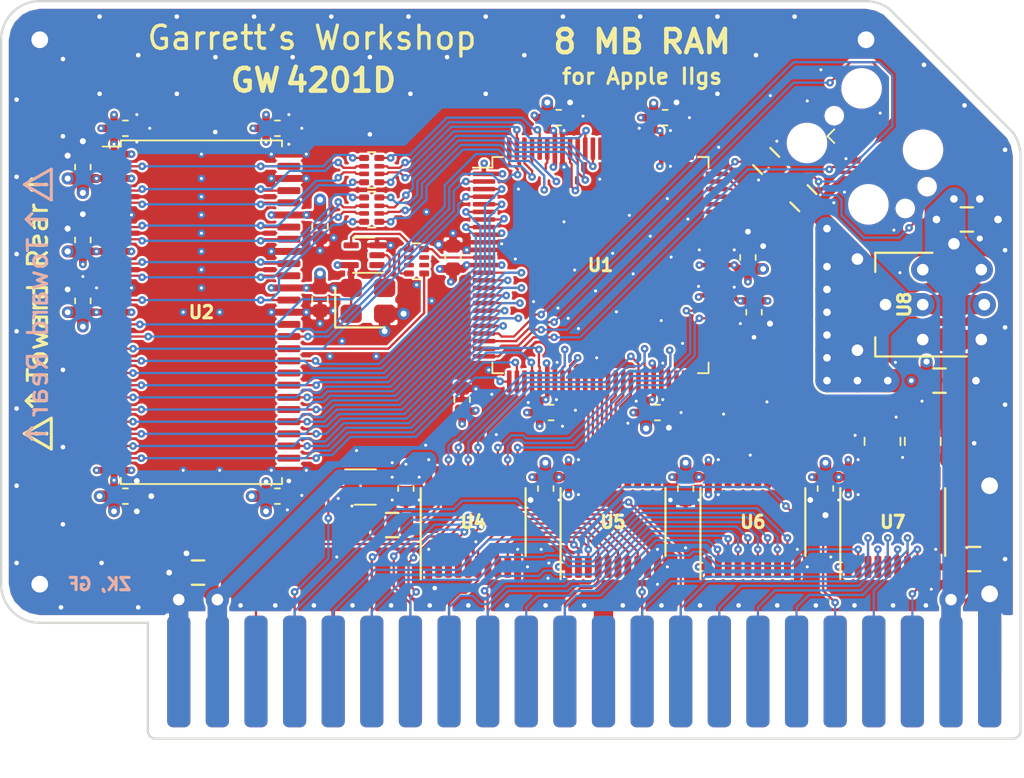
<source format=kicad_pcb>
(kicad_pcb (version 20171130) (host pcbnew "(5.1.5-0-10_14)")
  (layers (0 F.Cu signal) (1 In1.Cu power) (2 In2.Cu power) (31 B.Cu signal) (34 B.Paste user) (35 F.Paste user) (36 B.SilkS user) (37 F.SilkS user) (38 B.Mask user) (39 F.Mask user) (44 Edge.Cuts user))
  (net 0 "")
  (net 1 GND)
  (net 2 /FA15)
  (net 3 /FA14)
  (net 4 /FA13)
  (net 5 /FA12)
  (net 6 /FA11)
  (net 7 /FA10)
  (net 8 /~CRAS~)
  (net 9 /ABORT)
  (net 10 /PH2)
  (net 11 /~CSEL~)
  (net 12 /~CROMSEL~)
  (net 13 /CROW1)
  (net 14 /CROW0)
  (net 15 /~CCAS~)
  (net 16 /~FWE~)
  (net 17 /FRA1)
  (net 18 /FRA2)
  (net 19 /FRA0)
  (net 20 /FRA7)
  (net 21 /FRA5)
  (net 22 /FRA4)
  (net 23 /FRA3)
  (net 24 /FRA6)
  (net 25 /FRA8)
  (net 26 /FRA9)
  (net 27 /FD2)
  (net 28 /FD7)
  (net 29 /FD0)
  (net 30 /FD6)
  (net 31 /FD4)
  (net 32 /FD5)
  (net 33 /FD3)
  (net 34 /FD1)
  (net 35 "Net-(RN1-Pad1)")
  (net 36 /AClk)
  (net 37 /RClk)
  (net 38 "Net-(U1-Pad58)")
  (net 39 "Net-(U1-Pad61)")
  (net 40 "Net-(U1-Pad62)")
  (net 41 "Net-(U1-Pad64)")
  (net 42 "Net-(U1-Pad66)")
  (net 43 "Net-(U1-Pad75)")
  (net 44 "Net-(U1-Pad76)")
  (net 45 "Net-(U1-Pad77)")
  (net 46 "Net-(U1-Pad78)")
  (net 47 "Net-(U1-Pad81)")
  (net 48 "Net-(U1-Pad82)")
  (net 49 "Net-(U1-Pad83)")
  (net 50 "Net-(U1-Pad84)")
  (net 51 "Net-(U1-Pad85)")
  (net 52 "Net-(U1-Pad86)")
  (net 53 "Net-(U1-Pad87)")
  (net 54 "Net-(U1-Pad88)")
  (net 55 "Net-(U2-Pad36)")
  (net 56 +3V3)
  (net 57 /Dout5)
  (net 58 /Dout6)
  (net 59 /Dout4)
  (net 60 /Dout7)
  (net 61 /Dout2)
  (net 62 /Dout1)
  (net 63 /Dout0)
  (net 64 /Dout3)
  (net 65 /Din3)
  (net 66 /Din0)
  (net 67 /Din1)
  (net 68 /Din2)
  (net 69 /Din7)
  (net 70 /Din4)
  (net 71 /Din6)
  (net 72 /Din5)
  (net 73 /~WE~in)
  (net 74 /Ain0)
  (net 75 /Ain2)
  (net 76 /Ain1)
  (net 77 /PH2in)
  (net 78 /~CCAS~in)
  (net 79 /CROWin0)
  (net 80 /CROWin1)
  (net 81 /~CRAS~in)
  (net 82 /RD0)
  (net 83 /RD2)
  (net 84 /RD1)
  (net 85 /RD3)
  (net 86 /RD1r)
  (net 87 /RD0r)
  (net 88 /RD2r)
  (net 89 /RD3r)
  (net 90 /RD7r)
  (net 91 /RD6r)
  (net 92 /RD4r)
  (net 93 /RD5r)
  (net 94 /RD7)
  (net 95 /RD5)
  (net 96 /RD6)
  (net 97 /RD4)
  (net 98 "Net-(U1-Pad1)")
  (net 99 /Ain7)
  (net 100 /Ain5)
  (net 101 /Ain4)
  (net 102 /Ain3)
  (net 103 /Ain6)
  (net 104 /Ain8)
  (net 105 /Ain9)
  (net 106 /DQMH)
  (net 107 /CKE)
  (net 108 /RA11)
  (net 109 /RA9)
  (net 110 /RA8)
  (net 111 /RA7)
  (net 112 /RA6)
  (net 113 /RA5)
  (net 114 /RA4)
  (net 115 /RA3)
  (net 116 /RA2)
  (net 117 /RA1)
  (net 118 /RA0)
  (net 119 /RA10)
  (net 120 /BA1)
  (net 121 /BA0)
  (net 122 /R~CS~)
  (net 123 /R~RAS~)
  (net 124 /R~CAS~)
  (net 125 /R~WE~)
  (net 126 /DQML)
  (net 127 "Net-(RN4-Pad1)")
  (net 128 "Net-(RN4-Pad3)")
  (net 129 "Net-(RN4-Pad2)")
  (net 130 "Net-(RN4-Pad4)")
  (net 131 "Net-(RN5-Pad4)")
  (net 132 "Net-(RN5-Pad2)")
  (net 133 "Net-(RN5-Pad3)")
  (net 134 "Net-(RN5-Pad1)")
  (net 135 "Net-(U10-Pad2)")
  (net 136 /TDI)
  (net 137 "Net-(J2-Pad8)")
  (net 138 "Net-(J2-Pad7)")
  (net 139 "Net-(J2-Pad6)")
  (net 140 /TMS)
  (net 141 /TDO)
  (net 142 /TCK)
  (net 143 +5V)
  (net 144 "Net-(U9-Pad1)")
  (net 145 "Net-(U10-Pad1)")
  (net 146 "Net-(R3-Pad2)")
  (net 147 "Net-(R3-Pad1)")
  (net 148 "Net-(RN1-Pad6)")
  (net 149 "Net-(RN1-Pad7)")
  (net 150 "Net-(RN1-Pad2)")
  (net 151 "Net-(RN1-Pad3)")
  (module stdpads:SOT-353 (layer F.Cu) (at 69.9 123.15)
    (fp_text reference U9)
    (fp_text value 74LVC1G04GW)
    (pad 5 smd roundrect (at 0.85 -0.65) (size 1 0.4) (layers F.Cu F.Paste F.Mask) (net 143 +5V))
    (pad 4 smd roundrect (at 0.85 0.65) (size 1 0.4) (layers F.Cu F.Paste F.Mask) (net 147 "Net-(R3-Pad1)"))
    (pad 2 smd roundrect (at -0.85 0) (size 1 0.4) (layers F.Cu F.Paste F.Mask) (net 11 /~CSEL~))
    (pad 1 smd roundrect (at -0.85 -0.65) (size 1 0.4) (layers F.Cu F.Paste F.Mask) (net 144 "Net-(U9-Pad1)"))
    (pad 3 smd roundrect (at -0.85 0.65) (size 1 0.4) (layers F.Cu F.Paste F.Mask) (net 1 GND))
  )
  (module stdpads:SOT-353 (layer F.Cu) (at 69.85 107.9 180)
    (fp_text reference U10)
    (fp_text value 74LVC1G04GW)
    (pad 5 smd roundrect (at 0.85 -0.65 180) (size 1 0.4) (layers F.Cu F.Paste F.Mask) (net 56 +3V3))
    (pad 4 smd roundrect (at 0.85 0.65 180) (size 1 0.4) (layers F.Cu F.Paste F.Mask) (net 35 "Net-(RN1-Pad1)"))
    (pad 2 smd roundrect (at -0.85 0 180) (size 1 0.4) (layers F.Cu F.Paste F.Mask) (net 135 "Net-(U10-Pad2)"))
    (pad 1 smd roundrect (at -0.85 -0.65 180) (size 1 0.4) (layers F.Cu F.Paste F.Mask) (net 145 "Net-(U10-Pad1)"))
    (pad 3 smd roundrect (at -0.85 0.65 180) (size 1 0.4) (layers F.Cu F.Paste F.Mask) (net 1 GND))
  )
  (module stdpads:Yageo_YC124 (layer F.Cu) (at 73.3 108.3)
    (fp_text reference RN1)
    (fp_text value 4x30)
    (pad 1 smd roundrect (at -0.5 -0.8) (size 0.65 0.4) (layers F.Cu F.Paste F.Mask) (net 35 "Net-(RN1-Pad1)"))
    (pad 3 smd roundrect (at -0.5 0.25) (size 0.65 0.3) (layers F.Cu F.Paste F.Mask) (net 151 "Net-(RN1-Pad3)"))
    (pad 2 smd roundrect (at -0.5 -0.25) (size 0.65 0.3) (layers F.Cu F.Paste F.Mask) (net 150 "Net-(RN1-Pad2)"))
    (pad 4 smd roundrect (at -0.5 0.8) (size 0.65 0.4) (layers F.Cu F.Paste F.Mask) (net 35 "Net-(RN1-Pad1)"))
    (pad 7 smd roundrect (at 0.5 -0.25) (size 0.65 0.3) (layers F.Cu F.Paste F.Mask) (net 149 "Net-(RN1-Pad7)"))
    (pad 8 smd roundrect (at 0.5 -0.8) (size 0.65 0.4) (layers F.Cu F.Paste F.Mask) (net 36 /AClk))
    (pad 6 smd roundrect (at 0.5 0.25) (size 0.65 0.3) (layers F.Cu F.Paste F.Mask) (net 148 "Net-(RN1-Pad6)"))
    (pad 5 smd roundrect (at 0.5 0.8) (size 0.65 0.4) (layers F.Cu F.Paste F.Mask) (net 37 /RClk))
  )
  (module stdpads:Yageo_YC124 (layer F.Cu) (at 70.35 102.3)
    (fp_text reference RN2)
    (fp_text value 4x47)
    (pad 1 smd roundrect (at -0.5 -0.8) (size 0.65 0.4) (layers F.Cu F.Paste F.Mask) (net 82 /RD0))
    (pad 3 smd roundrect (at -0.5 0.25) (size 0.65 0.3) (layers F.Cu F.Paste F.Mask) (net 83 /RD2))
    (pad 2 smd roundrect (at -0.5 -0.25) (size 0.65 0.3) (layers F.Cu F.Paste F.Mask) (net 84 /RD1))
    (pad 4 smd roundrect (at -0.5 0.8) (size 0.65 0.4) (layers F.Cu F.Paste F.Mask) (net 85 /RD3))
    (pad 7 smd roundrect (at 0.5 -0.25) (size 0.65 0.3) (layers F.Cu F.Paste F.Mask) (net 86 /RD1r))
    (pad 8 smd roundrect (at 0.5 -0.8) (size 0.65 0.4) (layers F.Cu F.Paste F.Mask) (net 87 /RD0r))
    (pad 6 smd roundrect (at 0.5 0.25) (size 0.65 0.3) (layers F.Cu F.Paste F.Mask) (net 88 /RD2r))
    (pad 5 smd roundrect (at 0.5 0.8) (size 0.65 0.4) (layers F.Cu F.Paste F.Mask) (net 89 /RD3r))
  )
  (module stdpads:Yageo_YC124 (layer F.Cu) (at 70.35 104.9)
    (fp_text reference RN3)
    (fp_text value 4x47)
    (pad 1 smd roundrect (at -0.5 -0.8) (size 0.65 0.4) (layers F.Cu F.Paste F.Mask) (net 97 /RD4))
    (pad 3 smd roundrect (at -0.5 0.25) (size 0.65 0.3) (layers F.Cu F.Paste F.Mask) (net 96 /RD6))
    (pad 2 smd roundrect (at -0.5 -0.25) (size 0.65 0.3) (layers F.Cu F.Paste F.Mask) (net 95 /RD5))
    (pad 4 smd roundrect (at -0.5 0.8) (size 0.65 0.4) (layers F.Cu F.Paste F.Mask) (net 94 /RD7))
    (pad 7 smd roundrect (at 0.5 -0.25) (size 0.65 0.3) (layers F.Cu F.Paste F.Mask) (net 93 /RD5r))
    (pad 8 smd roundrect (at 0.5 -0.8) (size 0.65 0.4) (layers F.Cu F.Paste F.Mask) (net 92 /RD4r))
    (pad 6 smd roundrect (at 0.5 0.25) (size 0.65 0.3) (layers F.Cu F.Paste F.Mask) (net 91 /RD6r))
    (pad 5 smd roundrect (at 0.5 0.8) (size 0.65 0.4) (layers F.Cu F.Paste F.Mask) (net 90 /RD7r))
  )
  (module stdpads:Yageo_YC124 (layer F.Cu) (at 103.95 120.15 90)
    (fp_text reference RN4)
    (fp_text value 4x47)
    (pad 1 smd roundrect (at -0.5 -0.8 90) (size 0.65 0.4) (layers F.Cu F.Paste F.Mask) (net 127 "Net-(RN4-Pad1)"))
    (pad 3 smd roundrect (at -0.5 0.25 90) (size 0.65 0.3) (layers F.Cu F.Paste F.Mask) (net 128 "Net-(RN4-Pad3)"))
    (pad 2 smd roundrect (at -0.5 -0.25 90) (size 0.65 0.3) (layers F.Cu F.Paste F.Mask) (net 129 "Net-(RN4-Pad2)"))
    (pad 4 smd roundrect (at -0.5 0.8 90) (size 0.65 0.4) (layers F.Cu F.Paste F.Mask) (net 130 "Net-(RN4-Pad4)"))
    (pad 7 smd roundrect (at 0.5 -0.25 90) (size 0.65 0.3) (layers F.Cu F.Paste F.Mask) (net 99 /Ain7))
    (pad 8 smd roundrect (at 0.5 -0.8 90) (size 0.65 0.4) (layers F.Cu F.Paste F.Mask) (net 81 /~CRAS~in))
    (pad 6 smd roundrect (at 0.5 0.25 90) (size 0.65 0.3) (layers F.Cu F.Paste F.Mask) (net 100 /Ain5))
    (pad 5 smd roundrect (at 0.5 0.8 90) (size 0.65 0.4) (layers F.Cu F.Paste F.Mask) (net 101 /Ain4))
  )
  (module stdpads:Yageo_YC124 (layer F.Cu) (at 106.6 120.15 90)
    (fp_text reference RN5)
    (fp_text value 4x47)
    (pad 1 smd roundrect (at -0.5 -0.8 90) (size 0.65 0.4) (layers F.Cu F.Paste F.Mask) (net 134 "Net-(RN5-Pad1)"))
    (pad 3 smd roundrect (at -0.5 0.25 90) (size 0.65 0.3) (layers F.Cu F.Paste F.Mask) (net 133 "Net-(RN5-Pad3)"))
    (pad 2 smd roundrect (at -0.5 -0.25 90) (size 0.65 0.3) (layers F.Cu F.Paste F.Mask) (net 132 "Net-(RN5-Pad2)"))
    (pad 4 smd roundrect (at -0.5 0.8 90) (size 0.65 0.4) (layers F.Cu F.Paste F.Mask) (net 131 "Net-(RN5-Pad4)"))
    (pad 7 smd roundrect (at 0.5 -0.25 90) (size 0.65 0.3) (layers F.Cu F.Paste F.Mask) (net 103 /Ain6))
    (pad 8 smd roundrect (at 0.5 -0.8 90) (size 0.65 0.4) (layers F.Cu F.Paste F.Mask) (net 102 /Ain3))
    (pad 6 smd roundrect (at 0.5 0.25 90) (size 0.65 0.3) (layers F.Cu F.Paste F.Mask) (net 104 /Ain8))
    (pad 5 smd roundrect (at 0.5 0.8 90) (size 0.65 0.4) (layers F.Cu F.Paste F.Mask) (net 105 /Ain9))
  )
  (module stdpads:TQFP-100_14x14mm_P0.5mm (layer F.Cu) (at 85.4 108.55)
    (fp_text reference U1)
    (fp_text value EPM240T100)
    (fp_text user %R (at 0 0) (layer F.SilkS) (effects (font (size 0.8128 0.8128) (thickness 0.2032))))
    (pad 1 smd roundrect (at -7.6625 -6) (size 1.475 0.3) (layers F.Cu F.Paste F.Mask) (net 98 "Net-(U1-Pad1)"))
    (pad 2 smd roundrect (at -7.6625 -5.5) (size 1.475 0.3) (layers F.Cu F.Paste F.Mask) (net 106 /DQMH))
    (pad 3 smd roundrect (at -7.6625 -5) (size 1.475 0.3) (layers F.Cu F.Paste F.Mask) (net 122 /R~CS~))
    (pad 4 smd roundrect (at -7.6625 -4.5) (size 1.475 0.3) (layers F.Cu F.Paste F.Mask) (net 124 /R~CAS~))
    (pad 5 smd roundrect (at -7.6625 -4) (size 1.475 0.3) (layers F.Cu F.Paste F.Mask) (net 121 /BA0))
    (pad 6 smd roundrect (at -7.6625 -3.5) (size 1.475 0.3) (layers F.Cu F.Paste F.Mask) (net 123 /R~RAS~))
    (pad 7 smd roundrect (at -7.6625 -3) (size 1.475 0.3) (layers F.Cu F.Paste F.Mask) (net 108 /RA11))
    (pad 8 smd roundrect (at -7.6625 -2.5) (size 1.475 0.3) (layers F.Cu F.Paste F.Mask) (net 107 /CKE))
    (pad 9 smd roundrect (at -7.6625 -2) (size 1.475 0.3) (layers F.Cu F.Paste F.Mask) (net 56 +3V3))
    (pad 10 smd roundrect (at -7.6625 -1.5) (size 1.475 0.3) (layers F.Cu F.Paste F.Mask) (net 1 GND))
    (pad 11 smd roundrect (at -7.6625 -1) (size 1.475 0.3) (layers F.Cu F.Paste F.Mask) (net 1 GND))
    (pad 12 smd roundrect (at -7.6625 -0.5) (size 1.475 0.3) (layers F.Cu F.Paste F.Mask) (net 36 /AClk))
    (pad 13 smd roundrect (at -7.6625 0) (size 1.475 0.3) (layers F.Cu F.Paste F.Mask) (net 56 +3V3))
    (pad 14 smd roundrect (at -7.6625 0.5) (size 1.475 0.3) (layers F.Cu F.Paste F.Mask) (net 120 /BA1))
    (pad 15 smd roundrect (at -7.6625 1) (size 1.475 0.3) (layers F.Cu F.Paste F.Mask) (net 109 /RA9))
    (pad 16 smd roundrect (at -7.6625 1.5) (size 1.475 0.3) (layers F.Cu F.Paste F.Mask) (net 119 /RA10))
    (pad 17 smd roundrect (at -7.6625 2) (size 1.475 0.3) (layers F.Cu F.Paste F.Mask) (net 110 /RA8))
    (pad 18 smd roundrect (at -7.6625 2.5) (size 1.475 0.3) (layers F.Cu F.Paste F.Mask) (net 118 /RA0))
    (pad 19 smd roundrect (at -7.6625 3) (size 1.475 0.3) (layers F.Cu F.Paste F.Mask) (net 111 /RA7))
    (pad 20 smd roundrect (at -7.6625 3.5) (size 1.475 0.3) (layers F.Cu F.Paste F.Mask) (net 117 /RA1))
    (pad 21 smd roundrect (at -7.6625 4) (size 1.475 0.3) (layers F.Cu F.Paste F.Mask) (net 112 /RA6))
    (pad 22 smd roundrect (at -7.6625 4.5) (size 1.475 0.3) (layers F.Cu F.Paste F.Mask) (net 140 /TMS))
    (pad 23 smd roundrect (at -7.6625 5) (size 1.475 0.3) (layers F.Cu F.Paste F.Mask) (net 136 /TDI))
    (pad 24 smd roundrect (at -7.6625 5.5) (size 1.475 0.3) (layers F.Cu F.Paste F.Mask) (net 142 /TCK))
    (pad 25 smd roundrect (at -7.6625 6) (size 1.475 0.3) (layers F.Cu F.Paste F.Mask) (net 141 /TDO))
    (pad 26 smd roundrect (at -6 7.6625) (size 0.3 1.475) (layers F.Cu F.Paste F.Mask) (net 114 /RA4))
    (pad 27 smd roundrect (at -5.5 7.6625) (size 0.3 1.475) (layers F.Cu F.Paste F.Mask) (net 115 /RA3))
    (pad 28 smd roundrect (at -5 7.6625) (size 0.3 1.475) (layers F.Cu F.Paste F.Mask) (net 57 /Dout5))
    (pad 29 smd roundrect (at -4.5 7.6625) (size 0.3 1.475) (layers F.Cu F.Paste F.Mask) (net 113 /RA5))
    (pad 30 smd roundrect (at -4 7.6625) (size 0.3 1.475) (layers F.Cu F.Paste F.Mask) (net 116 /RA2))
    (pad 31 smd roundrect (at -3.5 7.6625) (size 0.3 1.475) (layers F.Cu F.Paste F.Mask) (net 56 +3V3))
    (pad 32 smd roundrect (at -3 7.6625) (size 0.3 1.475) (layers F.Cu F.Paste F.Mask) (net 1 GND))
    (pad 33 smd roundrect (at -2.5 7.6625) (size 0.3 1.475) (layers F.Cu F.Paste F.Mask) (net 63 /Dout0))
    (pad 34 smd roundrect (at -2 7.6625) (size 0.3 1.475) (layers F.Cu F.Paste F.Mask) (net 58 /Dout6))
    (pad 35 smd roundrect (at -1.5 7.6625) (size 0.3 1.475) (layers F.Cu F.Paste F.Mask) (net 68 /Din2))
    (pad 36 smd roundrect (at -1 7.6625) (size 0.3 1.475) (layers F.Cu F.Paste F.Mask) (net 67 /Din1))
    (pad 37 smd roundrect (at -0.5 7.6625) (size 0.3 1.475) (layers F.Cu F.Paste F.Mask) (net 65 /Din3))
    (pad 38 smd roundrect (at 0 7.6625) (size 0.3 1.475) (layers F.Cu F.Paste F.Mask) (net 72 /Din5))
    (pad 39 smd roundrect (at 0.5 7.6625) (size 0.3 1.475) (layers F.Cu F.Paste F.Mask) (net 70 /Din4))
    (pad 40 smd roundrect (at 1 7.6625) (size 0.3 1.475) (layers F.Cu F.Paste F.Mask) (net 69 /Din7))
    (pad 41 smd roundrect (at 1.5 7.6625) (size 0.3 1.475) (layers F.Cu F.Paste F.Mask) (net 71 /Din6))
    (pad 42 smd roundrect (at 2 7.6625) (size 0.3 1.475) (layers F.Cu F.Paste F.Mask) (net 66 /Din0))
    (pad 43 smd roundrect (at 2.5 7.6625) (size 0.3 1.475) (layers F.Cu F.Paste F.Mask) (net 60 /Dout7))
    (pad 44 smd roundrect (at 3 7.6625) (size 0.3 1.475) (layers F.Cu F.Paste F.Mask) (net 59 /Dout4))
    (pad 45 smd roundrect (at 3.5 7.6625) (size 0.3 1.475) (layers F.Cu F.Paste F.Mask) (net 56 +3V3))
    (pad 46 smd roundrect (at 4 7.6625) (size 0.3 1.475) (layers F.Cu F.Paste F.Mask) (net 1 GND))
    (pad 47 smd roundrect (at 4.5 7.6625) (size 0.3 1.475) (layers F.Cu F.Paste F.Mask) (net 64 /Dout3))
    (pad 48 smd roundrect (at 5 7.6625) (size 0.3 1.475) (layers F.Cu F.Paste F.Mask) (net 73 /~WE~in))
    (pad 49 smd roundrect (at 5.5 7.6625) (size 0.3 1.475) (layers F.Cu F.Paste F.Mask) (net 74 /Ain0))
    (pad 50 smd roundrect (at 6 7.6625) (size 0.3 1.475) (layers F.Cu F.Paste F.Mask) (net 75 /Ain2))
    (pad 51 smd roundrect (at 7.6625 6) (size 1.475 0.3) (layers F.Cu F.Paste F.Mask) (net 76 /Ain1))
    (pad 52 smd roundrect (at 7.6625 5.5) (size 1.475 0.3) (layers F.Cu F.Paste F.Mask) (net 77 /PH2in))
    (pad 53 smd roundrect (at 7.6625 5) (size 1.475 0.3) (layers F.Cu F.Paste F.Mask) (net 78 /~CCAS~in))
    (pad 54 smd roundrect (at 7.6625 4.5) (size 1.475 0.3) (layers F.Cu F.Paste F.Mask) (net 79 /CROWin0))
    (pad 55 smd roundrect (at 7.6625 4) (size 1.475 0.3) (layers F.Cu F.Paste F.Mask) (net 80 /CROWin1))
    (pad 56 smd roundrect (at 7.6625 3.5) (size 1.475 0.3) (layers F.Cu F.Paste F.Mask) (net 61 /Dout2))
    (pad 57 smd roundrect (at 7.6625 3) (size 1.475 0.3) (layers F.Cu F.Paste F.Mask) (net 62 /Dout1))
    (pad 58 smd roundrect (at 7.6625 2.5) (size 1.475 0.3) (layers F.Cu F.Paste F.Mask) (net 38 "Net-(U1-Pad58)"))
    (pad 59 smd roundrect (at 7.6625 2) (size 1.475 0.3) (layers F.Cu F.Paste F.Mask) (net 56 +3V3))
    (pad 60 smd roundrect (at 7.6625 1.5) (size 1.475 0.3) (layers F.Cu F.Paste F.Mask) (net 1 GND))
    (pad 61 smd roundrect (at 7.6625 1) (size 1.475 0.3) (layers F.Cu F.Paste F.Mask) (net 39 "Net-(U1-Pad61)"))
    (pad 62 smd roundrect (at 7.6625 0.5) (size 1.475 0.3) (layers F.Cu F.Paste F.Mask) (net 40 "Net-(U1-Pad62)"))
    (pad 63 smd roundrect (at 7.6625 0) (size 1.475 0.3) (layers F.Cu F.Paste F.Mask) (net 56 +3V3))
    (pad 64 smd roundrect (at 7.6625 -0.5) (size 1.475 0.3) (layers F.Cu F.Paste F.Mask) (net 41 "Net-(U1-Pad64)"))
    (pad 65 smd roundrect (at 7.6625 -1) (size 1.475 0.3) (layers F.Cu F.Paste F.Mask) (net 1 GND))
    (pad 66 smd roundrect (at 7.6625 -1.5) (size 1.475 0.3) (layers F.Cu F.Paste F.Mask) (net 42 "Net-(U1-Pad66)"))
    (pad 67 smd roundrect (at 7.6625 -2) (size 1.475 0.3) (layers F.Cu F.Paste F.Mask) (net 81 /~CRAS~in))
    (pad 68 smd roundrect (at 7.6625 -2.5) (size 1.475 0.3) (layers F.Cu F.Paste F.Mask) (net 99 /Ain7))
    (pad 69 smd roundrect (at 7.6625 -3) (size 1.475 0.3) (layers F.Cu F.Paste F.Mask) (net 100 /Ain5))
    (pad 70 smd roundrect (at 7.6625 -3.5) (size 1.475 0.3) (layers F.Cu F.Paste F.Mask) (net 101 /Ain4))
    (pad 71 smd roundrect (at 7.6625 -4) (size 1.475 0.3) (layers F.Cu F.Paste F.Mask) (net 102 /Ain3))
    (pad 72 smd roundrect (at 7.6625 -4.5) (size 1.475 0.3) (layers F.Cu F.Paste F.Mask) (net 103 /Ain6))
    (pad 73 smd roundrect (at 7.6625 -5) (size 1.475 0.3) (layers F.Cu F.Paste F.Mask) (net 104 /Ain8))
    (pad 74 smd roundrect (at 7.6625 -5.5) (size 1.475 0.3) (layers F.Cu F.Paste F.Mask) (net 105 /Ain9))
    (pad 75 smd roundrect (at 7.6625 -6) (size 1.475 0.3) (layers F.Cu F.Paste F.Mask) (net 43 "Net-(U1-Pad75)"))
    (pad 76 smd roundrect (at 6 -7.6625) (size 0.3 1.475) (layers F.Cu F.Paste F.Mask) (net 44 "Net-(U1-Pad76)"))
    (pad 77 smd roundrect (at 5.5 -7.6625) (size 0.3 1.475) (layers F.Cu F.Paste F.Mask) (net 45 "Net-(U1-Pad77)"))
    (pad 78 smd roundrect (at 5 -7.6625) (size 0.3 1.475) (layers F.Cu F.Paste F.Mask) (net 46 "Net-(U1-Pad78)"))
    (pad 79 smd roundrect (at 4.5 -7.6625) (size 0.3 1.475) (layers F.Cu F.Paste F.Mask) (net 1 GND))
    (pad 80 smd roundrect (at 4 -7.6625) (size 0.3 1.475) (layers F.Cu F.Paste F.Mask) (net 56 +3V3))
    (pad 81 smd roundrect (at 3.5 -7.6625) (size 0.3 1.475) (layers F.Cu F.Paste F.Mask) (net 47 "Net-(U1-Pad81)"))
    (pad 82 smd roundrect (at 3 -7.6625) (size 0.3 1.475) (layers F.Cu F.Paste F.Mask) (net 48 "Net-(U1-Pad82)"))
    (pad 83 smd roundrect (at 2.5 -7.6625) (size 0.3 1.475) (layers F.Cu F.Paste F.Mask) (net 49 "Net-(U1-Pad83)"))
    (pad 84 smd roundrect (at 2 -7.6625) (size 0.3 1.475) (layers F.Cu F.Paste F.Mask) (net 50 "Net-(U1-Pad84)"))
    (pad 85 smd roundrect (at 1.5 -7.6625) (size 0.3 1.475) (layers F.Cu F.Paste F.Mask) (net 51 "Net-(U1-Pad85)"))
    (pad 86 smd roundrect (at 1 -7.6625) (size 0.3 1.475) (layers F.Cu F.Paste F.Mask) (net 52 "Net-(U1-Pad86)"))
    (pad 87 smd roundrect (at 0.5 -7.6625) (size 0.3 1.475) (layers F.Cu F.Paste F.Mask) (net 53 "Net-(U1-Pad87)"))
    (pad 88 smd roundrect (at 0 -7.6625) (size 0.3 1.475) (layers F.Cu F.Paste F.Mask) (net 54 "Net-(U1-Pad88)"))
    (pad 89 smd roundrect (at -0.5 -7.6625) (size 0.3 1.475) (layers F.Cu F.Paste F.Mask) (net 88 /RD2r))
    (pad 90 smd roundrect (at -1 -7.6625) (size 0.3 1.475) (layers F.Cu F.Paste F.Mask) (net 86 /RD1r))
    (pad 91 smd roundrect (at -1.5 -7.6625) (size 0.3 1.475) (layers F.Cu F.Paste F.Mask) (net 93 /RD5r))
    (pad 92 smd roundrect (at -2 -7.6625) (size 0.3 1.475) (layers F.Cu F.Paste F.Mask) (net 92 /RD4r))
    (pad 93 smd roundrect (at -2.5 -7.6625) (size 0.3 1.475) (layers F.Cu F.Paste F.Mask) (net 1 GND))
    (pad 94 smd roundrect (at -3 -7.6625) (size 0.3 1.475) (layers F.Cu F.Paste F.Mask) (net 56 +3V3))
    (pad 95 smd roundrect (at -3.5 -7.6625) (size 0.3 1.475) (layers F.Cu F.Paste F.Mask) (net 91 /RD6r))
    (pad 96 smd roundrect (at -4 -7.6625) (size 0.3 1.475) (layers F.Cu F.Paste F.Mask) (net 87 /RD0r))
    (pad 97 smd roundrect (at -4.5 -7.6625) (size 0.3 1.475) (layers F.Cu F.Paste F.Mask) (net 90 /RD7r))
    (pad 98 smd roundrect (at -5 -7.6625) (size 0.3 1.475) (layers F.Cu F.Paste F.Mask) (net 126 /DQML))
    (pad 99 smd roundrect (at -5.5 -7.6625) (size 0.3 1.475) (layers F.Cu F.Paste F.Mask) (net 89 /RD3r))
    (pad 100 smd roundrect (at -6 -7.6625) (size 0.3 1.475) (layers F.Cu F.Paste F.Mask) (net 125 /R~WE~))
  )
  (module stdpads:PasteHole_1.1mm_PTH (layer F.Cu) (at 110.998 123.063)
    (fp_text reference H5)
    (fp_text value " " hide)
    (pad 1 thru_hole circle (at 0 0) (size 2 2) (drill 1.1) (layers *.Cu *.Mask) (net 1 GND))
  )
  (module stdpads:AppleIIgsMemoryExpansion_Edge (layer F.Cu) (at 84.328 135.382)
    (fp_text reference J1)
    (fp_text value "Memory Expansion")
    (pad 1 smd roundrect (at 26.67 -0.1) (size 1.524 7.34) (layers B.Cu B.Mask) (net 1 GND))
    (pad 2 smd roundrect (at 24.13 -0.1) (size 1.524 7.34) (layers B.Cu B.Mask) (net 143 +5V))
    (pad 3 smd roundrect (at 21.59 -0.1) (size 1.524 7.34) (layers B.Cu B.Mask) (net 26 /FRA9))
    (pad 4 smd roundrect (at 19.05 -0.1) (size 1.524 7.34) (layers B.Cu B.Mask) (net 25 /FRA8))
    (pad 5 smd roundrect (at 16.51 -0.1) (size 1.524 7.34) (layers B.Cu B.Mask) (net 27 /FD2))
    (pad 6 smd roundrect (at 13.97 -0.1) (size 1.524 7.34) (layers B.Cu B.Mask) (net 24 /FRA6))
    (pad 7 smd roundrect (at 11.43 -0.1) (size 1.524 7.34) (layers B.Cu B.Mask) (net 23 /FRA3))
    (pad 8 smd roundrect (at 8.89 -0.1) (size 1.524 7.34) (layers B.Cu B.Mask) (net 22 /FRA4))
    (pad 9 smd roundrect (at 6.35 -0.1) (size 1.524 7.34) (layers B.Cu B.Mask) (net 21 /FRA5))
    (pad 10 smd roundrect (at 3.81 -0.1) (size 1.524 7.34) (layers B.Cu B.Mask) (net 20 /FRA7))
    (pad 11 smd roundrect (at 1.27 -0.1) (size 1.524 7.34) (layers B.Cu B.Mask) (net 143 +5V))
    (pad 12 smd roundrect (at -1.27 -0.1) (size 1.524 7.34) (layers B.Cu B.Mask) (net 16 /~FWE~))
    (pad 13 smd roundrect (at -3.81 -0.1) (size 1.524 7.34) (layers B.Cu B.Mask) (net 19 /FRA0))
    (pad 14 smd roundrect (at -6.35 -0.1) (size 1.524 7.34) (layers B.Cu B.Mask) (net 18 /FRA2))
    (pad 15 smd roundrect (at -8.89 -0.1) (size 1.524 7.34) (layers B.Cu B.Mask) (net 17 /FRA1))
    (pad 16 smd roundrect (at -11.43 -0.1) (size 1.524 7.34) (layers B.Cu B.Mask) (net 28 /FD7))
    (pad 17 smd roundrect (at -13.97 -0.1) (size 1.524 7.34) (layers B.Cu B.Mask) (net 15 /~CCAS~))
    (pad 18 smd roundrect (at -16.51 -0.1) (size 1.524 7.34) (layers B.Cu B.Mask) (net 14 /CROW0))
    (pad 19 smd roundrect (at -19.05 -0.1) (size 1.524 7.34) (layers B.Cu B.Mask) (net 13 /CROW1))
    (pad 20 smd roundrect (at -21.59 -0.1) (size 1.524 7.34) (layers B.Cu B.Mask) (net 12 /~CROMSEL~))
    (pad 21 smd roundrect (at -24.13 -0.1) (size 1.524 7.34) (layers B.Cu B.Mask) (net 143 +5V))
    (pad 22 smd roundrect (at -26.67 -0.1) (size 1.524 7.34) (layers B.Cu B.Mask) (net 1 GND))
    (pad 23 smd roundrect (at -26.67 -0.1) (size 1.524 7.34) (layers F.Cu F.Mask) (net 1 GND))
    (pad 24 smd roundrect (at -24.13 -0.1) (size 1.524 7.34) (layers F.Cu F.Mask) (net 143 +5V))
    (pad 25 smd roundrect (at -21.59 -0.1) (size 1.524 7.34) (layers F.Cu F.Mask) (net 29 /FD0))
    (pad 26 smd roundrect (at -19.05 -0.1) (size 1.524 7.34) (layers F.Cu F.Mask) (net 11 /~CSEL~))
    (pad 27 smd roundrect (at -16.51 -0.1) (size 1.524 7.34) (layers F.Cu F.Mask) (net 1 GND))
    (pad 28 smd roundrect (at -13.97 -0.1) (size 1.524 7.34) (layers F.Cu F.Mask) (net 30 /FD6))
    (pad 29 smd roundrect (at -11.43 -0.1) (size 1.524 7.34) (layers F.Cu F.Mask) (net 31 /FD4))
    (pad 30 smd roundrect (at -8.89 -0.1) (size 1.524 7.34) (layers F.Cu F.Mask) (net 32 /FD5))
    (pad 31 smd roundrect (at -6.35 -0.1) (size 1.524 7.34) (layers F.Cu F.Mask) (net 10 /PH2))
    (pad 32 smd roundrect (at -3.81 -0.1) (size 1.524 7.34) (layers F.Cu F.Mask) (net 9 /ABORT))
    (pad 33 smd roundrect (at -1.27 -0.1) (size 1.524 7.34) (layers F.Cu F.Mask) (net 33 /FD3))
    (pad 34 smd roundrect (at 1.27 -0.1) (size 1.524 7.34) (layers F.Cu F.Mask) (net 1 GND))
    (pad 35 smd roundrect (at 3.81 -0.1) (size 1.524 7.34) (layers F.Cu F.Mask) (net 8 /~CRAS~))
    (pad 36 smd roundrect (at 6.35 -0.1) (size 1.524 7.34) (layers F.Cu F.Mask) (net 34 /FD1))
    (pad 37 smd roundrect (at 8.89 -0.1) (size 1.524 7.34) (layers F.Cu F.Mask) (net 7 /FA10))
    (pad 38 smd roundrect (at 11.43 -0.1) (size 1.524 7.34) (layers F.Cu F.Mask) (net 6 /FA11))
    (pad 39 smd roundrect (at 13.97 -0.1) (size 1.524 7.34) (layers F.Cu F.Mask) (net 5 /FA12))
    (pad 40 smd roundrect (at 16.51 -0.1) (size 1.524 7.34) (layers F.Cu F.Mask) (net 4 /FA13))
    (pad 41 smd roundrect (at 19.05 -0.1) (size 1.524 7.34) (layers F.Cu F.Mask) (net 3 /FA14))
    (pad 42 smd roundrect (at 21.59 -0.1) (size 1.524 7.34) (layers F.Cu F.Mask) (net 2 /FA15))
    (pad 43 smd roundrect (at 24.13 -0.1) (size 1.524 7.34) (layers F.Cu F.Mask) (net 143 +5V))
    (pad 44 smd roundrect (at 26.67 -0.1) (size 1.524 7.34) (layers F.Cu F.Mask) (net 1 GND))
  )
  (module Connector:Tag-Connect_TC2050-IDC-FP_2x05_P1.27mm_Vertical (layer F.Cu) (at 103.474 101.415 315)
    (fp_text reference J2 hide)
    (fp_text value JTAG)
    (pad "" np_thru_hole circle (at 1.905 -2.54 315) (size 2.3749 2.3749) (drill 2.3749) (layers *.Cu *.Mask))
    (pad "" np_thru_hole circle (at 1.905 2.54 315) (size 2.3749 2.3749) (drill 2.3749) (layers *.Cu *.Mask))
    (pad "" np_thru_hole circle (at -3.81 2.54 315) (size 2.3749 2.3749) (drill 2.3749) (layers *.Cu *.Mask))
    (pad "" np_thru_hole circle (at -3.81 -2.54 315) (size 2.3749 2.3749) (drill 2.3749) (layers *.Cu *.Mask))
    (pad 10 connect circle (at -2.54 -0.635 315) (size 0.7874 0.7874) (layers F.Cu F.Mask) (net 1 GND))
    (pad 9 connect circle (at -1.27 -0.635 315) (size 0.7874 0.7874) (layers F.Cu F.Mask) (net 136 /TDI))
    (pad 8 connect circle (at 0 -0.635 315) (size 0.7874 0.7874) (layers F.Cu F.Mask) (net 137 "Net-(J2-Pad8)"))
    (pad 7 connect circle (at 1.27 -0.635 315) (size 0.7874 0.7874) (layers F.Cu F.Mask) (net 138 "Net-(J2-Pad7)"))
    (pad 6 connect circle (at 2.54 -0.635 315) (size 0.7874 0.7874) (layers F.Cu F.Mask) (net 139 "Net-(J2-Pad6)"))
    (pad 5 connect circle (at 2.54 0.635 315) (size 0.7874 0.7874) (layers F.Cu F.Mask) (net 140 /TMS))
    (pad 4 connect circle (at 1.27 0.635 315) (size 0.7874 0.7874) (layers F.Cu F.Mask) (net 56 +3V3))
    (pad 3 connect circle (at 0 0.635 315) (size 0.7874 0.7874) (layers F.Cu F.Mask) (net 141 /TDO))
    (pad 2 connect circle (at -1.27 0.635 315) (size 0.7874 0.7874) (layers F.Cu F.Mask) (net 1 GND))
    (pad 1 connect circle (at -2.54 0.635 315) (size 0.7874 0.7874) (layers F.Cu F.Mask) (net 142 /TCK))
    (pad "" np_thru_hole circle (at -3.81 0 315) (size 0.9906 0.9906) (drill 0.9906) (layers *.Cu *.Mask))
    (pad "" np_thru_hole circle (at 3.81 1.016 315) (size 0.9906 0.9906) (drill 0.9906) (layers *.Cu *.Mask))
    (pad "" np_thru_hole circle (at 3.81 -1.016 315) (size 0.9906 0.9906) (drill 0.9906) (layers *.Cu *.Mask))
  )
  (module stdpads:Crystal_SMD_3225-4Pin_3.2x2.5mm (layer F.Cu) (at 70.1 110.9)
    (fp_text reference U3)
    (fp_text value 60M)
    (pad 4 smd roundrect (at -1.1 -0.85) (size 1.4 1.2) (layers F.Cu F.Paste F.Mask) (net 56 +3V3))
    (pad 3 smd roundrect (at 1.1 -0.85) (size 1.4 1.2) (layers F.Cu F.Paste F.Mask) (net 135 "Net-(U10-Pad2)"))
    (pad 2 smd roundrect (at 1.1 0.85) (size 1.4 1.2) (layers F.Cu F.Paste F.Mask) (net 1 GND))
    (pad 1 smd roundrect (at -1.1 0.85) (size 1.4 1.2) (layers F.Cu F.Paste F.Mask) (net 56 +3V3))
  )
  (module stdpads:SOT-223 (layer F.Cu) (at 105.387 111.15 180)
    (fp_text reference U8 (at 0 0 90) (layer F.SilkS) (effects (font (size 0.8128 0.8128) (thickness 0.2032))))
    (fp_text value LD1117S33)
    (pad 2 smd roundrect (at 3.15 0 180) (size 2 3.8) (layers F.Cu F.Paste F.Mask) (roundrect_rratio 0.15) (net 56 +3V3))
    (pad 2 smd roundrect (at -3.15 0 180) (size 2 1.5) (layers F.Cu F.Paste F.Mask) (roundrect_rratio 0.2) (net 56 +3V3))
    (pad 3 smd roundrect (at -3.15 2.3 180) (size 2 1.5) (layers F.Cu F.Paste F.Mask) (roundrect_rratio 0.2) (net 143 +5V))
    (pad 1 smd roundrect (at -3.15 -2.3 180) (size 2 1.5) (layers F.Cu F.Paste F.Mask) (roundrect_rratio 0.2) (net 1 GND))
  )
  (module stdpads:TSOP-II-54_22.2x10.16mm_P0.8mm (layer F.Cu) (at 59.15 111.65)
    (fp_text reference U2)
    (fp_text value W9864G6KH-6)
    (fp_text user %R (at 0 0) (layer F.SilkS) (effects (font (size 0.8128 0.8128) (thickness 0.2032))))
    (pad 1 smd roundrect (at -5.75 -10.4) (size 1.51 0.458) (layers F.Cu F.Paste F.Mask) (net 56 +3V3))
    (pad 2 smd roundrect (at -5.75 -9.6) (size 1.51 0.458) (layers F.Cu F.Paste F.Mask) (net 82 /RD0))
    (pad 3 smd roundrect (at -5.75 -8.8) (size 1.51 0.458) (layers F.Cu F.Paste F.Mask) (net 56 +3V3))
    (pad 4 smd roundrect (at -5.75 -8) (size 1.51 0.458) (layers F.Cu F.Paste F.Mask) (net 84 /RD1))
    (pad 5 smd roundrect (at -5.75 -7.2) (size 1.51 0.458) (layers F.Cu F.Paste F.Mask) (net 83 /RD2))
    (pad 6 smd roundrect (at -5.75 -6.4) (size 1.51 0.458) (layers F.Cu F.Paste F.Mask) (net 1 GND))
    (pad 7 smd roundrect (at -5.75 -5.6) (size 1.51 0.458) (layers F.Cu F.Paste F.Mask) (net 85 /RD3))
    (pad 8 smd roundrect (at -5.75 -4.8) (size 1.51 0.458) (layers F.Cu F.Paste F.Mask) (net 97 /RD4))
    (pad 9 smd roundrect (at -5.75 -4) (size 1.51 0.458) (layers F.Cu F.Paste F.Mask) (net 56 +3V3))
    (pad 10 smd roundrect (at -5.75 -3.2) (size 1.51 0.458) (layers F.Cu F.Paste F.Mask) (net 95 /RD5))
    (pad 11 smd roundrect (at -5.75 -2.4) (size 1.51 0.458) (layers F.Cu F.Paste F.Mask) (net 96 /RD6))
    (pad 12 smd roundrect (at -5.75 -1.6) (size 1.51 0.458) (layers F.Cu F.Paste F.Mask) (net 1 GND))
    (pad 13 smd roundrect (at -5.75 -0.8) (size 1.51 0.458) (layers F.Cu F.Paste F.Mask) (net 94 /RD7))
    (pad 14 smd roundrect (at -5.75 0) (size 1.51 0.458) (layers F.Cu F.Paste F.Mask) (net 56 +3V3))
    (pad 15 smd roundrect (at -5.75 0.8) (size 1.51 0.458) (layers F.Cu F.Paste F.Mask) (net 126 /DQML))
    (pad 16 smd roundrect (at -5.75 1.6) (size 1.51 0.458) (layers F.Cu F.Paste F.Mask) (net 125 /R~WE~))
    (pad 17 smd roundrect (at -5.75 2.4) (size 1.51 0.458) (layers F.Cu F.Paste F.Mask) (net 124 /R~CAS~))
    (pad 18 smd roundrect (at -5.75 3.2) (size 1.51 0.458) (layers F.Cu F.Paste F.Mask) (net 123 /R~RAS~))
    (pad 19 smd roundrect (at -5.75 4) (size 1.51 0.458) (layers F.Cu F.Paste F.Mask) (net 122 /R~CS~))
    (pad 20 smd roundrect (at -5.75 4.8) (size 1.51 0.458) (layers F.Cu F.Paste F.Mask) (net 121 /BA0))
    (pad 21 smd roundrect (at -5.75 5.6) (size 1.51 0.458) (layers F.Cu F.Paste F.Mask) (net 120 /BA1))
    (pad 22 smd roundrect (at -5.75 6.4) (size 1.51 0.458) (layers F.Cu F.Paste F.Mask) (net 119 /RA10))
    (pad 23 smd roundrect (at -5.75 7.2) (size 1.51 0.458) (layers F.Cu F.Paste F.Mask) (net 118 /RA0))
    (pad 24 smd roundrect (at -5.75 8) (size 1.51 0.458) (layers F.Cu F.Paste F.Mask) (net 117 /RA1))
    (pad 25 smd roundrect (at -5.75 8.8) (size 1.51 0.458) (layers F.Cu F.Paste F.Mask) (net 116 /RA2))
    (pad 26 smd roundrect (at -5.75 9.6) (size 1.51 0.458) (layers F.Cu F.Paste F.Mask) (net 115 /RA3))
    (pad 27 smd roundrect (at -5.75 10.4) (size 1.51 0.458) (layers F.Cu F.Paste F.Mask) (net 56 +3V3))
    (pad 28 smd roundrect (at 5.75 10.4) (size 1.51 0.458) (layers F.Cu F.Paste F.Mask) (net 1 GND))
    (pad 29 smd roundrect (at 5.75 9.6) (size 1.51 0.458) (layers F.Cu F.Paste F.Mask) (net 114 /RA4))
    (pad 30 smd roundrect (at 5.75 8.8) (size 1.51 0.458) (layers F.Cu F.Paste F.Mask) (net 113 /RA5))
    (pad 31 smd roundrect (at 5.75 8) (size 1.51 0.458) (layers F.Cu F.Paste F.Mask) (net 112 /RA6))
    (pad 32 smd roundrect (at 5.75 7.2) (size 1.51 0.458) (layers F.Cu F.Paste F.Mask) (net 111 /RA7))
    (pad 33 smd roundrect (at 5.75 6.4) (size 1.51 0.458) (layers F.Cu F.Paste F.Mask) (net 110 /RA8))
    (pad 34 smd roundrect (at 5.75 5.6) (size 1.51 0.458) (layers F.Cu F.Paste F.Mask) (net 109 /RA9))
    (pad 35 smd roundrect (at 5.75 4.8) (size 1.51 0.458) (layers F.Cu F.Paste F.Mask) (net 108 /RA11))
    (pad 36 smd roundrect (at 5.75 4) (size 1.51 0.458) (layers F.Cu F.Paste F.Mask) (net 55 "Net-(U2-Pad36)"))
    (pad 37 smd roundrect (at 5.75 3.2) (size 1.51 0.458) (layers F.Cu F.Paste F.Mask) (net 107 /CKE))
    (pad 38 smd roundrect (at 5.75 2.4) (size 1.51 0.458) (layers F.Cu F.Paste F.Mask) (net 37 /RClk))
    (pad 39 smd roundrect (at 5.75 1.6) (size 1.51 0.458) (layers F.Cu F.Paste F.Mask) (net 106 /DQMH))
    (pad 40 smd roundrect (at 5.75 0.8) (size 1.51 0.458) (layers F.Cu F.Paste F.Mask))
    (pad 41 smd roundrect (at 5.75 0) (size 1.51 0.458) (layers F.Cu F.Paste F.Mask) (net 1 GND))
    (pad 42 smd roundrect (at 5.75 -0.8) (size 1.51 0.458) (layers F.Cu F.Paste F.Mask) (net 94 /RD7))
    (pad 43 smd roundrect (at 5.75 -1.6) (size 1.51 0.458) (layers F.Cu F.Paste F.Mask) (net 56 +3V3))
    (pad 44 smd roundrect (at 5.75 -2.4) (size 1.51 0.458) (layers F.Cu F.Paste F.Mask) (net 96 /RD6))
    (pad 45 smd roundrect (at 5.75 -3.2) (size 1.51 0.458) (layers F.Cu F.Paste F.Mask) (net 95 /RD5))
    (pad 46 smd roundrect (at 5.75 -4) (size 1.51 0.458) (layers F.Cu F.Paste F.Mask) (net 1 GND))
    (pad 47 smd roundrect (at 5.75 -4.8) (size 1.51 0.458) (layers F.Cu F.Paste F.Mask) (net 97 /RD4))
    (pad 48 smd roundrect (at 5.75 -5.6) (size 1.51 0.458) (layers F.Cu F.Paste F.Mask) (net 85 /RD3))
    (pad 49 smd roundrect (at 5.75 -6.4) (size 1.51 0.458) (layers F.Cu F.Paste F.Mask) (net 56 +3V3))
    (pad 50 smd roundrect (at 5.75 -7.2) (size 1.51 0.458) (layers F.Cu F.Paste F.Mask) (net 83 /RD2))
    (pad 51 smd roundrect (at 5.75 -8) (size 1.51 0.458) (layers F.Cu F.Paste F.Mask) (net 84 /RD1))
    (pad 52 smd roundrect (at 5.75 -8.8) (size 1.51 0.458) (layers F.Cu F.Paste F.Mask) (net 1 GND))
    (pad 53 smd roundrect (at 5.75 -9.6) (size 1.51 0.458) (layers F.Cu F.Paste F.Mask) (net 82 /RD0))
    (pad 54 smd roundrect (at 5.75 -10.4) (size 1.51 0.458) (layers F.Cu F.Paste F.Mask) (net 1 GND))
  )
  (module stdpads:C_0805 (layer F.Cu) (at 107.7 116.15)
    (fp_text reference C4)
    (fp_text value 10u)
    (pad 2 smd roundrect (at 0.85 0) (size 1.05 1.4) (layers F.Cu F.Paste F.Mask) (net 1 GND))
    (pad 1 smd roundrect (at -0.85 0) (size 1.05 1.4) (layers F.Cu F.Paste F.Mask) (net 56 +3V3))
  )
  (module stdpads:C_0805 (layer F.Cu) (at 109.5 105.55)
    (fp_text reference C3)
    (fp_text value 10u)
    (pad 2 smd roundrect (at 0.85 0) (size 1.05 1.4) (layers F.Cu F.Paste F.Mask) (net 1 GND))
    (pad 1 smd roundrect (at -0.85 0) (size 1.05 1.4) (layers F.Cu F.Paste F.Mask) (net 143 +5V))
  )
  (module stdpads:C_0805 (layer F.Cu) (at 109.982 127.889)
    (fp_text reference C2)
    (fp_text value 10u)
    (pad 2 smd roundrect (at 0.85 0) (size 1.05 1.4) (layers F.Cu F.Paste F.Mask) (net 1 GND))
    (pad 1 smd roundrect (at -0.85 0) (size 1.05 1.4) (layers F.Cu F.Paste F.Mask) (net 143 +5V))
  )
  (module stdpads:C_0805 (layer F.Cu) (at 58.928 128.778 180)
    (fp_text reference C1)
    (fp_text value 10u)
    (pad 2 smd roundrect (at 0.85 0 180) (size 1.05 1.4) (layers F.Cu F.Paste F.Mask) (net 1 GND))
    (pad 1 smd roundrect (at -0.85 0 180) (size 1.05 1.4) (layers F.Cu F.Paste F.Mask) (net 143 +5V))
  )
  (module stdpads:C_0603 (layer F.Cu) (at 76.3 117.4 90)
    (fp_text reference C10)
    (fp_text value 2u2)
    (pad 2 smd roundrect (at 0.75 0 90) (size 0.85 0.95) (layers F.Cu F.Paste F.Mask) (net 1 GND))
    (pad 1 smd roundrect (at -0.75 0 90) (size 0.85 0.95) (layers F.Cu F.Paste F.Mask) (net 56 +3V3))
  )
  (module stdpads:C_0603 (layer F.Cu) (at 72.6 123.25 270)
    (fp_text reference C5)
    (fp_text value 2u2)
    (pad 2 smd roundrect (at 0.75 0 270) (size 0.85 0.95) (layers F.Cu F.Paste F.Mask) (net 1 GND))
    (pad 1 smd roundrect (at -0.75 0 270) (size 0.85 0.95) (layers F.Cu F.Paste F.Mask) (net 143 +5V))
  )
  (module stdpads:C_0603 (layer F.Cu) (at 95.1 108.05 90)
    (fp_text reference C14)
    (fp_text value 2u2)
    (pad 2 smd roundrect (at 0.75 0 90) (size 0.85 0.95) (layers F.Cu F.Paste F.Mask) (net 1 GND))
    (pad 1 smd roundrect (at -0.75 0 90) (size 0.85 0.95) (layers F.Cu F.Paste F.Mask) (net 56 +3V3))
  )
  (module stdpads:C_0603 (layer F.Cu) (at 64.15 123.75)
    (fp_text reference C22)
    (fp_text value 2u2)
    (pad 2 smd roundrect (at 0.75 0) (size 0.85 0.95) (layers F.Cu F.Paste F.Mask) (net 1 GND))
    (pad 1 smd roundrect (at -0.75 0) (size 0.85 0.95) (layers F.Cu F.Paste F.Mask) (net 56 +3V3))
  )
  (module stdpads:C_0603 (layer F.Cu) (at 54.15 99.55)
    (fp_text reference C17)
    (fp_text value 2u2)
    (pad 2 smd roundrect (at 0.75 0) (size 0.85 0.95) (layers F.Cu F.Paste F.Mask) (net 1 GND))
    (pad 1 smd roundrect (at -0.75 0) (size 0.85 0.95) (layers F.Cu F.Paste F.Mask) (net 56 +3V3))
  )
  (module stdpads:C_0603 (layer F.Cu) (at 51.35 102.1 90)
    (fp_text reference C18)
    (fp_text value 2u2)
    (pad 2 smd roundrect (at 0.75 0 90) (size 0.85 0.95) (layers F.Cu F.Paste F.Mask) (net 1 GND))
    (pad 1 smd roundrect (at -0.75 0 90) (size 0.85 0.95) (layers F.Cu F.Paste F.Mask) (net 56 +3V3))
  )
  (module stdpads:C_0603 (layer F.Cu) (at 89.65 98.85)
    (fp_text reference C15)
    (fp_text value 2u2)
    (pad 2 smd roundrect (at 0.75 0) (size 0.85 0.95) (layers F.Cu F.Paste F.Mask) (net 1 GND))
    (pad 1 smd roundrect (at -0.75 0) (size 0.85 0.95) (layers F.Cu F.Paste F.Mask) (net 56 +3V3))
  )
  (module stdpads:C_0603 (layer F.Cu) (at 95.5 111.65 270)
    (fp_text reference C13)
    (fp_text value 2u2)
    (pad 2 smd roundrect (at 0.75 0 270) (size 0.85 0.95) (layers F.Cu F.Paste F.Mask) (net 1 GND))
    (pad 1 smd roundrect (at -0.75 0 270) (size 0.85 0.95) (layers F.Cu F.Paste F.Mask) (net 56 +3V3))
  )
  (module stdpads:C_0603 (layer F.Cu) (at 82.65 98.85)
    (fp_text reference C16)
    (fp_text value 2u2)
    (pad 2 smd roundrect (at 0.75 0) (size 0.85 0.95) (layers F.Cu F.Paste F.Mask) (net 1 GND))
    (pad 1 smd roundrect (at -0.75 0) (size 0.85 0.95) (layers F.Cu F.Paste F.Mask) (net 56 +3V3))
  )
  (module stdpads:C_0603 (layer F.Cu) (at 64.15 99.55)
    (fp_text reference C25)
    (fp_text value 2u2)
    (pad 2 smd roundrect (at 0.75 0) (size 0.85 0.95) (layers F.Cu F.Paste F.Mask) (net 1 GND))
    (pad 1 smd roundrect (at -0.75 0) (size 0.85 0.95) (layers F.Cu F.Paste F.Mask) (net 56 +3V3))
  )
  (module stdpads:C_0603 (layer F.Cu) (at 54.15 123.75)
    (fp_text reference C21)
    (fp_text value 2u2)
    (pad 2 smd roundrect (at 0.75 0) (size 0.85 0.95) (layers F.Cu F.Paste F.Mask) (net 1 GND))
    (pad 1 smd roundrect (at -0.75 0) (size 0.85 0.95) (layers F.Cu F.Paste F.Mask) (net 56 +3V3))
  )
  (module stdpads:C_0603 (layer F.Cu) (at 66.95 110.8 270)
    (fp_text reference C23)
    (fp_text value 2u2)
    (pad 2 smd roundrect (at 0.75 0 270) (size 0.85 0.95) (layers F.Cu F.Paste F.Mask) (net 1 GND))
    (pad 1 smd roundrect (at -0.75 0 270) (size 0.85 0.95) (layers F.Cu F.Paste F.Mask) (net 56 +3V3))
  )
  (module stdpads:C_0603 (layer F.Cu) (at 51.35 106.9 90)
    (fp_text reference C19)
    (fp_text value 2u2)
    (pad 2 smd roundrect (at 0.75 0 90) (size 0.85 0.95) (layers F.Cu F.Paste F.Mask) (net 1 GND))
    (pad 1 smd roundrect (at -0.75 0 90) (size 0.85 0.95) (layers F.Cu F.Paste F.Mask) (net 56 +3V3))
  )
  (module stdpads:C_0603 (layer F.Cu) (at 89.15 118.25)
    (fp_text reference C12)
    (fp_text value 2u2)
    (pad 2 smd roundrect (at 0.75 0) (size 0.85 0.95) (layers F.Cu F.Paste F.Mask) (net 1 GND))
    (pad 1 smd roundrect (at -0.75 0) (size 0.85 0.95) (layers F.Cu F.Paste F.Mask) (net 56 +3V3))
  )
  (module stdpads:C_0603 (layer F.Cu) (at 82.15 118.25)
    (fp_text reference C11)
    (fp_text value 2u2)
    (pad 2 smd roundrect (at 0.75 0) (size 0.85 0.95) (layers F.Cu F.Paste F.Mask) (net 1 GND))
    (pad 1 smd roundrect (at -0.75 0) (size 0.85 0.95) (layers F.Cu F.Paste F.Mask) (net 56 +3V3))
  )
  (module stdpads:C_0603 (layer F.Cu) (at 75.7 108.05 90)
    (fp_text reference C9)
    (fp_text value 2u2)
    (pad 2 smd roundrect (at 0.75 0 90) (size 0.85 0.95) (layers F.Cu F.Paste F.Mask) (net 1 GND))
    (pad 1 smd roundrect (at -0.75 0 90) (size 0.85 0.95) (layers F.Cu F.Paste F.Mask) (net 56 +3V3))
  )
  (module stdpads:C_0603 (layer F.Cu) (at 51.35 110.9 90)
    (fp_text reference C20)
    (fp_text value 2u2)
    (pad 2 smd roundrect (at 0.75 0 90) (size 0.85 0.95) (layers F.Cu F.Paste F.Mask) (net 1 GND))
    (pad 1 smd roundrect (at -0.75 0 90) (size 0.85 0.95) (layers F.Cu F.Paste F.Mask) (net 56 +3V3))
  )
  (module stdpads:C_0603 (layer F.Cu) (at 66.95 106 270)
    (fp_text reference C24)
    (fp_text value 2u2)
    (pad 2 smd roundrect (at 0.75 0 270) (size 0.85 0.95) (layers F.Cu F.Paste F.Mask) (net 1 GND))
    (pad 1 smd roundrect (at -0.75 0 270) (size 0.85 0.95) (layers F.Cu F.Paste F.Mask) (net 56 +3V3))
  )
  (module stdpads:C_0603 (layer F.Cu) (at 100.2 123.25 270)
    (fp_text reference C8)
    (fp_text value 2u2)
    (pad 2 smd roundrect (at 0.75 0 270) (size 0.85 0.95) (layers F.Cu F.Paste F.Mask) (net 1 GND))
    (pad 1 smd roundrect (at -0.75 0 270) (size 0.85 0.95) (layers F.Cu F.Paste F.Mask) (net 56 +3V3))
  )
  (module stdpads:C_0603 (layer F.Cu) (at 81.8 123.25 270)
    (fp_text reference C6)
    (fp_text value 2u2)
    (pad 2 smd roundrect (at 0.75 0 270) (size 0.85 0.95) (layers F.Cu F.Paste F.Mask) (net 1 GND))
    (pad 1 smd roundrect (at -0.75 0 270) (size 0.85 0.95) (layers F.Cu F.Paste F.Mask) (net 56 +3V3))
  )
  (module stdpads:C_0603 (layer F.Cu) (at 91 123.25 270)
    (fp_text reference C7)
    (fp_text value 2u2)
    (pad 2 smd roundrect (at 0.75 0 270) (size 0.85 0.95) (layers F.Cu F.Paste F.Mask) (net 1 GND))
    (pad 1 smd roundrect (at -0.75 0 270) (size 0.85 0.95) (layers F.Cu F.Paste F.Mask) (net 56 +3V3))
  )
  (module stdpads:TSSOP-20_4.4x6.5mm_P0.65mm (layer F.Cu) (at 77.025 125.45 90)
    (fp_text reference U4)
    (fp_text value 74AHCT245)
    (fp_text user %R (at 0 0) (layer F.SilkS) (effects (font (size 0.8128 0.8128) (thickness 0.2032))))
    (pad 20 smd roundrect (at 2.95 -2.925 90) (size 1.45 0.45) (layers F.Cu F.Paste F.Mask) (net 143 +5V))
    (pad 19 smd roundrect (at 2.95 -2.275 90) (size 1.45 0.45) (layers F.Cu F.Paste F.Mask) (net 146 "Net-(R3-Pad2)"))
    (pad 18 smd roundrect (at 2.95 -1.625 90) (size 1.45 0.45) (layers F.Cu F.Paste F.Mask) (net 63 /Dout0))
    (pad 17 smd roundrect (at 2.95 -0.975 90) (size 1.45 0.45) (layers F.Cu F.Paste F.Mask) (net 58 /Dout6))
    (pad 16 smd roundrect (at 2.95 -0.325 90) (size 1.45 0.45) (layers F.Cu F.Paste F.Mask) (net 60 /Dout7))
    (pad 15 smd roundrect (at 2.95 0.325 90) (size 1.45 0.45) (layers F.Cu F.Paste F.Mask) (net 59 /Dout4))
    (pad 14 smd roundrect (at 2.95 0.975 90) (size 1.45 0.45) (layers F.Cu F.Paste F.Mask) (net 57 /Dout5))
    (pad 13 smd roundrect (at 2.95 1.625 90) (size 1.45 0.45) (layers F.Cu F.Paste F.Mask) (net 64 /Dout3))
    (pad 12 smd roundrect (at 2.95 2.275 90) (size 1.45 0.45) (layers F.Cu F.Paste F.Mask) (net 62 /Dout1))
    (pad 11 smd roundrect (at 2.95 2.925 90) (size 1.45 0.45) (layers F.Cu F.Paste F.Mask) (net 61 /Dout2))
    (pad 10 smd roundrect (at -2.95 2.925 90) (size 1.45 0.45) (layers F.Cu F.Paste F.Mask) (net 1 GND))
    (pad 9 smd roundrect (at -2.95 2.275 90) (size 1.45 0.45) (layers F.Cu F.Paste F.Mask) (net 27 /FD2))
    (pad 8 smd roundrect (at -2.95 1.625 90) (size 1.45 0.45) (layers F.Cu F.Paste F.Mask) (net 34 /FD1))
    (pad 7 smd roundrect (at -2.95 0.975 90) (size 1.45 0.45) (layers F.Cu F.Paste F.Mask) (net 33 /FD3))
    (pad 6 smd roundrect (at -2.95 0.325 90) (size 1.45 0.45) (layers F.Cu F.Paste F.Mask) (net 32 /FD5))
    (pad 5 smd roundrect (at -2.95 -0.325 90) (size 1.45 0.45) (layers F.Cu F.Paste F.Mask) (net 31 /FD4))
    (pad 4 smd roundrect (at -2.95 -0.975 90) (size 1.45 0.45) (layers F.Cu F.Paste F.Mask) (net 28 /FD7))
    (pad 3 smd roundrect (at -2.95 -1.625 90) (size 1.45 0.45) (layers F.Cu F.Paste F.Mask) (net 30 /FD6))
    (pad 2 smd roundrect (at -2.95 -2.275 90) (size 1.45 0.45) (layers F.Cu F.Paste F.Mask) (net 29 /FD0))
    (pad 1 smd roundrect (at -2.95 -2.925 90) (size 1.45 0.45) (layers F.Cu F.Paste F.Mask) (net 1 GND))
  )
  (module stdpads:TSSOP-20_4.4x6.5mm_P0.65mm (layer F.Cu) (at 86.225 125.45 90)
    (fp_text reference U5)
    (fp_text value 74AHC245)
    (fp_text user %R (at 0 0) (layer F.SilkS) (effects (font (size 0.8128 0.8128) (thickness 0.2032))))
    (pad 20 smd roundrect (at 2.95 -2.925 90) (size 1.45 0.45) (layers F.Cu F.Paste F.Mask) (net 56 +3V3))
    (pad 19 smd roundrect (at 2.95 -2.275 90) (size 1.45 0.45) (layers F.Cu F.Paste F.Mask) (net 1 GND))
    (pad 18 smd roundrect (at 2.95 -1.625 90) (size 1.45 0.45) (layers F.Cu F.Paste F.Mask) (net 68 /Din2))
    (pad 17 smd roundrect (at 2.95 -0.975 90) (size 1.45 0.45) (layers F.Cu F.Paste F.Mask) (net 67 /Din1))
    (pad 16 smd roundrect (at 2.95 -0.325 90) (size 1.45 0.45) (layers F.Cu F.Paste F.Mask) (net 65 /Din3))
    (pad 15 smd roundrect (at 2.95 0.325 90) (size 1.45 0.45) (layers F.Cu F.Paste F.Mask) (net 72 /Din5))
    (pad 14 smd roundrect (at 2.95 0.975 90) (size 1.45 0.45) (layers F.Cu F.Paste F.Mask) (net 70 /Din4))
    (pad 13 smd roundrect (at 2.95 1.625 90) (size 1.45 0.45) (layers F.Cu F.Paste F.Mask) (net 69 /Din7))
    (pad 12 smd roundrect (at 2.95 2.275 90) (size 1.45 0.45) (layers F.Cu F.Paste F.Mask) (net 71 /Din6))
    (pad 11 smd roundrect (at 2.95 2.925 90) (size 1.45 0.45) (layers F.Cu F.Paste F.Mask) (net 66 /Din0))
    (pad 10 smd roundrect (at -2.95 2.925 90) (size 1.45 0.45) (layers F.Cu F.Paste F.Mask) (net 1 GND))
    (pad 9 smd roundrect (at -2.95 2.275 90) (size 1.45 0.45) (layers F.Cu F.Paste F.Mask) (net 29 /FD0))
    (pad 8 smd roundrect (at -2.95 1.625 90) (size 1.45 0.45) (layers F.Cu F.Paste F.Mask) (net 30 /FD6))
    (pad 7 smd roundrect (at -2.95 0.975 90) (size 1.45 0.45) (layers F.Cu F.Paste F.Mask) (net 28 /FD7))
    (pad 6 smd roundrect (at -2.95 0.325 90) (size 1.45 0.45) (layers F.Cu F.Paste F.Mask) (net 31 /FD4))
    (pad 5 smd roundrect (at -2.95 -0.325 90) (size 1.45 0.45) (layers F.Cu F.Paste F.Mask) (net 32 /FD5))
    (pad 4 smd roundrect (at -2.95 -0.975 90) (size 1.45 0.45) (layers F.Cu F.Paste F.Mask) (net 33 /FD3))
    (pad 3 smd roundrect (at -2.95 -1.625 90) (size 1.45 0.45) (layers F.Cu F.Paste F.Mask) (net 34 /FD1))
    (pad 2 smd roundrect (at -2.95 -2.275 90) (size 1.45 0.45) (layers F.Cu F.Paste F.Mask) (net 27 /FD2))
    (pad 1 smd roundrect (at -2.95 -2.925 90) (size 1.45 0.45) (layers F.Cu F.Paste F.Mask) (net 56 +3V3))
  )
  (module stdpads:TSSOP-20_4.4x6.5mm_P0.65mm (layer F.Cu) (at 104.625 125.45 90)
    (fp_text reference U7)
    (fp_text value 74LVT245)
    (fp_text user %R (at 0 0) (layer F.SilkS) (effects (font (size 0.8128 0.8128) (thickness 0.2032))))
    (pad 20 smd roundrect (at 2.95 -2.925 90) (size 1.45 0.45) (layers F.Cu F.Paste F.Mask) (net 56 +3V3))
    (pad 19 smd roundrect (at 2.95 -2.275 90) (size 1.45 0.45) (layers F.Cu F.Paste F.Mask) (net 1 GND))
    (pad 18 smd roundrect (at 2.95 -1.625 90) (size 1.45 0.45) (layers F.Cu F.Paste F.Mask) (net 127 "Net-(RN4-Pad1)"))
    (pad 17 smd roundrect (at 2.95 -0.975 90) (size 1.45 0.45) (layers F.Cu F.Paste F.Mask) (net 129 "Net-(RN4-Pad2)"))
    (pad 16 smd roundrect (at 2.95 -0.325 90) (size 1.45 0.45) (layers F.Cu F.Paste F.Mask) (net 128 "Net-(RN4-Pad3)"))
    (pad 15 smd roundrect (at 2.95 0.325 90) (size 1.45 0.45) (layers F.Cu F.Paste F.Mask) (net 130 "Net-(RN4-Pad4)"))
    (pad 14 smd roundrect (at 2.95 0.975 90) (size 1.45 0.45) (layers F.Cu F.Paste F.Mask) (net 134 "Net-(RN5-Pad1)"))
    (pad 13 smd roundrect (at 2.95 1.625 90) (size 1.45 0.45) (layers F.Cu F.Paste F.Mask) (net 132 "Net-(RN5-Pad2)"))
    (pad 12 smd roundrect (at 2.95 2.275 90) (size 1.45 0.45) (layers F.Cu F.Paste F.Mask) (net 133 "Net-(RN5-Pad3)"))
    (pad 11 smd roundrect (at 2.95 2.925 90) (size 1.45 0.45) (layers F.Cu F.Paste F.Mask) (net 131 "Net-(RN5-Pad4)"))
    (pad 10 smd roundrect (at -2.95 2.925 90) (size 1.45 0.45) (layers F.Cu F.Paste F.Mask) (net 1 GND))
    (pad 9 smd roundrect (at -2.95 2.275 90) (size 1.45 0.45) (layers F.Cu F.Paste F.Mask) (net 26 /FRA9))
    (pad 8 smd roundrect (at -2.95 1.625 90) (size 1.45 0.45) (layers F.Cu F.Paste F.Mask) (net 25 /FRA8))
    (pad 7 smd roundrect (at -2.95 0.975 90) (size 1.45 0.45) (layers F.Cu F.Paste F.Mask) (net 24 /FRA6))
    (pad 6 smd roundrect (at -2.95 0.325 90) (size 1.45 0.45) (layers F.Cu F.Paste F.Mask) (net 23 /FRA3))
    (pad 5 smd roundrect (at -2.95 -0.325 90) (size 1.45 0.45) (layers F.Cu F.Paste F.Mask) (net 22 /FRA4))
    (pad 4 smd roundrect (at -2.95 -0.975 90) (size 1.45 0.45) (layers F.Cu F.Paste F.Mask) (net 21 /FRA5))
    (pad 3 smd roundrect (at -2.95 -1.625 90) (size 1.45 0.45) (layers F.Cu F.Paste F.Mask) (net 20 /FRA7))
    (pad 2 smd roundrect (at -2.95 -2.275 90) (size 1.45 0.45) (layers F.Cu F.Paste F.Mask) (net 8 /~CRAS~))
    (pad 1 smd roundrect (at -2.95 -2.925 90) (size 1.45 0.45) (layers F.Cu F.Paste F.Mask) (net 56 +3V3))
  )
  (module stdpads:TSSOP-20_4.4x6.5mm_P0.65mm (layer F.Cu) (at 95.425 125.45 90)
    (fp_text reference U6)
    (fp_text value 74LVT245)
    (fp_text user %R (at 0 0) (layer F.SilkS) (effects (font (size 0.8128 0.8128) (thickness 0.2032))))
    (pad 20 smd roundrect (at 2.95 -2.925 90) (size 1.45 0.45) (layers F.Cu F.Paste F.Mask) (net 56 +3V3))
    (pad 19 smd roundrect (at 2.95 -2.275 90) (size 1.45 0.45) (layers F.Cu F.Paste F.Mask) (net 1 GND))
    (pad 18 smd roundrect (at 2.95 -1.625 90) (size 1.45 0.45) (layers F.Cu F.Paste F.Mask) (net 73 /~WE~in))
    (pad 17 smd roundrect (at 2.95 -0.975 90) (size 1.45 0.45) (layers F.Cu F.Paste F.Mask) (net 74 /Ain0))
    (pad 16 smd roundrect (at 2.95 -0.325 90) (size 1.45 0.45) (layers F.Cu F.Paste F.Mask) (net 75 /Ain2))
    (pad 15 smd roundrect (at 2.95 0.325 90) (size 1.45 0.45) (layers F.Cu F.Paste F.Mask) (net 76 /Ain1))
    (pad 14 smd roundrect (at 2.95 0.975 90) (size 1.45 0.45) (layers F.Cu F.Paste F.Mask) (net 77 /PH2in))
    (pad 13 smd roundrect (at 2.95 1.625 90) (size 1.45 0.45) (layers F.Cu F.Paste F.Mask) (net 78 /~CCAS~in))
    (pad 12 smd roundrect (at 2.95 2.275 90) (size 1.45 0.45) (layers F.Cu F.Paste F.Mask) (net 79 /CROWin0))
    (pad 11 smd roundrect (at 2.95 2.925 90) (size 1.45 0.45) (layers F.Cu F.Paste F.Mask) (net 80 /CROWin1))
    (pad 10 smd roundrect (at -2.95 2.925 90) (size 1.45 0.45) (layers F.Cu F.Paste F.Mask) (net 1 GND))
    (pad 9 smd roundrect (at -2.95 2.275 90) (size 1.45 0.45) (layers F.Cu F.Paste F.Mask) (net 13 /CROW1))
    (pad 8 smd roundrect (at -2.95 1.625 90) (size 1.45 0.45) (layers F.Cu F.Paste F.Mask) (net 14 /CROW0))
    (pad 7 smd roundrect (at -2.95 0.975 90) (size 1.45 0.45) (layers F.Cu F.Paste F.Mask) (net 15 /~CCAS~))
    (pad 6 smd roundrect (at -2.95 0.325 90) (size 1.45 0.45) (layers F.Cu F.Paste F.Mask) (net 10 /PH2))
    (pad 5 smd roundrect (at -2.95 -0.325 90) (size 1.45 0.45) (layers F.Cu F.Paste F.Mask) (net 17 /FRA1))
    (pad 4 smd roundrect (at -2.95 -0.975 90) (size 1.45 0.45) (layers F.Cu F.Paste F.Mask) (net 18 /FRA2))
    (pad 3 smd roundrect (at -2.95 -1.625 90) (size 1.45 0.45) (layers F.Cu F.Paste F.Mask) (net 19 /FRA0))
    (pad 2 smd roundrect (at -2.95 -2.275 90) (size 1.45 0.45) (layers F.Cu F.Paste F.Mask) (net 16 /~FWE~))
    (pad 1 smd roundrect (at -2.95 -2.925 90) (size 1.45 0.45) (layers F.Cu F.Paste F.Mask) (net 56 +3V3))
  )
  (module stdpads:Fiducial (layer F.Cu) (at 51.054 93.726)
    (fp_text reference FID1 hide)
    (fp_text value Fiducial hide)
    (pad ~ smd circle (at 0 0) (size 1 1) (layers F.Cu F.Mask) (clearance 0.575))
  )
  (module stdpads:Fiducial (layer F.Cu) (at 110.998 125.603)
    (fp_text reference FID3 hide)
    (fp_text value Fiducial hide)
    (pad ~ smd circle (at 0 0) (size 1 1) (layers F.Cu F.Mask) (clearance 0.575))
  )
  (module stdpads:Fiducial (layer F.Cu) (at 51.054 129.54)
    (fp_text reference FID4 hide)
    (fp_text value Fiducial hide)
    (pad ~ smd circle (at 0 0) (size 1 1) (layers F.Cu F.Mask) (clearance 0.575))
  )
  (module stdpads:Fiducial (layer F.Cu) (at 100.33 93.726)
    (fp_text reference FID2 hide)
    (fp_text value Fiducial hide)
    (pad ~ smd circle (at 0 0) (size 1 1) (layers F.Cu F.Mask) (clearance 0.575))
  )
  (module stdpads:PasteHole_1.1mm_PTH (layer F.Cu) (at 110.998 130.175)
    (fp_text reference H3)
    (fp_text value " " hide)
    (pad 1 thru_hole circle (at 0 0) (size 2 2) (drill 1.1) (layers *.Cu *.Mask) (net 1 GND))
  )
  (module stdpads:PasteHole_1.1mm_PTH (layer F.Cu) (at 102.87 93.726)
    (fp_text reference H2)
    (fp_text value " " hide)
    (pad 1 thru_hole circle (at 0 0) (size 2 2) (drill 1.1) (layers *.Cu *.Mask) (net 1 GND))
  )
  (module stdpads:PasteHole_1.1mm_PTH (layer F.Cu) (at 48.514 93.726)
    (fp_text reference H1)
    (fp_text value " " hide)
    (pad 1 thru_hole circle (at 0 0) (size 2 2) (drill 1.1) (layers *.Cu *.Mask) (net 1 GND))
  )
  (module stdpads:PasteHole_1.1mm_PTH (layer F.Cu) (at 48.514 129.54)
    (fp_text reference H4)
    (fp_text value " " hide)
    (pad 1 thru_hole circle (at 0 0) (size 2 2) (drill 1.1) (layers *.Cu *.Mask) (net 1 GND))
  )
  (module stdpads:R_0805 (layer F.Cu) (at 96.3 101.7 315)
    (fp_text reference R1)
    (fp_text value 1k2)
    (pad 2 smd roundrect (at 0.95 0 315) (size 0.85 1.4) (layers F.Cu F.Paste F.Mask) (net 1 GND))
    (pad 1 smd roundrect (at -0.95 0 315) (size 0.85 1.4) (layers F.Cu F.Paste F.Mask) (net 142 /TCK))
  )
  (module stdpads:R_0805 (layer F.Cu) (at 98.75 104.15 135)
    (fp_text reference R2)
    (fp_text value 22k)
    (pad 2 smd roundrect (at 0.95 0 135) (size 0.85 1.4) (layers F.Cu F.Paste F.Mask) (net 140 /TMS))
    (pad 1 smd roundrect (at -0.95 0 135) (size 0.85 1.4) (layers F.Cu F.Paste F.Mask) (net 56 +3V3))
  )
  (module stdpads:R_0805 (layer F.Cu) (at 71.7 125.65)
    (fp_text reference R3)
    (fp_text value 100)
    (pad 2 smd roundrect (at 0.95 0) (size 0.85 1.4) (layers F.Cu F.Paste F.Mask) (net 146 "Net-(R3-Pad2)"))
    (pad 1 smd roundrect (at -0.95 0) (size 0.85 1.4) (layers F.Cu F.Paste F.Mask) (net 147 "Net-(R3-Pad1)"))
  )
  (gr_line (start 48.895 103.251) (end 47.625 103.251) (layer F.SilkS) (width 0.2))
  (gr_line (start 47.625 119.634) (end 48.006 119.253) (layer B.SilkS) (width 0.2))
  (gr_line (start 47.498 103.251) (end 49.276 102.235) (layer B.SilkS) (width 0.2))
  (gr_line (start 49.276 102.235) (end 49.276 104.267) (layer B.SilkS) (width 0.2))
  (gr_line (start 47.625 103.251) (end 48.006 103.632) (layer F.SilkS) (width 0.2))
  (gr_line (start 48.895 117.475) (end 47.625 117.475) (layer F.SilkS) (width 0.2))
  (gr_line (start 47.625 103.251) (end 48.006 102.87) (layer F.SilkS) (width 0.2))
  (gr_line (start 49.276 120.65) (end 49.276 118.618) (layer F.SilkS) (width 0.2))
  (gr_line (start 49.276 118.618) (end 47.498 119.634) (layer F.SilkS) (width 0.2))
  (gr_line (start 47.498 119.634) (end 49.276 120.65) (layer F.SilkS) (width 0.2))
  (gr_line (start 47.625 105.537) (end 48.006 105.156) (layer B.SilkS) (width 0.2))
  (gr_line (start 48.895 105.537) (end 47.625 105.537) (layer B.SilkS) (width 0.2))
  (gr_line (start 47.625 119.634) (end 48.006 120.015) (layer B.SilkS) (width 0.2))
  (gr_line (start 48.895 119.634) (end 47.625 119.634) (layer B.SilkS) (width 0.2))
  (gr_line (start 47.625 117.475) (end 48.006 117.856) (layer F.SilkS) (width 0.2))
  (gr_line (start 47.625 105.537) (end 48.006 105.918) (layer B.SilkS) (width 0.2))
  (gr_line (start 49.276 104.267) (end 47.498 103.251) (layer B.SilkS) (width 0.2))
  (gr_line (start 47.625 117.475) (end 48.006 117.094) (layer F.SilkS) (width 0.2))
  (gr_text "Toward Rear" (at 48.387 110.363 90) (layer F.SilkS) (effects (font (size 1.27 1.27) (thickness 0.2))))
  (gr_text "Toward Rear" (at 48.387 112.649 90) (layer B.SilkS) (effects (font (size 1.27 1.27) (thickness 0.2)) (justify mirror)))
  (gr_text ! (at 48.641 119.634 90) (layer F.SilkS) (effects (font (size 0.762 0.762) (thickness 0.1905))))
  (gr_text ! (at 48.641 103.251 90) (layer B.SilkS) (effects (font (size 0.762 0.762) (thickness 0.1905)) (justify mirror)))
  (gr_text 4201D (at 64.516 96.393) (layer F.SilkS) (effects (font (size 1.5 1.5) (thickness 0.3)) (justify left)))
  (gr_text "for Apple IIgs" (at 88.138 96.139) (layer F.SilkS) (effects (font (size 1.016 1.016) (thickness 0.2032))))
  (gr_text GW (at 64.516 96.393) (layer F.SilkS) (effects (font (size 1.5 1.5) (thickness 0.3)) (justify right)))
  (gr_text "ZK, GF" (at 52.451 129.54) (layer B.SilkS) (effects (font (size 0.8128 0.8128) (thickness 0.2032)) (justify mirror)))
  (gr_text "Garrett’s Workshop" (at 66.421 93.599) (layer F.SilkS) (effects (font (size 1.524 1.524) (thickness 0.225))))
  (gr_arc (start 112.522 139.192) (end 112.522 139.7) (angle -90) (layer Edge.Cuts) (width 0.15))
  (gr_arc (start 56.134 139.192) (end 55.626 139.192) (angle -90) (layer Edge.Cuts) (width 0.15))
  (gr_line (start 102.87 91.186) (end 48.514 91.186) (angle 90) (layer Edge.Cuts) (width 0.15))
  (gr_arc (start 48.514 93.726) (end 48.514 91.186) (angle -90) (layer Edge.Cuts) (width 0.15))
  (gr_arc (start 102.87 93.726) (end 102.87 91.186) (angle 36.86991118) (layer Edge.Cuts) (width 0.15))
  (gr_line (start 112.522 99.822) (end 104.394 91.694) (layer Edge.Cuts) (width 0.15))
  (gr_arc (start 110.49 101.346) (end 113.03 101.346) (angle -36.86989765) (layer Edge.Cuts) (width 0.15))
  (gr_text "8 MB RAM" (at 88.138 93.853) (layer F.SilkS) (effects (font (size 1.524 1.524) (thickness 0.3))))
  (gr_line (start 113.03 139.192) (end 113.03 101.346) (angle 90) (layer Edge.Cuts) (width 0.15))
  (gr_arc (start 48.514 129.54) (end 45.974 129.54) (angle -90) (layer Edge.Cuts) (width 0.15))
  (gr_line (start 48.514 132.08) (end 55.626 132.08) (layer Edge.Cuts) (width 0.15))
  (gr_line (start 45.974 129.54) (end 45.974 93.726) (layer Edge.Cuts) (width 0.15))
  (gr_line (start 55.626 139.192) (end 55.626 132.08) (layer Edge.Cuts) (width 0.15))
  (gr_line (start 112.522 139.7) (end 56.134 139.7) (layer Edge.Cuts) (width 0.15))
  (via (at 80 103.55) (size 0.5) (drill 0.2) (layers F.Cu B.Cu) (net 1))
  (via (at 85.35 102.9) (size 0.5) (drill 0.2) (layers F.Cu B.Cu) (net 1))
  (via (at 78.9 107.15) (size 0.5) (drill 0.2) (layers F.Cu B.Cu) (net 1))
  (via (at 91.85 109.95) (size 0.5) (drill 0.2) (layers F.Cu B.Cu) (net 1))
  (segment (start 91.95 110.05) (end 91.85 109.95) (width 0.3) (layer F.Cu) (net 1))
  (segment (start 93.075 110.05) (end 91.95 110.05) (width 0.3) (layer F.Cu) (net 1))
  (segment (start 77.725 107.05) (end 78.8 107.05) (width 0.3) (layer F.Cu) (net 1))
  (segment (start 78.8 107.05) (end 78.9 107.15) (width 0.3) (layer F.Cu) (net 1))
  (segment (start 64.9 102.85) (end 63.75 102.85) (width 0.45) (layer F.Cu) (net 1))
  (via (at 63.75 102.85) (size 0.5) (drill 0.2) (layers F.Cu B.Cu) (net 1))
  (via (at 66.05 102.85) (size 0.5) (drill 0.2) (layers F.Cu B.Cu) (net 1))
  (segment (start 64.9 102.85) (end 66.05 102.85) (width 0.45) (layer F.Cu) (net 1))
  (via (at 99.2 124) (size 0.762) (drill 0.381) (layers F.Cu B.Cu) (net 1))
  (via (at 79.95 127.25) (size 0.5) (drill 0.2) (layers F.Cu B.Cu) (net 1))
  (via (at 80.6 128.4) (size 0.5) (drill 0.2) (layers F.Cu B.Cu) (net 1))
  (segment (start 79.95 128.4) (end 80.6 128.4) (width 0.45) (layer F.Cu) (net 1))
  (segment (start 72.575 124) (end 73.475 124) (width 0.508) (layer F.Cu) (net 1))
  (segment (start 79.95 128.4) (end 79.95 127.25) (width 0.45) (layer F.Cu) (net 1))
  (segment (start 81.775 124) (end 80.8 124) (width 0.762) (layer F.Cu) (net 1))
  (via (at 82.675 124) (size 0.5) (drill 0.2) (layers F.Cu B.Cu) (net 1))
  (segment (start 81.775 124) (end 82.675 124) (width 0.508) (layer F.Cu) (net 1))
  (via (at 80.8 124) (size 0.762) (drill 0.381) (layers F.Cu B.Cu) (net 1))
  (via (at 73.475 124) (size 0.5) (drill 0.2) (layers F.Cu B.Cu) (net 1))
  (via (at 91.875 124) (size 0.5) (drill 0.2) (layers F.Cu B.Cu) (net 1))
  (segment (start 90.975 124) (end 91.875 124) (width 0.508) (layer F.Cu) (net 1))
  (via (at 74.1 127.25) (size 0.5) (drill 0.2) (layers F.Cu B.Cu) (net 1))
  (segment (start 74.1 128.4) (end 74.1 127.25) (width 0.45) (layer F.Cu) (net 1))
  (via (at 101.075 124) (size 0.5) (drill 0.2) (layers F.Cu B.Cu) (net 1))
  (segment (start 100.175 124) (end 101.075 124) (width 0.508) (layer F.Cu) (net 1))
  (segment (start 100.175 124) (end 99.2 124) (width 0.762) (layer F.Cu) (net 1))
  (segment (start 100.2 124) (end 100.2 125) (width 0.8) (layer F.Cu) (net 1))
  (via (at 100.2 125) (size 0.8) (drill 0.4) (layers F.Cu B.Cu) (net 1))
  (segment (start 90.4 98.85) (end 90.4 97.85) (width 0.762) (layer F.Cu) (net 1))
  (via (at 89.9 119.25) (size 0.762) (drill 0.381) (layers F.Cu B.Cu) (net 1))
  (via (at 76.6 107.55) (size 0.5) (drill 0.2) (layers F.Cu B.Cu) (net 1))
  (via (at 94.2 107.55) (size 0.5) (drill 0.2) (layers F.Cu B.Cu) (net 1))
  (via (at 90 99.7) (size 0.5) (drill 0.2) (layers F.Cu B.Cu) (net 1))
  (via (at 83.4 97.85) (size 0.762) (drill 0.381) (layers F.Cu B.Cu) (net 1))
  (segment (start 83.4 98.85) (end 83.4 97.85) (width 0.762) (layer F.Cu) (net 1))
  (via (at 90.4 97.85) (size 0.762) (drill 0.381) (layers F.Cu B.Cu) (net 1))
  (via (at 83 102.1) (size 0.5) (drill 0.2) (layers F.Cu B.Cu) (net 1))
  (via (at 90 102.05) (size 0.5) (drill 0.2) (layers F.Cu B.Cu) (net 1))
  (via (at 89.5 115) (size 0.5) (drill 0.2) (layers F.Cu B.Cu) (net 1))
  (segment (start 89.9 118.25) (end 89.9 119.25) (width 0.762) (layer F.Cu) (net 1))
  (segment (start 94.2 107.55) (end 94.45 107.3) (width 0.508) (layer F.Cu) (net 1))
  (via (at 54.55 105.25) (size 0.5) (drill 0.2) (layers F.Cu B.Cu) (net 1))
  (segment (start 94.45 107.3) (end 95.1 107.3) (width 0.508) (layer F.Cu) (net 1))
  (via (at 82.55 114.95) (size 0.5) (drill 0.2) (layers F.Cu B.Cu) (net 1))
  (segment (start 76.35 107.3) (end 76.6 107.55) (width 0.508) (layer F.Cu) (net 1))
  (segment (start 75.7 107.3) (end 76.35 107.3) (width 0.508) (layer F.Cu) (net 1))
  (segment (start 53.4 105.25) (end 54.55 105.25) (width 0.45) (layer F.Cu) (net 1))
  (via (at 84.25 98.75) (size 0.5) (drill 0.2) (layers F.Cu B.Cu) (net 1))
  (via (at 87.95 99.55) (size 0.5) (drill 0.2) (layers F.Cu B.Cu) (net 1))
  (via (at 96.1 107.3) (size 0.762) (drill 0.381) (layers F.Cu B.Cu) (net 1))
  (segment (start 95.1 107.3) (end 96.1 107.3) (width 0.762) (layer F.Cu) (net 1))
  (segment (start 95.1 107.3) (end 95.1 106.35) (width 0.762) (layer F.Cu) (net 1))
  (via (at 95.1 106.35) (size 0.762) (drill 0.381) (layers F.Cu B.Cu) (net 1))
  (via (at 64.9 98.65) (size 0.5) (drill 0.2) (layers F.Cu B.Cu) (net 1))
  (segment (start 64.9 99.55) (end 64.9 98.65) (width 0.5) (layer F.Cu) (net 1))
  (via (at 65.75 99.55) (size 0.5) (drill 0.2) (layers F.Cu B.Cu) (net 1))
  (segment (start 64.9 99.55) (end 65.75 99.55) (width 0.5) (layer F.Cu) (net 1))
  (via (at 94.6 112.4) (size 0.5) (drill 0.2) (layers F.Cu B.Cu) (net 1))
  (segment (start 95.5 112.4) (end 94.6 112.4) (width 0.5) (layer F.Cu) (net 1))
  (segment (start 91.25 98.85) (end 90.4 98.85) (width 0.508) (layer F.Cu) (net 1))
  (via (at 91.25 98.85) (size 0.5) (drill 0.2) (layers F.Cu B.Cu) (net 1))
  (segment (start 84.15 98.85) (end 84.25 98.75) (width 0.508) (layer F.Cu) (net 1))
  (segment (start 83.4 98.85) (end 84.15 98.85) (width 0.508) (layer F.Cu) (net 1))
  (segment (start 51.35 106.15) (end 50.35 106.15) (width 0.8) (layer F.Cu) (net 1))
  (segment (start 51.35 101.35) (end 51.35 100.4) (width 0.8) (layer F.Cu) (net 1))
  (via (at 51.35 100.4) (size 0.8) (drill 0.4) (layers F.Cu B.Cu) (net 1))
  (segment (start 51.35 101.35) (end 50.35 101.35) (width 0.8) (layer F.Cu) (net 1))
  (segment (start 64.9 100.6) (end 64.9 99.55) (width 0.5) (layer F.Cu) (net 1))
  (via (at 60.06 99.799) (size 0.6) (drill 0.3) (layers F.Cu B.Cu) (net 1))
  (segment (start 54.9 99.55) (end 54.9 100.45) (width 0.5) (layer F.Cu) (net 1))
  (segment (start 54.9 99.55) (end 55.75 99.55) (width 0.5) (layer F.Cu) (net 1))
  (via (at 54.9 100.45) (size 0.5) (drill 0.2) (layers F.Cu B.Cu) (net 1))
  (via (at 55.75 99.55) (size 0.5) (drill 0.2) (layers F.Cu B.Cu) (net 1))
  (via (at 54.9 98.65) (size 0.5) (drill 0.2) (layers F.Cu B.Cu) (net 1))
  (segment (start 54.9 99.55) (end 54.9 98.65) (width 0.5) (layer F.Cu) (net 1))
  (segment (start 82.9 99.9) (end 83 99.8) (width 0.3) (layer F.Cu) (net 1))
  (segment (start 83 99.7) (end 83.05 99.7) (width 0.254) (layer F.Cu) (net 1))
  (segment (start 82.9 100.875) (end 82.9 99.9) (width 0.3) (layer F.Cu) (net 1))
  (segment (start 83 99.8) (end 83 99.7) (width 0.3) (layer F.Cu) (net 1))
  (via (at 59.15 105.25) (size 0.5) (drill 0.2) (layers F.Cu B.Cu) (net 1))
  (via (at 59.15 101.25) (size 0.5) (drill 0.2) (layers F.Cu B.Cu) (net 1))
  (via (at 59.15 102.85) (size 0.5) (drill 0.2) (layers F.Cu B.Cu) (net 1))
  (via (at 59.15 107.65) (size 0.5) (drill 0.2) (layers F.Cu B.Cu) (net 1))
  (via (at 59.15 110.05) (size 0.5) (drill 0.2) (layers F.Cu B.Cu) (net 1))
  (via (at 60.35 111.65) (size 0.5) (drill 0.2) (layers F.Cu B.Cu) (net 1))
  (via (at 57.95 111.65) (size 0.5) (drill 0.2) (layers F.Cu B.Cu) (net 1))
  (segment (start 89.9 100.875) (end 89.9 99.9) (width 0.3) (layer F.Cu) (net 1))
  (segment (start 82.9 100.875) (end 82.9 102) (width 0.3) (layer F.Cu) (net 1))
  (segment (start 90.35 99.7) (end 90 99.7) (width 0.4) (layer F.Cu) (net 1))
  (segment (start 90.4 99.65) (end 90.35 99.7) (width 0.4) (layer F.Cu) (net 1))
  (segment (start 89.9 99.9) (end 90 99.8) (width 0.3) (layer F.Cu) (net 1))
  (segment (start 89.9 100.875) (end 89.9 101.95) (width 0.3) (layer F.Cu) (net 1))
  (segment (start 90 99.8) (end 90 99.7) (width 0.3) (layer F.Cu) (net 1))
  (segment (start 82.9 102) (end 83 102.1) (width 0.3) (layer F.Cu) (net 1))
  (segment (start 90.4 98.85) (end 90.4 99.65) (width 0.5) (layer F.Cu) (net 1))
  (segment (start 90 99.7) (end 90.05 99.7) (width 0.254) (layer F.Cu) (net 1))
  (segment (start 89.9 101.95) (end 90 102.05) (width 0.3) (layer F.Cu) (net 1))
  (segment (start 89.4 116.225) (end 89.4 115.1) (width 0.3) (layer F.Cu) (net 1))
  (segment (start 82.4 115.1) (end 82.55 114.95) (width 0.3) (layer F.Cu) (net 1))
  (segment (start 82.4 116.225) (end 82.4 115.1) (width 0.3) (layer F.Cu) (net 1))
  (segment (start 89.4 115.1) (end 89.5 115) (width 0.3) (layer F.Cu) (net 1))
  (segment (start 77.725 107.55) (end 76.6 107.55) (width 0.3) (layer F.Cu) (net 1))
  (via (at 51.35 109.3) (size 0.5) (drill 0.2) (layers F.Cu B.Cu) (net 1))
  (segment (start 54.9 123.75) (end 55.85 123.75) (width 0.762) (layer F.Cu) (net 1))
  (via (at 55.85 123.75) (size 0.762) (drill 0.381) (layers F.Cu B.Cu) (net 1))
  (via (at 51.35 105.2) (size 0.762) (drill 0.381) (layers F.Cu B.Cu) (net 1))
  (segment (start 51.35 110.15) (end 51.35 109.3) (width 0.508) (layer F.Cu) (net 1))
  (segment (start 51.4 105.25) (end 51.35 105.2) (width 0.508) (layer F.Cu) (net 1))
  (segment (start 51.35 110.15) (end 50.35 110.15) (width 0.762) (layer F.Cu) (net 1))
  (segment (start 53.4 105.25) (end 51.4 105.25) (width 0.508) (layer F.Cu) (net 1))
  (segment (start 54.9 123.75) (end 54.9 122.75) (width 0.762) (layer F.Cu) (net 1))
  (segment (start 54.9 123.75) (end 54.9 124.75) (width 0.762) (layer F.Cu) (net 1))
  (via (at 54.9 122.75) (size 0.762) (drill 0.381) (layers F.Cu B.Cu) (net 1))
  (segment (start 66.15 111.55) (end 66.05 111.65) (width 0.508) (layer F.Cu) (net 1))
  (via (at 54.9 124.75) (size 0.762) (drill 0.381) (layers F.Cu B.Cu) (net 1))
  (segment (start 64.9 111.65) (end 63.75 111.65) (width 0.45) (layer F.Cu) (net 1))
  (segment (start 66.95 111.55) (end 66.15 111.55) (width 0.508) (layer F.Cu) (net 1))
  (segment (start 52.15 110.15) (end 52.25 110.05) (width 0.508) (layer F.Cu) (net 1))
  (via (at 63.75 111.65) (size 0.5) (drill 0.2) (layers F.Cu B.Cu) (net 1))
  (segment (start 51.35 106.15) (end 51.35 105.2) (width 0.762) (layer F.Cu) (net 1))
  (segment (start 51.35 110.15) (end 52.15 110.15) (width 0.508) (layer F.Cu) (net 1))
  (segment (start 82.9 118.25) (end 82.9 117.45) (width 0.5) (layer F.Cu) (net 1))
  (segment (start 82.55 117.35) (end 82.9 117.35) (width 0.3) (layer F.Cu) (net 1))
  (segment (start 82.5 117.4) (end 82.55 117.35) (width 0.3) (layer F.Cu) (net 1))
  (segment (start 82.4 117.2) (end 82.5 117.3) (width 0.3) (layer F.Cu) (net 1))
  (segment (start 82.5 117.3) (end 82.5 117.4) (width 0.3) (layer F.Cu) (net 1))
  (segment (start 82.9 117.35) (end 82.9 117.45) (width 0.3) (layer F.Cu) (net 1))
  (segment (start 89.55 117.35) (end 89.9 117.35) (width 0.3) (layer F.Cu) (net 1))
  (via (at 83 99.7) (size 0.5) (drill 0.2) (layers F.Cu B.Cu) (net 1))
  (via (at 89.5 117.4) (size 0.5) (drill 0.2) (layers F.Cu B.Cu) (net 1))
  (via (at 82.5 117.4) (size 0.5) (drill 0.2) (layers F.Cu B.Cu) (net 1))
  (segment (start 82.4 116.225) (end 82.4 117.2) (width 0.3) (layer F.Cu) (net 1))
  (segment (start 89.9 117.35) (end 89.9 117.45) (width 0.3) (layer F.Cu) (net 1))
  (segment (start 89.5 117.3) (end 89.5 117.4) (width 0.3) (layer F.Cu) (net 1))
  (segment (start 89.9 118.25) (end 89.9 117.45) (width 0.5) (layer F.Cu) (net 1))
  (segment (start 89.4 116.225) (end 89.4 117.2) (width 0.3) (layer F.Cu) (net 1))
  (segment (start 89.4 117.2) (end 89.5 117.3) (width 0.3) (layer F.Cu) (net 1))
  (segment (start 89.5 117.4) (end 89.55 117.35) (width 0.3) (layer F.Cu) (net 1))
  (via (at 59.15 104.05) (size 0.5) (drill 0.2) (layers F.Cu B.Cu) (net 1))
  (segment (start 83.2 103.3) (end 83.099999 103.400001) (width 0.5) (layer B.Cu) (net 1))
  (via (at 57.95 122.05) (size 0.5) (drill 0.2) (layers F.Cu B.Cu) (net 1))
  (segment (start 83.2 102.3) (end 83.2 103.3) (width 0.5) (layer B.Cu) (net 1))
  (segment (start 83.2 103.3) (end 82.95 103.7) (width 0.5) (layer B.Cu) (net 1))
  (via (at 59.15 106.45) (size 0.5) (drill 0.2) (layers F.Cu B.Cu) (net 1))
  (via (at 60.35 122.05) (size 0.5) (drill 0.2) (layers F.Cu B.Cu) (net 1))
  (segment (start 83.2 103.3) (end 82.8 103.7) (width 0.5) (layer B.Cu) (net 1))
  (segment (start 83 102.1) (end 83.2 102.3) (width 0.5) (layer B.Cu) (net 1))
  (segment (start 83.099999 103.400001) (end 83.099999 103.949999) (width 0.5) (layer B.Cu) (net 1))
  (segment (start 82.95 103.7) (end 82.35 103.7) (width 0.5) (layer B.Cu) (net 1))
  (via (at 59.15 108.85) (size 0.5) (drill 0.2) (layers F.Cu B.Cu) (net 1))
  (via (at 63.75 107.65) (size 0.5) (drill 0.2) (layers F.Cu B.Cu) (net 1))
  (via (at 66.05 111.65) (size 0.5) (drill 0.2) (layers F.Cu B.Cu) (net 1))
  (segment (start 64.9 107.65) (end 63.75 107.65) (width 0.45) (layer F.Cu) (net 1))
  (segment (start 64.9 111.65) (end 66.05 111.65) (width 0.45) (layer F.Cu) (net 1))
  (segment (start 83.4 99.65) (end 83.35 99.7) (width 0.4) (layer F.Cu) (net 1))
  (segment (start 83.35 99.7) (end 83 99.7) (width 0.4) (layer F.Cu) (net 1))
  (segment (start 83.4 98.85) (end 83.4 99.65) (width 0.5) (layer F.Cu) (net 1))
  (segment (start 53.4 110.05) (end 52.25 110.05) (width 0.45) (layer F.Cu) (net 1))
  (via (at 54.55 110.05) (size 0.5) (drill 0.2) (layers F.Cu B.Cu) (net 1))
  (segment (start 64.9 101.25) (end 63.75 101.25) (width 0.45) (layer F.Cu) (net 1))
  (segment (start 53.4 110.05) (end 54.55 110.05) (width 0.45) (layer F.Cu) (net 1))
  (via (at 52.25 110.05) (size 0.5) (drill 0.2) (layers F.Cu B.Cu) (net 1))
  (segment (start 64.9 101.25) (end 64.9 100.6) (width 0.45) (layer F.Cu) (net 1))
  (via (at 64.9 100.6) (size 0.5) (drill 0.2) (layers F.Cu B.Cu) (net 1))
  (segment (start 64.9 101.25) (end 66.05 101.25) (width 0.45) (layer F.Cu) (net 1))
  (via (at 63.75 101.25) (size 0.5) (drill 0.2) (layers F.Cu B.Cu) (net 1))
  (via (at 66.05 101.25) (size 0.5) (drill 0.2) (layers F.Cu B.Cu) (net 1))
  (segment (start 93.075 107.55) (end 94.2 107.55) (width 0.3) (layer F.Cu) (net 1))
  (via (at 90 124) (size 0.6) (drill 0.3) (layers F.Cu B.Cu) (net 1))
  (segment (start 90.975 124) (end 90 124) (width 0.6) (layer F.Cu) (net 1))
  (via (at 98.35 127.25) (size 0.5) (drill 0.2) (layers F.Cu B.Cu) (net 1))
  (via (at 99 128.4) (size 0.5) (drill 0.2) (layers F.Cu B.Cu) (net 1))
  (segment (start 89.15 128.4) (end 89.15 129.55) (width 0.45) (layer F.Cu) (net 1))
  (via (at 89.15 127.25) (size 0.5) (drill 0.2) (layers F.Cu B.Cu) (net 1))
  (via (at 89.8 128.4) (size 0.5) (drill 0.2) (layers F.Cu B.Cu) (net 1))
  (segment (start 89.15 128.4) (end 89.8 128.4) (width 0.45) (layer F.Cu) (net 1))
  (segment (start 89.15 128.4) (end 89.15 127.25) (width 0.45) (layer F.Cu) (net 1))
  (via (at 89.15 129.55) (size 0.5) (drill 0.2) (layers F.Cu B.Cu) (net 1))
  (segment (start 64.9 123.75) (end 64.9 122.75) (width 0.8) (layer F.Cu) (net 1))
  (segment (start 64.9 122.05) (end 64.9 122.75) (width 0.45) (layer F.Cu) (net 1))
  (via (at 64.9 122.75) (size 0.6) (drill 0.3) (layers F.Cu B.Cu) (net 1))
  (via (at 63.75 122.05) (size 0.5) (drill 0.2) (layers F.Cu B.Cu) (net 1))
  (segment (start 64.9 122.05) (end 63.75 122.05) (width 0.45) (layer F.Cu) (net 1))
  (segment (start 64.9 122.05) (end 66.05 122.05) (width 0.45) (layer F.Cu) (net 1))
  (via (at 66.05 122.05) (size 0.5) (drill 0.2) (layers F.Cu B.Cu) (net 1))
  (segment (start 57.658 135.382) (end 57.658 130.556) (width 1.27) (layer F.Cu) (net 1))
  (segment (start 57.658 130.556) (end 57.658 135.382) (width 1.27) (layer B.Cu) (net 1))
  (via (at 57.658 130.556) (size 1.524) (drill 0.762) (layers F.Cu B.Cu) (net 1))
  (via (at 104.648 130.937) (size 0.6) (drill 0.3) (layers F.Cu B.Cu) (net 1))
  (via (at 61.722 130.937) (size 0.6) (drill 0.3) (layers F.Cu B.Cu) (net 1))
  (via (at 46.99 97.663) (size 0.6) (drill 0.3) (layers F.Cu B.Cu) (net 1))
  (via (at 112.014 100.965) (size 0.6) (drill 0.3) (layers F.Cu B.Cu) (net 1))
  (via (at 74.168 130.937) (size 0.6) (drill 0.3) (layers F.Cu B.Cu) (net 1))
  (via (at 102.108 130.937) (size 0.6) (drill 0.3) (layers F.Cu B.Cu) (net 1))
  (via (at 64.008 130.937) (size 0.6) (drill 0.3) (layers F.Cu B.Cu) (net 1))
  (via (at 106.68 95.377) (size 0.6) (drill 0.3) (layers F.Cu B.Cu) (net 1))
  (via (at 98.171 92.202) (size 0.6) (drill 0.3) (layers F.Cu B.Cu) (net 1))
  (via (at 93.091 92.202) (size 0.6) (drill 0.3) (layers F.Cu B.Cu) (net 1))
  (via (at 88.011 92.202) (size 0.6) (drill 0.3) (layers F.Cu B.Cu) (net 1))
  (via (at 82.931 92.202) (size 0.6) (drill 0.3) (layers F.Cu B.Cu) (net 1))
  (via (at 77.851 92.202) (size 0.6) (drill 0.3) (layers F.Cu B.Cu) (net 1))
  (via (at 72.771 92.202) (size 0.6) (drill 0.3) (layers F.Cu B.Cu) (net 1))
  (via (at 67.691 92.202) (size 0.6) (drill 0.3) (layers F.Cu B.Cu) (net 1))
  (via (at 62.611 92.202) (size 0.6) (drill 0.3) (layers F.Cu B.Cu) (net 1))
  (via (at 57.531 92.202) (size 0.6) (drill 0.3) (layers F.Cu B.Cu) (net 1))
  (via (at 52.451 92.202) (size 0.6) (drill 0.3) (layers F.Cu B.Cu) (net 1))
  (via (at 46.99 128.143) (size 0.6) (drill 0.3) (layers F.Cu B.Cu) (net 1))
  (via (at 112.014 112.649) (size 0.6) (drill 0.3) (layers F.Cu B.Cu) (net 1))
  (via (at 112.014 117.729) (size 0.6) (drill 0.3) (layers F.Cu B.Cu) (net 1))
  (via (at 49.911 131.064) (size 0.6) (drill 0.3) (layers F.Cu B.Cu) (net 1))
  (via (at 94.488 130.937) (size 0.6) (drill 0.3) (layers F.Cu B.Cu) (net 1))
  (via (at 99.568 130.937) (size 0.6) (drill 0.3) (layers F.Cu B.Cu) (net 1))
  (via (at 106.807 130.937) (size 0.6) (drill 0.3) (layers F.Cu B.Cu) (net 1))
  (via (at 70.231 94.869) (size 0.6) (drill 0.3) (layers F.Cu B.Cu) (net 1))
  (via (at 65.151 94.869) (size 0.6) (drill 0.3) (layers F.Cu B.Cu) (net 1))
  (via (at 60.071 94.869) (size 0.6) (drill 0.3) (layers F.Cu B.Cu) (net 1))
  (via (at 72.898 97.282) (size 0.6) (drill 0.3) (layers F.Cu B.Cu) (net 1))
  (via (at 75.311 94.869) (size 0.6) (drill 0.3) (layers F.Cu B.Cu) (net 1))
  (via (at 54.991 131.064) (size 0.6) (drill 0.3) (layers F.Cu B.Cu) (net 1))
  (via (at 79.248 130.937) (size 0.6) (drill 0.3) (layers F.Cu B.Cu) (net 1))
  (via (at 76.708 130.937) (size 0.6) (drill 0.3) (layers F.Cu B.Cu) (net 1))
  (via (at 71.628 130.937) (size 0.6) (drill 0.3) (layers F.Cu B.Cu) (net 1))
  (via (at 81.788 130.937) (size 0.6) (drill 0.3) (layers F.Cu B.Cu) (net 1))
  (via (at 91.948 130.937) (size 0.6) (drill 0.3) (layers F.Cu B.Cu) (net 1))
  (via (at 89.408 130.937) (size 0.6) (drill 0.3) (layers F.Cu B.Cu) (net 1))
  (via (at 97.028 130.937) (size 0.6) (drill 0.3) (layers F.Cu B.Cu) (net 1))
  (via (at 66.548 130.937) (size 0.6) (drill 0.3) (layers F.Cu B.Cu) (net 1))
  (via (at 69.088 130.937) (size 0.6) (drill 0.3) (layers F.Cu B.Cu) (net 1))
  (via (at 52.578 128.143) (size 0.6) (drill 0.3) (layers F.Cu B.Cu) (net 1))
  (segment (start 85.598 135.382) (end 85.598 130.556) (width 1.27) (layer F.Cu) (net 1))
  (via (at 84.328 130.937) (size 0.6) (drill 0.3) (layers F.Cu B.Cu) (net 1))
  (via (at 86.868 130.937) (size 0.6) (drill 0.3) (layers F.Cu B.Cu) (net 1))
  (via (at 109.347 98.044) (size 0.6) (drill 0.3) (layers F.Cu B.Cu) (net 1))
  (segment (start 110.998 130.175) (end 110.998 135.382) (width 1.524) (layer F.Cu) (net 1))
  (segment (start 110.998 135.382) (end 110.998 130.175) (width 1.524) (layer B.Cu) (net 1))
  (via (at 81.95 129.15) (size 0.5) (drill 0.2) (layers F.Cu B.Cu) (net 1))
  (segment (start 82.9 119.15) (end 82.9 118.25) (width 0.5) (layer F.Cu) (net 1))
  (via (at 82.9 119.15) (size 0.5) (drill 0.2) (layers F.Cu B.Cu) (net 1))
  (segment (start 90.7 118.25) (end 89.9 118.25) (width 0.508) (layer F.Cu) (net 1))
  (via (at 90.7 118.25) (size 0.5) (drill 0.2) (layers F.Cu B.Cu) (net 1))
  (segment (start 95.5 113.3) (end 95.5 112.4) (width 0.6) (layer F.Cu) (net 1))
  (via (at 95.5 113.3) (size 0.6) (drill 0.3) (layers F.Cu B.Cu) (net 1))
  (segment (start 66.95 112.4) (end 66.95 111.55) (width 0.508) (layer F.Cu) (net 1))
  (via (at 66.95 112.4) (size 0.5) (drill 0.2) (layers F.Cu B.Cu) (net 1))
  (segment (start 67.825 111.55) (end 66.95 111.55) (width 0.5) (layer F.Cu) (net 1))
  (via (at 67.825 111.55) (size 0.5) (drill 0.2) (layers F.Cu B.Cu) (net 1))
  (segment (start 75.7 106.45) (end 75.7 107.3) (width 0.508) (layer F.Cu) (net 1))
  (via (at 75.7 106.45) (size 0.5) (drill 0.2) (layers F.Cu B.Cu) (net 1))
  (via (at 71.2 112.9) (size 0.762) (drill 0.381) (layers F.Cu B.Cu) (net 1))
  (segment (start 71.2 111.75) (end 71.2 112.9) (width 0.762) (layer F.Cu) (net 1))
  (via (at 83.75 118.1) (size 0.5) (drill 0.2) (layers F.Cu B.Cu) (net 1))
  (segment (start 83.75 118.1) (end 83.6 118.25) (width 0.508) (layer F.Cu) (net 1))
  (segment (start 83.6 118.25) (end 82.9 118.25) (width 0.508) (layer F.Cu) (net 1))
  (segment (start 58.078 130.136) (end 57.658 130.556) (width 1) (layer F.Cu) (net 1))
  (segment (start 58.078 128.778) (end 58.078 130.136) (width 1) (layer F.Cu) (net 1))
  (via (at 107.1626 129.8702) (size 0.5) (drill 0.2) (layers F.Cu B.Cu) (net 1))
  (segment (start 110.832 130.009) (end 110.998 130.175) (width 1) (layer F.Cu) (net 1))
  (segment (start 110.832 127.889) (end 110.832 130.009) (width 1) (layer F.Cu) (net 1))
  (via (at 112.014 127.889) (size 0.6) (drill 0.3) (layers F.Cu B.Cu) (net 1))
  (via (at 65.75 123.7) (size 0.5) (drill 0.2) (layers F.Cu B.Cu) (net 1))
  (segment (start 65.7 123.75) (end 64.9 123.75) (width 0.5) (layer F.Cu) (net 1))
  (segment (start 65.75 123.7) (end 65.7 123.75) (width 0.5) (layer F.Cu) (net 1))
  (via (at 58.166 127.508) (size 0.762) (drill 0.381) (layers F.Cu B.Cu) (net 1))
  (segment (start 58.078 127.596) (end 58.166 127.508) (width 0.762) (layer F.Cu) (net 1))
  (segment (start 58.078 128.778) (end 58.078 127.596) (width 0.762) (layer F.Cu) (net 1))
  (via (at 57.023 128.778) (size 0.762) (drill 0.381) (layers F.Cu B.Cu) (net 1))
  (segment (start 58.078 128.778) (end 57.023 128.778) (width 0.762) (layer F.Cu) (net 1))
  (via (at 64.8 124.65) (size 0.5) (drill 0.2) (layers F.Cu B.Cu) (net 1))
  (segment (start 64.9 124.55) (end 64.8 124.65) (width 0.508) (layer F.Cu) (net 1))
  (segment (start 64.9 123.75) (end 64.9 124.55) (width 0.508) (layer F.Cu) (net 1))
  (via (at 77.2 116.7) (size 0.5) (drill 0.2) (layers F.Cu B.Cu) (net 1))
  (via (at 70.65 114.55) (size 0.5) (drill 0.2) (layers F.Cu B.Cu) (net 1))
  (via (at 105.275 121.2) (size 0.5) (drill 0.2) (layers F.Cu B.Cu) (net 1))
  (via (at 96.55 112.4) (size 0.8) (drill 0.4) (layers F.Cu B.Cu) (net 1))
  (segment (start 95.5 112.4) (end 96.55 112.4) (width 0.8) (layer F.Cu) (net 1))
  (segment (start 110.832 127.889) (end 112.014 127.889) (width 0.762) (layer F.Cu) (net 1))
  (via (at 106.6 113.45) (size 1.524) (drill 0.762) (layers F.Cu B.Cu) (net 1))
  (segment (start 108.537 113.45) (end 106.6 113.45) (width 1.27) (layer F.Cu) (net 1))
  (via (at 109.982 120.269) (size 0.6) (drill 0.3) (layers F.Cu B.Cu) (net 1))
  (via (at 82 128.15) (size 0.5) (drill 0.2) (layers F.Cu B.Cu) (net 1))
  (via (at 81.5 127.25) (size 0.5) (drill 0.2) (layers F.Cu B.Cu) (net 1))
  (via (at 78.25 117.05) (size 0.5) (drill 0.2) (layers F.Cu B.Cu) (net 1))
  (via (at 73.9 120.4) (size 0.5) (drill 0.2) (layers F.Cu B.Cu) (net 1))
  (via (at 54.991 94.742) (size 0.6) (drill 0.3) (layers F.Cu B.Cu) (net 1))
  (via (at 52.451 97.282) (size 0.6) (drill 0.3) (layers F.Cu B.Cu) (net 1))
  (via (at 57.531 97.282) (size 0.6) (drill 0.3) (layers F.Cu B.Cu) (net 1))
  (via (at 80.391 94.742) (size 0.6) (drill 0.3) (layers F.Cu B.Cu) (net 1))
  (via (at 77.851 97.282) (size 0.6) (drill 0.3) (layers F.Cu B.Cu) (net 1))
  (via (at 95.631 94.742) (size 0.6) (drill 0.3) (layers F.Cu B.Cu) (net 1))
  (via (at 93.091 97.282) (size 0.6) (drill 0.3) (layers F.Cu B.Cu) (net 1))
  (via (at 95.25 121.05) (size 0.5) (drill 0.2) (layers F.Cu B.Cu) (net 1))
  (via (at 102.35 121.35) (size 0.5) (drill 0.2) (layers F.Cu B.Cu) (net 1))
  (segment (start 102.35 122.5) (end 102.35 121.35) (width 0.45) (layer F.Cu) (net 1))
  (segment (start 102.35 123.65) (end 102.35 122.5) (width 0.45) (layer F.Cu) (net 1))
  (via (at 102.35 123.65) (size 0.5) (drill 0.2) (layers F.Cu B.Cu) (net 1))
  (via (at 83.95 121.35) (size 0.5) (drill 0.2) (layers F.Cu B.Cu) (net 1))
  (segment (start 83.95 122.5) (end 83.95 121.35) (width 0.45) (layer F.Cu) (net 1))
  (via (at 83.95 123.65) (size 0.5) (drill 0.2) (layers F.Cu B.Cu) (net 1))
  (segment (start 83.95 122.5) (end 83.95 123.65) (width 0.45) (layer F.Cu) (net 1))
  (via (at 93.15 121.35) (size 0.5) (drill 0.2) (layers F.Cu B.Cu) (net 1))
  (segment (start 93.15 122.5) (end 93.15 121.35) (width 0.45) (layer F.Cu) (net 1))
  (via (at 93.15 123.65) (size 0.5) (drill 0.2) (layers F.Cu B.Cu) (net 1))
  (segment (start 93.15 122.5) (end 93.15 123.65) (width 0.45) (layer F.Cu) (net 1))
  (via (at 104.85 118.55) (size 0.5) (drill 0.2) (layers F.Cu B.Cu) (net 1))
  (via (at 110.35 104.2) (size 1) (drill 0.5) (layers F.Cu B.Cu) (net 1))
  (segment (start 110.35 105.55) (end 110.35 104.2) (width 1) (layer F.Cu) (net 1))
  (via (at 111.55 105.55) (size 1) (drill 0.5) (layers F.Cu B.Cu) (net 1))
  (segment (start 110.35 105.55) (end 111.55 105.55) (width 1) (layer F.Cu) (net 1))
  (via (at 110.35 106.8) (size 0.8) (drill 0.4) (layers F.Cu B.Cu) (net 1))
  (segment (start 110.35 105.55) (end 110.35 106.8) (width 0.8) (layer F.Cu) (net 1))
  (segment (start 108.55 113.463) (end 108.537 113.45) (width 1) (layer F.Cu) (net 1))
  (segment (start 108.55 116.15) (end 108.55 113.463) (width 1) (layer F.Cu) (net 1))
  (via (at 110.1 116.15) (size 1) (drill 0.5) (layers F.Cu B.Cu) (net 1))
  (segment (start 108.55 116.15) (end 110.1 116.15) (width 1) (layer F.Cu) (net 1))
  (via (at 70.231 99.949) (size 0.6) (drill 0.3) (layers F.Cu B.Cu) (net 1))
  (via (at 50.038 100.076) (size 0.6) (drill 0.3) (layers F.Cu B.Cu) (net 1))
  (via (at 106.55 117.5) (size 0.5) (drill 0.2) (layers F.Cu B.Cu) (net 1))
  (via (at 104.8 114.95) (size 0.5) (drill 0.2) (layers F.Cu B.Cu) (net 1))
  (segment (start 107.55 129.4828) (end 107.1626 129.8702) (width 0.45) (layer F.Cu) (net 1))
  (segment (start 107.55 128.4) (end 107.55 129.4828) (width 0.45) (layer F.Cu) (net 1))
  (segment (start 77.15 116.65) (end 77.2 116.7) (width 0.5) (layer F.Cu) (net 1))
  (segment (start 76.3 116.65) (end 77.15 116.65) (width 0.5) (layer F.Cu) (net 1))
  (via (at 79.8 108.15) (size 0.5) (drill 0.2) (layers F.Cu B.Cu) (net 1))
  (via (at 85.15 114.65) (size 0.5) (drill 0.2) (layers F.Cu B.Cu) (net 1))
  (via (at 90.8 113.7) (size 0.5) (drill 0.2) (layers F.Cu B.Cu) (net 1))
  (via (at 81 110.95) (size 0.5) (drill 0.2) (layers F.Cu B.Cu) (net 1))
  (via (at 110.45 113.45) (size 1.524) (drill 0.762) (layers F.Cu B.Cu) (net 1))
  (segment (start 110.45 113.45) (end 108.537 113.45) (width 1.27) (layer F.Cu) (net 1))
  (via (at 50.038 94.996) (size 0.6) (drill 0.3) (layers F.Cu B.Cu) (net 1))
  (via (at 102.15 119.75) (size 0.5) (drill 0.2) (layers F.Cu B.Cu) (net 1))
  (segment (start 67.85 106.75) (end 66.95 106.75) (width 0.5) (layer F.Cu) (net 1))
  (via (at 67.85 106.75) (size 0.5) (drill 0.2) (layers F.Cu B.Cu) (net 1))
  (segment (start 66.95 107.6) (end 66.95 106.75) (width 0.5) (layer F.Cu) (net 1))
  (via (at 66.95 107.6) (size 0.5) (drill 0.2) (layers F.Cu B.Cu) (net 1))
  (via (at 87.2 118.95) (size 0.5) (drill 0.2) (layers F.Cu B.Cu) (net 1))
  (via (at 87.75 117.5) (size 0.5) (drill 0.2) (layers F.Cu B.Cu) (net 1))
  (via (at 71.7 124) (size 0.5) (drill 0.2) (layers F.Cu B.Cu) (net 1))
  (segment (start 72.6 124) (end 71.7 124) (width 0.5) (layer F.Cu) (net 1))
  (segment (start 68.25 123.8) (end 68.15 123.9) (width 0.4) (layer F.Cu) (net 1))
  (via (at 68.15 123.9) (size 0.5) (drill 0.2) (layers F.Cu B.Cu) (net 1))
  (segment (start 69.05 123.8) (end 68.25 123.8) (width 0.4) (layer F.Cu) (net 1))
  (via (at 69.05 124.4) (size 0.5) (drill 0.2) (layers F.Cu B.Cu) (net 1))
  (segment (start 69.05 123.8) (end 69.05 124.4) (width 0.4) (layer F.Cu) (net 1))
  (via (at 112.014 107.569) (size 0.6) (drill 0.3) (layers F.Cu B.Cu) (net 1))
  (via (at 50.038 120.523) (size 0.6) (drill 0.3) (layers F.Cu B.Cu) (net 1))
  (via (at 50.038 125.603) (size 0.6) (drill 0.3) (layers F.Cu B.Cu) (net 1))
  (via (at 50.038 115.443) (size 0.6) (drill 0.3) (layers F.Cu B.Cu) (net 1))
  (via (at 46.99 112.903) (size 0.6) (drill 0.3) (layers F.Cu B.Cu) (net 1))
  (via (at 46.99 117.983) (size 0.6) (drill 0.3) (layers F.Cu B.Cu) (net 1))
  (via (at 46.99 102.743) (size 0.6) (drill 0.3) (layers F.Cu B.Cu) (net 1))
  (via (at 46.99 107.823) (size 0.6) (drill 0.3) (layers F.Cu B.Cu) (net 1))
  (via (at 46.99 123.063) (size 0.6) (drill 0.3) (layers F.Cu B.Cu) (net 1))
  (via (at 50.35 106.15) (size 0.8) (drill 0.4) (layers F.Cu B.Cu) (net 1))
  (via (at 50.35 110.15) (size 0.762) (drill 0.381) (layers F.Cu B.Cu) (net 1))
  (via (at 50.35 101.35) (size 0.8) (drill 0.4) (layers F.Cu B.Cu) (net 1))
  (segment (start 66.9 107.65) (end 66.95 107.6) (width 0.45) (layer F.Cu) (net 1))
  (segment (start 64.9 107.65) (end 66.9 107.65) (width 0.45) (layer F.Cu) (net 1))
  (via (at 71.6 107.25) (size 0.5) (drill 0.2) (layers F.Cu B.Cu) (net 1))
  (segment (start 70.7 107.25) (end 71.6 107.25) (width 0.4) (layer F.Cu) (net 1))
  (via (at 101.55 101.55) (size 0.5) (drill 0.2) (layers F.Cu B.Cu) (net 1))
  (segment (start 101.55 101.542949) (end 101.55 101.55) (width 0.5) (layer F.Cu) (net 1))
  (segment (start 102.126962 100.965987) (end 101.55 101.542949) (width 0.55) (layer F.Cu) (net 1))
  (via (at 83.275 112.05) (size 0.5) (drill 0.2) (layers F.Cu B.Cu) (net 1))
  (via (at 80.65 117.59) (size 0.5) (drill 0.2) (layers F.Cu B.Cu) (net 1))
  (segment (start 67.818 135.382) (end 67.818 131.191) (width 0.25) (layer F.Cu) (net 1))
  (via (at 100.75 104.45) (size 0.5) (drill 0.2) (layers F.Cu B.Cu) (net 1))
  (segment (start 96.971751 102.371751) (end 96.343502 103) (width 0.15) (layer F.Cu) (net 1))
  (via (at 95.8 102.95) (size 0.5) (drill 0.2) (layers F.Cu B.Cu) (net 1))
  (segment (start 95.85 103) (end 95.8 102.95) (width 0.15) (layer F.Cu) (net 1))
  (segment (start 96.343502 103) (end 95.85 103) (width 0.15) (layer F.Cu) (net 1))
  (via (at 82.6 111.375) (size 0.5) (drill 0.2) (layers F.Cu B.Cu) (net 1))
  (via (at 83.95 112.725) (size 0.5) (drill 0.2) (layers F.Cu B.Cu) (net 1))
  (via (at 96.35 117.55) (size 0.5) (drill 0.2) (layers F.Cu B.Cu) (net 1))
  (via (at 78.55 119.7) (size 0.5) (drill 0.2) (layers F.Cu B.Cu) (net 1))
  (via (at 68.4 113.55) (size 0.5) (drill 0.2) (layers F.Cu B.Cu) (net 1))
  (via (at 67.6 114.55) (size 0.5) (drill 0.2) (layers F.Cu B.Cu) (net 1))
  (via (at 74.3 110.9) (size 0.5) (drill 0.2) (layers F.Cu B.Cu) (net 1))
  (via (at 93.5 118.35) (size 0.5) (drill 0.2) (layers F.Cu B.Cu) (net 1))
  (via (at 105.1 109.05) (size 0.5) (drill 0.2) (layers F.Cu B.Cu) (net 1))
  (via (at 104.7 106.25) (size 0.5) (drill 0.2) (layers F.Cu B.Cu) (net 1))
  (via (at 101.45 103.75) (size 0.5) (drill 0.2) (layers F.Cu B.Cu) (net 1))
  (via (at 103.8 98.55) (size 0.5) (drill 0.2) (layers F.Cu B.Cu) (net 1))
  (via (at 99.9 95.7) (size 0.5) (drill 0.2) (layers F.Cu B.Cu) (net 1))
  (via (at 97 100.4) (size 0.5) (drill 0.2) (layers F.Cu B.Cu) (net 1))
  (via (at 86.2 107.775) (size 0.5) (drill 0.2) (layers F.Cu B.Cu) (net 1))
  (via (at 87.55 109.125) (size 0.5) (drill 0.2) (layers F.Cu B.Cu) (net 1))
  (via (at 89.8 104.175) (size 0.5) (drill 0.2) (layers F.Cu B.Cu) (net 1))
  (via (at 91.15 105.525) (size 0.5) (drill 0.2) (layers F.Cu B.Cu) (net 1))
  (via (at 85.075 110.25) (size 0.5) (drill 0.2) (layers F.Cu B.Cu) (net 1))
  (via (at 88.675 106.65) (size 0.5) (drill 0.2) (layers F.Cu B.Cu) (net 1))
  (via (at 83.7 108.875) (size 0.5) (drill 0.2) (layers F.Cu B.Cu) (net 1))
  (via (at 87.3 105.275) (size 0.5) (drill 0.2) (layers F.Cu B.Cu) (net 1))
  (via (at 90.05 108.025) (size 0.5) (drill 0.2) (layers F.Cu B.Cu) (net 1))
  (via (at 86.45 111.625) (size 0.5) (drill 0.2) (layers F.Cu B.Cu) (net 1))
  (via (at 96.575 97.4) (size 0.5) (drill 0.2) (layers F.Cu B.Cu) (net 1))
  (via (at 93.175 100.8) (size 0.5) (drill 0.2) (layers F.Cu B.Cu) (net 1))
  (via (at 99 97.75) (size 0.5) (drill 0.2) (layers F.Cu B.Cu) (net 1))
  (via (at 68.05 127.75) (size 0.5) (drill 0.2) (layers F.Cu B.Cu) (net 1))
  (via (at 91 127.15) (size 0.5) (drill 0.2) (layers F.Cu B.Cu) (net 1))
  (via (at 100.55 127.75) (size 0.5) (drill 0.2) (layers F.Cu B.Cu) (net 1))
  (via (at 78.05 115.45) (size 0.5) (drill 0.2) (layers F.Cu B.Cu) (net 1))
  (via (at 73.95 105.05) (size 0.5) (drill 0.2) (layers F.Cu B.Cu) (net 1))
  (via (at 83 105.7) (size 0.5) (drill 0.2) (layers F.Cu B.Cu) (net 1))
  (via (at 89.4 112.2) (size 0.5) (drill 0.2) (layers F.Cu B.Cu) (net 1))
  (segment (start 107.55 127.35) (end 107.55 128.4) (width 0.45) (layer F.Cu) (net 1))
  (segment (start 107.45 127.25) (end 107.55 127.35) (width 0.45) (layer F.Cu) (net 1))
  (via (at 107.45 127.25) (size 0.5) (drill 0.2) (layers F.Cu B.Cu) (net 1))
  (segment (start 79.95 128.4) (end 79.95 129.3) (width 0.45) (layer F.Cu) (net 1))
  (segment (start 99 128.4) (end 98.35 128.4) (width 0.45) (layer F.Cu) (net 1))
  (segment (start 98.35 128.4) (end 98.35 127.25) (width 0.45) (layer F.Cu) (net 1))
  (segment (start 98.35 128.4) (end 98.35 129.3) (width 0.45) (layer F.Cu) (net 1))
  (segment (start 107.55 128.4) (end 107.95 128.4) (width 0.45) (layer F.Cu) (net 1))
  (segment (start 74.85 107.3) (end 74.75 107.2) (width 0.6) (layer F.Cu) (net 1))
  (via (at 74.75 107.2) (size 0.6) (drill 0.3) (layers F.Cu B.Cu) (net 1))
  (segment (start 75.7 107.3) (end 74.85 107.3) (width 0.6) (layer F.Cu) (net 1))
  (segment (start 74.1 129.4) (end 74.5 129.8) (width 0.45) (layer F.Cu) (net 1))
  (segment (start 74.1 128.4) (end 74.1 129.4) (width 0.45) (layer F.Cu) (net 1))
  (via (at 74.5 129.8) (size 0.6) (drill 0.3) (layers F.Cu B.Cu) (net 1))
  (via (at 91.9 107.55) (size 0.5) (drill 0.2) (layers F.Cu B.Cu) (net 1))
  (segment (start 93.0625 107.55) (end 91.9 107.55) (width 0.3) (layer F.Cu) (net 1))
  (via (at 73.3 109.85) (size 0.5) (drill 0.2) (layers F.Cu B.Cu) (net 1))
  (via (at 72.45 111.75) (size 0.8) (drill 0.4) (layers F.Cu B.Cu) (net 1))
  (segment (start 71.2 111.75) (end 72.45 111.75) (width 0.8) (layer F.Cu) (net 1))
  (via (at 77.2 126.75) (size 0.5) (drill 0.2) (layers F.Cu B.Cu) (net 1))
  (segment (start 108.55 117.15) (end 108.55 116.15) (width 0.8) (layer F.Cu) (net 1))
  (via (at 86.8 125) (size 0.5) (drill 0.2) (layers F.Cu B.Cu) (net 1))
  (via (at 71.7 121.55) (size 0.5) (drill 0.2) (layers F.Cu B.Cu) (net 1))
  (via (at 69.35 120.75) (size 0.5) (drill 0.2) (layers F.Cu B.Cu) (net 1))
  (via (at 94.2 110) (size 0.5) (drill 0.2) (layers F.Cu B.Cu) (net 1))
  (segment (start 94.15 110.05) (end 94.2 110) (width 0.25) (layer F.Cu) (net 1))
  (segment (start 93.0625 110.05) (end 94.15 110.05) (width 0.25) (layer F.Cu) (net 1))
  (segment (start 88.138 135.382) (end 88.138 130.048) (width 0.15) (layer F.Cu) (net 8))
  (via (at 88.138 130.048) (size 0.5) (drill 0.2) (layers F.Cu B.Cu) (net 8))
  (segment (start 102.35 127.25) (end 102.35 128.4) (width 0.15) (layer F.Cu) (net 8))
  (via (at 102.35 127.25) (size 0.5) (drill 0.2) (layers F.Cu B.Cu) (net 8))
  (segment (start 99.1 127.25) (end 102.35 127.25) (width 0.15) (layer B.Cu) (net 8))
  (segment (start 98.0165 128.3335) (end 99.1 127.25) (width 0.15) (layer B.Cu) (net 8))
  (segment (start 91.5 127.4) (end 92.15 127.4) (width 0.15) (layer B.Cu) (net 8))
  (segment (start 91.25 127.65) (end 91.5 127.4) (width 0.15) (layer B.Cu) (net 8))
  (segment (start 89.764 127.65) (end 91.25 127.65) (width 0.15) (layer B.Cu) (net 8))
  (segment (start 88.138 129.276) (end 89.764 127.65) (width 0.15) (layer B.Cu) (net 8))
  (segment (start 93.0835 128.3335) (end 98.0165 128.3335) (width 0.15) (layer B.Cu) (net 8))
  (segment (start 92.15 127.4) (end 93.0835 128.3335) (width 0.15) (layer B.Cu) (net 8))
  (segment (start 88.138 130.048) (end 88.138 129.276) (width 0.15) (layer B.Cu) (net 8))
  (via (at 95.75 127.25) (size 0.5) (drill 0.2) (layers F.Cu B.Cu) (net 10))
  (segment (start 95.75 128.4) (end 95.75 127.25) (width 0.15) (layer F.Cu) (net 10))
  (via (at 77.775 129.975) (size 0.5) (drill 0.2) (layers F.Cu B.Cu) (net 10))
  (segment (start 77.978 130.178) (end 77.978 135.382) (width 0.15) (layer F.Cu) (net 10))
  (segment (start 77.775 129.975) (end 77.978 130.178) (width 0.15) (layer F.Cu) (net 10))
  (segment (start 94.74999 125.44999) (end 95.75 126.45) (width 0.15) (layer B.Cu) (net 10))
  (segment (start 88.40001 125.44999) (end 94.74999 125.44999) (width 0.15) (layer B.Cu) (net 10))
  (segment (start 84.95 128.9) (end 88.40001 125.44999) (width 0.15) (layer B.Cu) (net 10))
  (segment (start 82.449981 128.9) (end 84.95 128.9) (width 0.15) (layer B.Cu) (net 10))
  (segment (start 82.199981 128.65) (end 82.449981 128.9) (width 0.15) (layer B.Cu) (net 10))
  (segment (start 81.7 128.65) (end 82.199981 128.65) (width 0.15) (layer B.Cu) (net 10))
  (segment (start 81.35 129) (end 81.7 128.65) (width 0.15) (layer B.Cu) (net 10))
  (segment (start 95.75 126.45) (end 95.75 127.25) (width 0.15) (layer B.Cu) (net 10))
  (segment (start 78.75 129) (end 81.35 129) (width 0.15) (layer B.Cu) (net 10))
  (segment (start 77.775 129.975) (end 78.75 129) (width 0.15) (layer B.Cu) (net 10))
  (segment (start 65.278 135.382) (end 65.278 130.048) (width 0.15) (layer F.Cu) (net 11))
  (via (at 65.278 130.048) (size 0.5) (drill 0.2) (layers F.Cu B.Cu) (net 11))
  (via (at 67.5 125.2) (size 0.5) (drill 0.2) (layers F.Cu B.Cu) (net 11))
  (segment (start 69.05 123.15) (end 68.2 123.15) (width 0.15) (layer F.Cu) (net 11))
  (segment (start 67.5 123.85) (end 67.5 125.2) (width 0.15) (layer F.Cu) (net 11))
  (segment (start 68.2 123.15) (end 67.5 123.85) (width 0.15) (layer F.Cu) (net 11))
  (segment (start 67.5 127.85) (end 65.302 130.048) (width 0.15) (layer B.Cu) (net 11))
  (segment (start 65.302 130.048) (end 65.278 130.048) (width 0.15) (layer B.Cu) (net 11))
  (segment (start 67.5 125.2) (end 67.5 127.85) (width 0.15) (layer B.Cu) (net 11))
  (via (at 97.7 126.5) (size 0.5) (drill 0.2) (layers F.Cu B.Cu) (net 13))
  (segment (start 97.7 128.4) (end 97.7 126.55) (width 0.15) (layer F.Cu) (net 13))
  (segment (start 71.996 124.6) (end 65.278 131.318) (width 0.15) (layer B.Cu) (net 13))
  (segment (start 75.75 124.6) (end 71.996 124.6) (width 0.15) (layer B.Cu) (net 13))
  (segment (start 76.3 124.05) (end 75.75 124.6) (width 0.15) (layer B.Cu) (net 13))
  (segment (start 79.874278 124.05) (end 76.3 124.05) (width 0.15) (layer B.Cu) (net 13))
  (segment (start 65.278 131.318) (end 65.278 135.382) (width 0.15) (layer B.Cu) (net 13))
  (segment (start 84.790898 127.74999) (end 83.574268 127.74999) (width 0.15) (layer B.Cu) (net 13))
  (segment (start 87.990928 124.54996) (end 84.790898 127.74999) (width 0.15) (layer B.Cu) (net 13))
  (segment (start 95.69996 124.54996) (end 87.990928 124.54996) (width 0.15) (layer B.Cu) (net 13))
  (segment (start 83.574268 127.74999) (end 79.874278 124.05) (width 0.15) (layer B.Cu) (net 13))
  (segment (start 97.7 126.55) (end 95.69996 124.54996) (width 0.15) (layer B.Cu) (net 13))
  (via (at 97.05 127.25) (size 0.5) (drill 0.2) (layers F.Cu B.Cu) (net 14))
  (segment (start 97.05 128.4) (end 97.05 127.25) (width 0.15) (layer F.Cu) (net 14))
  (segment (start 67.818 131.318) (end 67.818 135.382) (width 0.15) (layer B.Cu) (net 14))
  (segment (start 70.536 128.6) (end 67.818 131.318) (width 0.15) (layer B.Cu) (net 14))
  (segment (start 76.05 128.6) (end 70.536 128.6) (width 0.15) (layer B.Cu) (net 14))
  (segment (start 78.05 126.6) (end 76.05 128.6) (width 0.15) (layer B.Cu) (net 14))
  (segment (start 82 126.6) (end 78.05 126.6) (width 0.15) (layer B.Cu) (net 14))
  (segment (start 83.45 128.05) (end 82 126.6) (width 0.15) (layer B.Cu) (net 14))
  (segment (start 84.915166 128.05) (end 83.45 128.05) (width 0.15) (layer B.Cu) (net 14))
  (segment (start 88.115196 124.84997) (end 84.915166 128.05) (width 0.15) (layer B.Cu) (net 14))
  (segment (start 97.05 126.4625) (end 95.43747 124.84997) (width 0.15) (layer B.Cu) (net 14))
  (segment (start 95.43747 124.84997) (end 88.115196 124.84997) (width 0.15) (layer B.Cu) (net 14))
  (segment (start 97.05 127.25) (end 97.05 126.4625) (width 0.15) (layer B.Cu) (net 14))
  (via (at 96.4 126.5) (size 0.5) (drill 0.2) (layers F.Cu B.Cu) (net 15))
  (segment (start 96.4 128.4) (end 96.4 126.55) (width 0.15) (layer F.Cu) (net 15))
  (segment (start 95.04998 125.14998) (end 96.4 126.5) (width 0.15) (layer B.Cu) (net 15))
  (segment (start 83.3 128.35) (end 85.052305 128.35) (width 0.15) (layer B.Cu) (net 15))
  (segment (start 82.6 127.65) (end 83.3 128.35) (width 0.15) (layer B.Cu) (net 15))
  (segment (start 81.7 127.75) (end 81.8 127.65) (width 0.15) (layer B.Cu) (net 15))
  (segment (start 77.3 129.25) (end 78.8 127.75) (width 0.15) (layer B.Cu) (net 15))
  (segment (start 70.358 135.382) (end 70.358 131.318) (width 0.15) (layer B.Cu) (net 15))
  (segment (start 85.052305 128.35) (end 88.252325 125.14998) (width 0.15) (layer B.Cu) (net 15))
  (segment (start 81.8 127.65) (end 82.6 127.65) (width 0.15) (layer B.Cu) (net 15))
  (segment (start 78.8 127.75) (end 81.7 127.75) (width 0.15) (layer B.Cu) (net 15))
  (segment (start 72.426 129.25) (end 77.3 129.25) (width 0.15) (layer B.Cu) (net 15))
  (segment (start 70.358 131.318) (end 72.426 129.25) (width 0.15) (layer B.Cu) (net 15))
  (segment (start 88.252325 125.14998) (end 95.04998 125.14998) (width 0.15) (layer B.Cu) (net 15))
  (segment (start 83.058 131.064) (end 83.058 135.382) (width 0.15) (layer B.Cu) (net 16))
  (segment (start 83.82 130.302) (end 83.058 131.064) (width 0.15) (layer B.Cu) (net 16))
  (segment (start 85.398 130.302) (end 83.82 130.302) (width 0.15) (layer B.Cu) (net 16))
  (segment (start 89.05 126.65) (end 85.398 130.302) (width 0.15) (layer B.Cu) (net 16))
  (segment (start 92.5 126.65) (end 89.05 126.65) (width 0.15) (layer B.Cu) (net 16))
  (segment (start 93.1 127.25) (end 92.5 126.65) (width 0.15) (layer B.Cu) (net 16))
  (segment (start 93.15 127.3) (end 93.1 127.25) (width 0.15) (layer F.Cu) (net 16))
  (segment (start 93.15 128.4) (end 93.15 127.3) (width 0.15) (layer F.Cu) (net 16))
  (via (at 93.1 127.25) (size 0.5) (drill 0.2) (layers F.Cu B.Cu) (net 16))
  (via (at 95.1 126.5) (size 0.5) (drill 0.2) (layers F.Cu B.Cu) (net 17))
  (segment (start 95.1 128.4) (end 95.1 126.55) (width 0.15) (layer F.Cu) (net 17))
  (segment (start 94.35 125.75) (end 95.1 126.5) (width 0.15) (layer B.Cu) (net 17))
  (segment (start 88.55 125.75) (end 94.35 125.75) (width 0.15) (layer B.Cu) (net 17))
  (segment (start 84.9505 129.3495) (end 88.55 125.75) (width 0.15) (layer B.Cu) (net 17))
  (segment (start 83.439 129.3495) (end 84.9505 129.3495) (width 0.15) (layer B.Cu) (net 17))
  (segment (start 83.1215 129.667) (end 83.439 129.3495) (width 0.15) (layer B.Cu) (net 17))
  (segment (start 79.203 129.667) (end 83.1215 129.667) (width 0.15) (layer B.Cu) (net 17))
  (segment (start 78.02 130.85) (end 79.203 129.667) (width 0.15) (layer B.Cu) (net 17))
  (segment (start 77.54175 130.85) (end 78.02 130.85) (width 0.15) (layer B.Cu) (net 17))
  (segment (start 76.99375 130.302) (end 77.54175 130.85) (width 0.15) (layer B.Cu) (net 17))
  (segment (start 76.2 130.302) (end 76.99375 130.302) (width 0.15) (layer B.Cu) (net 17))
  (segment (start 75.438 131.064) (end 76.2 130.302) (width 0.15) (layer B.Cu) (net 17))
  (segment (start 75.438 135.382) (end 75.438 131.064) (width 0.15) (layer B.Cu) (net 17))
  (via (at 94.45 127.25) (size 0.5) (drill 0.2) (layers F.Cu B.Cu) (net 18))
  (segment (start 94.45 128.4) (end 94.45 127.25) (width 0.15) (layer F.Cu) (net 18))
  (segment (start 77.978 131.322) (end 77.978 135.382) (width 0.15) (layer B.Cu) (net 18))
  (segment (start 83.2485 129.9845) (end 79.3155 129.9845) (width 0.15) (layer B.Cu) (net 18))
  (segment (start 83.566 129.667) (end 83.2485 129.9845) (width 0.15) (layer B.Cu) (net 18))
  (segment (start 85.083 129.667) (end 83.566 129.667) (width 0.15) (layer B.Cu) (net 18))
  (segment (start 94 126.05) (end 88.7 126.05) (width 0.15) (layer B.Cu) (net 18))
  (segment (start 88.7 126.05) (end 85.083 129.667) (width 0.15) (layer B.Cu) (net 18))
  (segment (start 79.3155 129.9845) (end 77.978 131.322) (width 0.15) (layer B.Cu) (net 18))
  (segment (start 94.45 126.5) (end 94 126.05) (width 0.15) (layer B.Cu) (net 18))
  (segment (start 94.45 127.25) (end 94.45 126.5) (width 0.15) (layer B.Cu) (net 18))
  (via (at 93.8 126.55) (size 0.5) (drill 0.2) (layers F.Cu B.Cu) (net 19))
  (segment (start 93.8 128.4) (end 93.8 126.55) (width 0.15) (layer F.Cu) (net 19))
  (segment (start 81.28 130.302) (end 80.518 131.064) (width 0.15) (layer B.Cu) (net 19))
  (segment (start 83.3755 130.302) (end 81.28 130.302) (width 0.15) (layer B.Cu) (net 19))
  (segment (start 83.693 129.9845) (end 83.3755 130.302) (width 0.15) (layer B.Cu) (net 19))
  (segment (start 88.85 126.35) (end 85.2155 129.9845) (width 0.15) (layer B.Cu) (net 19))
  (segment (start 85.2155 129.9845) (end 83.693 129.9845) (width 0.15) (layer B.Cu) (net 19))
  (segment (start 80.518 131.064) (end 80.518 135.382) (width 0.15) (layer B.Cu) (net 19))
  (segment (start 93.8 126.55) (end 93.6 126.35) (width 0.15) (layer B.Cu) (net 19))
  (segment (start 93.6 126.35) (end 88.85 126.35) (width 0.15) (layer B.Cu) (net 19))
  (via (at 103 126.5) (size 0.5) (drill 0.2) (layers F.Cu B.Cu) (net 20))
  (segment (start 103 126.5) (end 103 128.14) (width 0.15) (layer B.Cu) (net 20))
  (segment (start 103 128.14) (end 102.09 129.05) (width 0.15) (layer B.Cu) (net 20))
  (segment (start 92 129.35) (end 90.05 129.35) (width 0.15) (layer B.Cu) (net 20))
  (segment (start 102.09 129.05) (end 92.3 129.05) (width 0.15) (layer B.Cu) (net 20))
  (segment (start 92.3 129.05) (end 92 129.35) (width 0.15) (layer B.Cu) (net 20))
  (segment (start 90.05 129.35) (end 88.138 131.262) (width 0.15) (layer B.Cu) (net 20))
  (segment (start 88.138 131.262) (end 88.138 135.382) (width 0.15) (layer B.Cu) (net 20))
  (segment (start 103 128.4) (end 103 126.5) (width 0.15) (layer F.Cu) (net 20))
  (via (at 103.65 127.25) (size 0.5) (drill 0.2) (layers F.Cu B.Cu) (net 21))
  (segment (start 103.65 128.4) (end 103.65 127.25) (width 0.15) (layer F.Cu) (net 21))
  (segment (start 90.678 131.122) (end 90.678 135.382) (width 0.15) (layer B.Cu) (net 21))
  (segment (start 92.45 129.35) (end 90.678 131.122) (width 0.15) (layer B.Cu) (net 21))
  (segment (start 102.2345 129.35) (end 92.45 129.35) (width 0.15) (layer B.Cu) (net 21))
  (segment (start 103.65 127.9345) (end 102.2345 129.35) (width 0.15) (layer B.Cu) (net 21))
  (segment (start 103.65 127.25) (end 103.65 127.9345) (width 0.15) (layer B.Cu) (net 21))
  (segment (start 93.218 131.082) (end 93.218 135.382) (width 0.15) (layer B.Cu) (net 22))
  (segment (start 94.65 129.65) (end 93.218 131.082) (width 0.15) (layer B.Cu) (net 22))
  (segment (start 102.379 129.65) (end 94.65 129.65) (width 0.15) (layer B.Cu) (net 22))
  (segment (start 104.3 126.5) (end 104.3 127.729) (width 0.15) (layer B.Cu) (net 22))
  (segment (start 104.3 128.4) (end 104.3 126.5) (width 0.15) (layer F.Cu) (net 22))
  (segment (start 104.3 127.729) (end 102.379 129.65) (width 0.15) (layer B.Cu) (net 22))
  (via (at 104.3 126.5) (size 0.5) (drill 0.2) (layers F.Cu B.Cu) (net 22))
  (via (at 104.95 127.25) (size 0.5) (drill 0.2) (layers F.Cu B.Cu) (net 23))
  (segment (start 104.95 128.4) (end 104.95 127.25) (width 0.15) (layer F.Cu) (net 23))
  (segment (start 102.5235 129.95) (end 96.875 129.95) (width 0.15) (layer B.Cu) (net 23))
  (segment (start 96.875 129.95) (end 95.758 131.067) (width 0.15) (layer B.Cu) (net 23))
  (segment (start 104.95 127.5235) (end 102.5235 129.95) (width 0.15) (layer B.Cu) (net 23))
  (segment (start 95.758 131.067) (end 95.758 135.382) (width 0.15) (layer B.Cu) (net 23))
  (segment (start 104.95 127.25) (end 104.95 127.5235) (width 0.15) (layer B.Cu) (net 23))
  (segment (start 98.298 131.064) (end 98.298 135.382) (width 0.15) (layer B.Cu) (net 24))
  (segment (start 102.668 130.25) (end 99.112 130.25) (width 0.15) (layer B.Cu) (net 24))
  (segment (start 99.112 130.25) (end 98.298 131.064) (width 0.15) (layer B.Cu) (net 24))
  (segment (start 105.6 127.318) (end 102.668 130.25) (width 0.15) (layer B.Cu) (net 24))
  (via (at 105.6 126.5) (size 0.5) (drill 0.2) (layers F.Cu B.Cu) (net 24))
  (segment (start 105.6 126.5) (end 105.6 127.318) (width 0.15) (layer B.Cu) (net 24))
  (segment (start 105.6 128.4) (end 105.6 126.5) (width 0.15) (layer F.Cu) (net 24))
  (via (at 106.25 127.25) (size 0.5) (drill 0.2) (layers F.Cu B.Cu) (net 25))
  (segment (start 106.25 128.4) (end 106.25 127.25) (width 0.15) (layer F.Cu) (net 25))
  (segment (start 103.378 129.9845) (end 103.378 135.382) (width 0.15) (layer B.Cu) (net 25))
  (segment (start 106.1125 127.25) (end 103.378 129.9845) (width 0.15) (layer B.Cu) (net 25))
  (segment (start 106.25 127.25) (end 106.1125 127.25) (width 0.15) (layer B.Cu) (net 25))
  (segment (start 105.918 130.175) (end 105.918 135.382) (width 0.15) (layer B.Cu) (net 26))
  (via (at 105.918 130.175) (size 0.5) (drill 0.2) (layers F.Cu B.Cu) (net 26))
  (segment (start 106.9 129.447) (end 106.9 128.4) (width 0.15) (layer F.Cu) (net 26))
  (segment (start 106.553 129.794) (end 106.9 129.447) (width 0.15) (layer F.Cu) (net 26))
  (segment (start 106.299 129.794) (end 106.553 129.794) (width 0.15) (layer F.Cu) (net 26))
  (segment (start 105.918 130.175) (end 106.299 129.794) (width 0.15) (layer F.Cu) (net 26))
  (segment (start 83.95 127.2) (end 83.95 128.4) (width 0.15) (layer F.Cu) (net 27))
  (segment (start 100.838 130.7465) (end 100.838 135.382) (width 0.15) (layer B.Cu) (net 27))
  (via (at 100.838 130.7465) (size 0.5) (drill 0.2) (layers F.Cu B.Cu) (net 27))
  (via (at 83.65 126.95) (size 0.5) (drill 0.2) (layers F.Cu B.Cu) (net 27))
  (segment (start 83.6 126.9) (end 83.65 126.95) (width 0.15) (layer F.Cu) (net 27))
  (segment (start 83.6 126.85) (end 83.6 126.9) (width 0.15) (layer F.Cu) (net 27))
  (segment (start 83.6 126.85) (end 83.95 127.2) (width 0.15) (layer F.Cu) (net 27))
  (via (at 97.6 124.4) (size 0.5) (drill 0.2) (layers F.Cu B.Cu) (net 27))
  (segment (start 100.05 126.85) (end 97.6 124.4) (width 0.15) (layer F.Cu) (net 27))
  (segment (start 100.05 129.9585) (end 100.05 126.85) (width 0.15) (layer F.Cu) (net 27))
  (segment (start 100.838 130.7465) (end 100.05 129.9585) (width 0.15) (layer F.Cu) (net 27))
  (segment (start 83.65 126.425) (end 83.65 126.95) (width 0.15) (layer B.Cu) (net 27))
  (segment (start 86.925 123.15) (end 83.65 126.425) (width 0.15) (layer B.Cu) (net 27))
  (segment (start 96.35 123.15) (end 86.925 123.15) (width 0.15) (layer B.Cu) (net 27))
  (segment (start 97.6 124.4) (end 96.35 123.15) (width 0.15) (layer B.Cu) (net 27))
  (segment (start 79.75 126.75) (end 83.5 126.75) (width 0.15) (layer F.Cu) (net 27))
  (segment (start 79.3 127.2) (end 79.75 126.75) (width 0.15) (layer F.Cu) (net 27))
  (segment (start 83.5 126.75) (end 83.6 126.85) (width 0.15) (layer F.Cu) (net 27))
  (segment (start 79.3 128.4) (end 79.3 127.2) (width 0.15) (layer F.Cu) (net 27))
  (via (at 73.1 127.8) (size 0.5) (drill 0.2) (layers F.Cu B.Cu) (net 28))
  (segment (start 85.05 125.25) (end 87.2 127.4) (width 0.15) (layer F.Cu) (net 28))
  (segment (start 77.3 125.25) (end 85.05 125.25) (width 0.15) (layer F.Cu) (net 28))
  (segment (start 87.2 127.4) (end 87.2 128.4) (width 0.15) (layer F.Cu) (net 28))
  (segment (start 76.05 128.4) (end 76.05 126.5) (width 0.15) (layer F.Cu) (net 28))
  (via (at 76.45 126.1) (size 0.5) (drill 0.2) (layers F.Cu B.Cu) (net 28))
  (segment (start 76.675 125.875) (end 76.45 126.1) (width 0.15) (layer F.Cu) (net 28))
  (segment (start 76.05 126.5) (end 76.675 125.875) (width 0.15) (layer F.Cu) (net 28))
  (segment (start 76.675 125.875) (end 77.3 125.25) (width 0.15) (layer F.Cu) (net 28))
  (segment (start 73.1 127.45) (end 73.1 127.8) (width 0.15) (layer B.Cu) (net 28))
  (segment (start 74.6 125.95) (end 73.1 127.45) (width 0.15) (layer B.Cu) (net 28))
  (segment (start 76.3 125.95) (end 74.6 125.95) (width 0.15) (layer B.Cu) (net 28))
  (segment (start 76.45 126.1) (end 76.3 125.95) (width 0.15) (layer B.Cu) (net 28))
  (segment (start 73.279 130.048) (end 72.898 130.429) (width 0.15) (layer B.Cu) (net 28))
  (segment (start 72.898 130.429) (end 72.898 135.382) (width 0.15) (layer B.Cu) (net 28))
  (via (at 73.279 130.048) (size 0.5) (drill 0.2) (layers F.Cu B.Cu) (net 28))
  (segment (start 72.771 128.129) (end 73.1 127.8) (width 0.15) (layer F.Cu) (net 28))
  (segment (start 72.771 129.54) (end 72.771 128.129) (width 0.15) (layer F.Cu) (net 28))
  (segment (start 73.279 130.048) (end 72.771 129.54) (width 0.15) (layer F.Cu) (net 28))
  (segment (start 62.738 135.382) (end 62.738 130.048) (width 0.15) (layer F.Cu) (net 29))
  (segment (start 76.5 124.65) (end 74.75 126.4) (width 0.15) (layer F.Cu) (net 29))
  (segment (start 85.75 124.65) (end 76.5 124.65) (width 0.15) (layer F.Cu) (net 29))
  (segment (start 88.5 127.4) (end 85.75 124.65) (width 0.15) (layer F.Cu) (net 29))
  (segment (start 88.5 128.4) (end 88.5 127.4) (width 0.15) (layer F.Cu) (net 29))
  (segment (start 74.75 128.4) (end 74.75 126.4) (width 0.15) (layer F.Cu) (net 29))
  (segment (start 74.75 126.4) (end 74.05 126.4) (width 0.15) (layer F.Cu) (net 29))
  (segment (start 74.05 126.4) (end 73.55 126.9) (width 0.15) (layer F.Cu) (net 29))
  (segment (start 65.886 126.9) (end 62.738 130.048) (width 0.15) (layer F.Cu) (net 29))
  (segment (start 73.55 126.9) (end 65.886 126.9) (width 0.15) (layer F.Cu) (net 29))
  (segment (start 85.4 124.95) (end 77.7 124.95) (width 0.15) (layer F.Cu) (net 30))
  (segment (start 87.85 127.4) (end 85.4 124.95) (width 0.15) (layer F.Cu) (net 30))
  (segment (start 87.85 128.4) (end 87.85 127.4) (width 0.15) (layer F.Cu) (net 30))
  (via (at 76.7 125.15) (size 0.5) (drill 0.2) (layers F.Cu B.Cu) (net 30))
  (segment (start 76.9 124.95) (end 76.7 125.15) (width 0.15) (layer F.Cu) (net 30))
  (segment (start 77.7 124.95) (end 76.9 124.95) (width 0.15) (layer F.Cu) (net 30))
  (segment (start 75.4 126.45) (end 75.4 128.4) (width 0.15) (layer F.Cu) (net 30))
  (segment (start 76.9 124.95) (end 75.4 126.45) (width 0.15) (layer F.Cu) (net 30))
  (segment (start 70.358 127.792) (end 70.358 135.382) (width 0.15) (layer F.Cu) (net 30))
  (segment (start 70.4 127.75) (end 70.358 127.792) (width 0.15) (layer F.Cu) (net 30))
  (via (at 70.4 127.75) (size 0.5) (drill 0.2) (layers F.Cu B.Cu) (net 30))
  (segment (start 76.55 125.3) (end 76.7 125.15) (width 0.15) (layer B.Cu) (net 30))
  (segment (start 73 125.3) (end 76.55 125.3) (width 0.15) (layer B.Cu) (net 30))
  (segment (start 70.55 127.75) (end 73 125.3) (width 0.15) (layer B.Cu) (net 30))
  (segment (start 70.4 127.75) (end 70.55 127.75) (width 0.15) (layer B.Cu) (net 30))
  (segment (start 86.55 127.4) (end 86.55 128.4) (width 0.15) (layer F.Cu) (net 31))
  (segment (start 84.7 125.55) (end 86.55 127.4) (width 0.15) (layer F.Cu) (net 31))
  (segment (start 77.7 125.55) (end 84.7 125.55) (width 0.15) (layer F.Cu) (net 31))
  (segment (start 76.7 126.55) (end 77.7 125.55) (width 0.15) (layer F.Cu) (net 31))
  (segment (start 76.7 128.4) (end 76.7 126.55) (width 0.15) (layer F.Cu) (net 31))
  (via (at 77.5 125.75) (size 0.5) (drill 0.2) (layers F.Cu B.Cu) (net 31))
  (segment (start 77.7 125.55) (end 77.5 125.75) (width 0.15) (layer F.Cu) (net 31))
  (via (at 71.8 127.7) (size 0.5) (drill 0.2) (layers F.Cu B.Cu) (net 31))
  (segment (start 71.8 129.712) (end 71.8 127.7) (width 0.15) (layer F.Cu) (net 31))
  (segment (start 72.898 130.81) (end 71.8 129.712) (width 0.15) (layer F.Cu) (net 31))
  (segment (start 72.898 135.382) (end 72.898 130.81) (width 0.15) (layer F.Cu) (net 31))
  (segment (start 74.475 125.625) (end 73.55 126.55) (width 0.15) (layer B.Cu) (net 31))
  (segment (start 72.95 126.55) (end 71.8 127.7) (width 0.15) (layer B.Cu) (net 31))
  (segment (start 77.375 125.625) (end 74.475 125.625) (width 0.15) (layer B.Cu) (net 31))
  (segment (start 73.55 126.55) (end 72.95 126.55) (width 0.15) (layer B.Cu) (net 31))
  (segment (start 77.5 125.75) (end 77.375 125.625) (width 0.15) (layer B.Cu) (net 31))
  (segment (start 77.35 129.3) (end 76.55 130.1) (width 0.15) (layer F.Cu) (net 32))
  (segment (start 75.438 130.812) (end 75.438 135.382) (width 0.15) (layer F.Cu) (net 32))
  (segment (start 76.55 130.1) (end 76.15 130.1) (width 0.15) (layer F.Cu) (net 32))
  (segment (start 77.35 128.4) (end 77.35 129.3) (width 0.15) (layer F.Cu) (net 32))
  (segment (start 76.15 130.1) (end 75.438 130.812) (width 0.15) (layer F.Cu) (net 32))
  (segment (start 77.35 127.3) (end 77.35 128.4) (width 0.15) (layer F.Cu) (net 32))
  (segment (start 84.35 125.85) (end 78.8 125.85) (width 0.15) (layer F.Cu) (net 32))
  (segment (start 78.8 125.85) (end 77.35 127.3) (width 0.15) (layer F.Cu) (net 32))
  (segment (start 85.9 127.4) (end 84.35 125.85) (width 0.15) (layer F.Cu) (net 32))
  (segment (start 85.9 128.4) (end 85.9 127.4) (width 0.15) (layer F.Cu) (net 32))
  (segment (start 79.25 126.15) (end 78 127.4) (width 0.15) (layer F.Cu) (net 33))
  (segment (start 85.25 127.2) (end 84.2 126.15) (width 0.15) (layer F.Cu) (net 33))
  (segment (start 85.25 128.4) (end 85.25 127.2) (width 0.15) (layer F.Cu) (net 33))
  (segment (start 84.2 126.15) (end 79.25 126.15) (width 0.15) (layer F.Cu) (net 33))
  (segment (start 78 127.4) (end 78 128.4) (width 0.15) (layer F.Cu) (net 33))
  (segment (start 83.058 130.81) (end 83.058 135.382) (width 0.15) (layer F.Cu) (net 33))
  (segment (start 84.074 129.794) (end 83.058 130.81) (width 0.15) (layer F.Cu) (net 33))
  (segment (start 84.806 129.794) (end 84.074 129.794) (width 0.15) (layer F.Cu) (net 33))
  (segment (start 85.25 129.35) (end 84.806 129.794) (width 0.15) (layer F.Cu) (net 33))
  (segment (start 85.25 128.4) (end 85.25 129.35) (width 0.15) (layer F.Cu) (net 33))
  (segment (start 78.65 127.4) (end 78.65 128.4) (width 0.15) (layer F.Cu) (net 34))
  (segment (start 79.6 126.45) (end 78.65 127.4) (width 0.15) (layer F.Cu) (net 34))
  (segment (start 83.95 126.45) (end 79.6 126.45) (width 0.15) (layer F.Cu) (net 34))
  (segment (start 84.6 127.1) (end 83.95 126.45) (width 0.15) (layer F.Cu) (net 34))
  (segment (start 84.6 127.25) (end 84.6 127.1) (width 0.15) (layer F.Cu) (net 34))
  (segment (start 84.6 128.4) (end 84.6 127.25) (width 0.15) (layer F.Cu) (net 34))
  (via (at 84.6 127.25) (size 0.5) (drill 0.2) (layers F.Cu B.Cu) (net 34))
  (via (at 87.249 124.1425) (size 0.5) (drill 0.2) (layers F.Cu B.Cu) (net 34))
  (segment (start 90.678 127.5715) (end 90.678 135.382) (width 0.15) (layer F.Cu) (net 34))
  (segment (start 87.249 124.1425) (end 90.678 127.5715) (width 0.15) (layer F.Cu) (net 34))
  (segment (start 84.6 126.5) (end 84.6 127.25) (width 0.15) (layer B.Cu) (net 34))
  (segment (start 86.9575 124.1425) (end 84.6 126.5) (width 0.15) (layer B.Cu) (net 34))
  (segment (start 87.249 124.1425) (end 86.9575 124.1425) (width 0.15) (layer B.Cu) (net 34))
  (segment (start 72.8 107.1) (end 72.8 107.5) (width 0.15) (layer F.Cu) (net 35))
  (segment (start 72.2 106.5) (end 72.8 107.1) (width 0.15) (layer F.Cu) (net 35))
  (segment (start 69.2 106.5) (end 72.2 106.5) (width 0.15) (layer F.Cu) (net 35))
  (segment (start 69 106.7) (end 69.2 106.5) (width 0.15) (layer F.Cu) (net 35))
  (segment (start 69 107.25) (end 69 106.7) (width 0.15) (layer F.Cu) (net 35))
  (segment (start 72.3 107.5) (end 72.8 107.5) (width 0.15) (layer F.Cu) (net 35))
  (segment (start 72.15 107.65) (end 72.3 107.5) (width 0.15) (layer F.Cu) (net 35))
  (segment (start 72.15 108.95) (end 72.15 107.65) (width 0.15) (layer F.Cu) (net 35))
  (segment (start 72.3 109.1) (end 72.15 108.95) (width 0.15) (layer F.Cu) (net 35))
  (segment (start 72.8 109.1) (end 72.3 109.1) (width 0.15) (layer F.Cu) (net 35))
  (segment (start 74.85 108.05) (end 77.7375 108.05) (width 0.15) (layer F.Cu) (net 36))
  (segment (start 74.3 107.5) (end 74.85 108.05) (width 0.15) (layer F.Cu) (net 36))
  (segment (start 73.8 107.5) (end 74.3 107.5) (width 0.15) (layer F.Cu) (net 36))
  (segment (start 71.45 114.05) (end 64.9 114.05) (width 0.15) (layer F.Cu) (net 37))
  (segment (start 73.8 111.7) (end 71.45 114.05) (width 0.15) (layer F.Cu) (net 37))
  (segment (start 73.8 109.1) (end 73.8 111.7) (width 0.15) (layer F.Cu) (net 37))
  (segment (start 95.1 108.8) (end 95.1 109.65) (width 0.5) (layer F.Cu) (net 56))
  (via (at 95.1 109.65) (size 0.5) (drill 0.2) (layers F.Cu B.Cu) (net 56))
  (segment (start 96.1 108.8) (end 96 108.9) (width 0.5) (layer B.Cu) (net 56))
  (segment (start 53.4 102.85) (end 54.55 102.85) (width 0.45) (layer F.Cu) (net 56))
  (via (at 54.55 107.65) (size 0.5) (drill 0.2) (layers F.Cu B.Cu) (net 56))
  (segment (start 53.4 107.65) (end 54.55 107.65) (width 0.45) (layer F.Cu) (net 56))
  (via (at 52.25 102.85) (size 0.5) (drill 0.2) (layers F.Cu B.Cu) (net 56))
  (segment (start 53.4 102.85) (end 52.25 102.85) (width 0.45) (layer F.Cu) (net 56))
  (via (at 52.25 107.65) (size 0.5) (drill 0.2) (layers F.Cu B.Cu) (net 56))
  (segment (start 53.4 107.65) (end 52.25 107.65) (width 0.45) (layer F.Cu) (net 56))
  (via (at 52.25 111.65) (size 0.5) (drill 0.2) (layers F.Cu B.Cu) (net 56))
  (segment (start 53.4 111.65) (end 52.25 111.65) (width 0.45) (layer F.Cu) (net 56))
  (via (at 52.25 122.05) (size 0.5) (drill 0.2) (layers F.Cu B.Cu) (net 56))
  (segment (start 53.4 122.05) (end 52.25 122.05) (width 0.45) (layer F.Cu) (net 56))
  (via (at 54.55 122.05) (size 0.5) (drill 0.2) (layers F.Cu B.Cu) (net 56))
  (segment (start 53.4 122.05) (end 54.55 122.05) (width 0.45) (layer F.Cu) (net 56))
  (via (at 53.4 122.7) (size 0.5) (drill 0.2) (layers F.Cu B.Cu) (net 56))
  (segment (start 53.4 122.05) (end 53.4 122.7) (width 0.45) (layer F.Cu) (net 56))
  (via (at 66.05 105.25) (size 0.5) (drill 0.2) (layers F.Cu B.Cu) (net 56))
  (segment (start 64.9 105.25) (end 66.05 105.25) (width 0.45) (layer F.Cu) (net 56))
  (via (at 63.75 105.25) (size 0.5) (drill 0.2) (layers F.Cu B.Cu) (net 56))
  (segment (start 64.9 105.25) (end 63.75 105.25) (width 0.45) (layer F.Cu) (net 56))
  (via (at 52.45 123.75) (size 0.762) (drill 0.381) (layers F.Cu B.Cu) (net 56))
  (segment (start 53.4 123.75) (end 52.45 123.75) (width 0.762) (layer F.Cu) (net 56))
  (via (at 53.4 124.75) (size 0.762) (drill 0.381) (layers F.Cu B.Cu) (net 56))
  (segment (start 53.4 123.75) (end 53.4 124.75) (width 0.762) (layer F.Cu) (net 56))
  (segment (start 53.4 100.6) (end 53.4 99.55) (width 0.508) (layer F.Cu) (net 56))
  (segment (start 53.4 123.75) (end 53.4 122.7) (width 0.508) (layer F.Cu) (net 56))
  (segment (start 51.35 111.65) (end 52.25 111.65) (width 0.508) (layer F.Cu) (net 56))
  (via (at 51.35 112.6) (size 0.762) (drill 0.381) (layers F.Cu B.Cu) (net 56))
  (segment (start 51.35 111.65) (end 51.35 112.6) (width 0.762) (layer F.Cu) (net 56))
  (segment (start 51.35 111.65) (end 50.35 111.65) (width 0.762) (layer F.Cu) (net 56))
  (segment (start 51.35 107.65) (end 52.25 107.65) (width 0.508) (layer F.Cu) (net 56))
  (via (at 51.35 108.5) (size 0.5) (drill 0.2) (layers F.Cu B.Cu) (net 56))
  (segment (start 51.35 107.65) (end 51.35 108.5) (width 0.508) (layer F.Cu) (net 56))
  (via (at 54.55 101.25) (size 0.508) (drill 0.2) (layers F.Cu B.Cu) (net 56))
  (segment (start 53.4 101.25) (end 54.55 101.25) (width 0.45) (layer F.Cu) (net 56))
  (via (at 53.4 100.6) (size 0.5) (drill 0.2) (layers F.Cu B.Cu) (net 56))
  (segment (start 53.4 101.25) (end 53.4 100.6) (width 0.45) (layer F.Cu) (net 56))
  (via (at 89.3 99.7) (size 0.5) (drill 0.2) (layers F.Cu B.Cu) (net 56))
  (via (at 81.9 97.85) (size 0.762) (drill 0.381) (layers F.Cu B.Cu) (net 56))
  (segment (start 81.9 98.85) (end 81.9 97.85) (width 0.762) (layer F.Cu) (net 56))
  (via (at 81.05 98.7) (size 0.5) (drill 0.2) (layers F.Cu B.Cu) (net 56))
  (segment (start 88.05 98.85) (end 88.9 98.85) (width 0.508) (layer F.Cu) (net 56))
  (via (at 88.05 98.85) (size 0.5) (drill 0.2) (layers F.Cu B.Cu) (net 56))
  (segment (start 53.4 111.65) (end 54.55 111.65) (width 0.45) (layer F.Cu) (net 56))
  (via (at 54.55 111.65) (size 0.508) (drill 0.2) (layers F.Cu B.Cu) (net 56))
  (via (at 63.4 122.8) (size 0.6) (drill 0.3) (layers F.Cu B.Cu) (net 56))
  (segment (start 63.4 123.75) (end 63.4 122.8) (width 0.6) (layer F.Cu) (net 56))
  (segment (start 51.35 102.85) (end 50.35 102.85) (width 0.8) (layer F.Cu) (net 56))
  (via (at 51.35 103.8) (size 0.8) (drill 0.4) (layers F.Cu B.Cu) (net 56))
  (segment (start 51.35 102.85) (end 51.35 103.8) (width 0.8) (layer F.Cu) (net 56))
  (via (at 62.55 99.55) (size 0.5) (drill 0.2) (layers F.Cu B.Cu) (net 56))
  (segment (start 51.35 107.65) (end 50.35 107.65) (width 0.8) (layer F.Cu) (net 56))
  (segment (start 52.25 102.85) (end 51.35 102.85) (width 0.6) (layer F.Cu) (net 56))
  (via (at 88.9 97.9) (size 0.6) (drill 0.3) (layers F.Cu B.Cu) (net 56))
  (segment (start 88.9 98.85) (end 88.9 97.9) (width 0.6) (layer F.Cu) (net 56))
  (via (at 63.4 98.65) (size 0.5) (drill 0.2) (layers F.Cu B.Cu) (net 56))
  (segment (start 63.4 99.55) (end 63.4 98.65) (width 0.5) (layer F.Cu) (net 56))
  (via (at 54.55 102.85) (size 0.508) (drill 0.2) (layers F.Cu B.Cu) (net 56))
  (via (at 94.6 110.9) (size 0.5) (drill 0.2) (layers F.Cu B.Cu) (net 56))
  (segment (start 94.45 110.9) (end 94.6 110.9) (width 0.3) (layer F.Cu) (net 56))
  (segment (start 95.5 110.9) (end 96.4 110.9) (width 0.5) (layer F.Cu) (net 56))
  (via (at 96.4 110.9) (size 0.5) (drill 0.2) (layers F.Cu B.Cu) (net 56))
  (segment (start 95.5 110.9) (end 94.6 110.9) (width 0.5) (layer F.Cu) (net 56))
  (segment (start 93.0625 110.55) (end 94.1 110.55) (width 0.3) (layer F.Cu) (net 56))
  (segment (start 94.1 110.55) (end 94.45 110.9) (width 0.3) (layer F.Cu) (net 56))
  (via (at 66.95 104.25) (size 0.8) (drill 0.4) (layers F.Cu B.Cu) (net 56))
  (segment (start 53.4 99.55) (end 53.4 98.65) (width 0.5) (layer F.Cu) (net 56))
  (segment (start 66.95 105.25) (end 66.95 104.25) (width 0.8) (layer F.Cu) (net 56))
  (via (at 52.55 99.55) (size 0.5) (drill 0.2) (layers F.Cu B.Cu) (net 56))
  (segment (start 63.4 99.55) (end 62.55 99.55) (width 0.5) (layer F.Cu) (net 56))
  (via (at 63.4 100.45) (size 0.5) (drill 0.2) (layers F.Cu B.Cu) (net 56))
  (segment (start 63.4 99.55) (end 63.4 100.45) (width 0.5) (layer F.Cu) (net 56))
  (via (at 82.3 102.1) (size 0.5) (drill 0.2) (layers F.Cu B.Cu) (net 56))
  (segment (start 66.95 105.25) (end 66.05 105.25) (width 0.508) (layer F.Cu) (net 56))
  (via (at 89.3 102.05) (size 0.5) (drill 0.2) (layers F.Cu B.Cu) (net 56))
  (via (at 88.8 115) (size 0.5) (drill 0.2) (layers F.Cu B.Cu) (net 56))
  (via (at 94.2 108.55) (size 0.5) (drill 0.2) (layers F.Cu B.Cu) (net 56))
  (segment (start 82.4 100.875) (end 82.4 102) (width 0.3) (layer F.Cu) (net 56))
  (via (at 81.85 115) (size 0.5) (drill 0.2) (layers F.Cu B.Cu) (net 56))
  (segment (start 81.9 115.05) (end 81.85 115) (width 0.3) (layer F.Cu) (net 56))
  (segment (start 81.9 116.225) (end 81.9 115.05) (width 0.3) (layer F.Cu) (net 56))
  (segment (start 88.9 115.1) (end 88.8 115) (width 0.3) (layer F.Cu) (net 56))
  (segment (start 88.9 116.225) (end 88.9 115.1) (width 0.3) (layer F.Cu) (net 56))
  (segment (start 91.95 110.55) (end 91.85 110.65) (width 0.3) (layer F.Cu) (net 56))
  (segment (start 93.075 110.55) (end 91.95 110.55) (width 0.3) (layer F.Cu) (net 56))
  (segment (start 81.2 98.85) (end 81.9 98.85) (width 0.508) (layer F.Cu) (net 56))
  (segment (start 81.05 98.7) (end 81.2 98.85) (width 0.508) (layer F.Cu) (net 56))
  (segment (start 94.45 108.8) (end 95.1 108.8) (width 0.508) (layer F.Cu) (net 56))
  (segment (start 94.2 108.55) (end 94.45 108.8) (width 0.508) (layer F.Cu) (net 56))
  (via (at 96.1 108.8) (size 0.762) (drill 0.381) (layers F.Cu B.Cu) (net 56))
  (segment (start 95.1 108.8) (end 96.1 108.8) (width 0.762) (layer F.Cu) (net 56))
  (segment (start 93.075 108.55) (end 94.2 108.55) (width 0.3) (layer F.Cu) (net 56))
  (segment (start 88.9 98.85) (end 88.9 99.65) (width 0.5) (layer F.Cu) (net 56))
  (segment (start 89.4 100.875) (end 89.4 99.9) (width 0.3) (layer F.Cu) (net 56))
  (segment (start 89.4 99.9) (end 89.3 99.8) (width 0.3) (layer F.Cu) (net 56))
  (segment (start 89.3 99.8) (end 89.3 99.7) (width 0.3) (layer F.Cu) (net 56))
  (segment (start 89.25 99.75) (end 88.9 99.75) (width 0.3) (layer F.Cu) (net 56))
  (segment (start 89.3 99.7) (end 89.25 99.75) (width 0.3) (layer F.Cu) (net 56))
  (segment (start 89.4 101.95) (end 89.3 102.05) (width 0.3) (layer F.Cu) (net 56))
  (segment (start 88.9 99.75) (end 88.9 99.65) (width 0.3) (layer F.Cu) (net 56))
  (segment (start 89.4 100.875) (end 89.4 101.95) (width 0.3) (layer F.Cu) (net 56))
  (segment (start 82.4 102) (end 82.3 102.1) (width 0.3) (layer F.Cu) (net 56))
  (via (at 82.3 99.7) (size 0.5) (drill 0.2) (layers F.Cu B.Cu) (net 56))
  (segment (start 82.25 99.75) (end 81.9 99.75) (width 0.3) (layer F.Cu) (net 56))
  (segment (start 82.3 99.7) (end 82.25 99.75) (width 0.3) (layer F.Cu) (net 56))
  (segment (start 81.9 99.75) (end 81.9 99.65) (width 0.3) (layer F.Cu) (net 56))
  (segment (start 81.9 98.85) (end 81.9 99.65) (width 0.5) (layer F.Cu) (net 56))
  (segment (start 82.4 99.9) (end 82.3 99.8) (width 0.3) (layer F.Cu) (net 56))
  (segment (start 82.4 100.875) (end 82.4 99.9) (width 0.3) (layer F.Cu) (net 56))
  (segment (start 82.3 99.8) (end 82.3 99.7) (width 0.3) (layer F.Cu) (net 56))
  (segment (start 88.8 117.3) (end 88.8 117.4) (width 0.3) (layer F.Cu) (net 56))
  (segment (start 88.9 116.225) (end 88.9 117.2) (width 0.3) (layer F.Cu) (net 56))
  (segment (start 88.8 117.4) (end 88.75 117.4) (width 0.254) (layer F.Cu) (net 56))
  (segment (start 88.9 117.2) (end 88.8 117.3) (width 0.3) (layer F.Cu) (net 56))
  (segment (start 88.4 117.45) (end 88.45 117.4) (width 0.4) (layer F.Cu) (net 56))
  (segment (start 88.45 117.4) (end 88.8 117.4) (width 0.4) (layer F.Cu) (net 56))
  (segment (start 88.4 118.25) (end 88.4 117.45) (width 0.5) (layer F.Cu) (net 56))
  (via (at 88.8 117.4) (size 0.5) (drill 0.2) (layers F.Cu B.Cu) (net 56))
  (segment (start 81.8 117.4) (end 81.75 117.4) (width 0.254) (layer F.Cu) (net 56))
  (segment (start 81.9 117.2) (end 81.8 117.3) (width 0.3) (layer F.Cu) (net 56))
  (segment (start 81.8 117.3) (end 81.8 117.4) (width 0.3) (layer F.Cu) (net 56))
  (segment (start 81.9 116.225) (end 81.9 117.2) (width 0.3) (layer F.Cu) (net 56))
  (segment (start 81.4 117.45) (end 81.45 117.4) (width 0.4) (layer F.Cu) (net 56))
  (segment (start 81.45 117.4) (end 81.8 117.4) (width 0.4) (layer F.Cu) (net 56))
  (segment (start 81.4 118.25) (end 81.4 117.45) (width 0.5) (layer F.Cu) (net 56))
  (via (at 81.8 117.4) (size 0.5) (drill 0.2) (layers F.Cu B.Cu) (net 56))
  (segment (start 53.4 99.55) (end 52.55 99.55) (width 0.5) (layer F.Cu) (net 56))
  (via (at 53.4 98.65) (size 0.5) (drill 0.2) (layers F.Cu B.Cu) (net 56))
  (via (at 91.85 110.65) (size 0.5) (drill 0.2) (layers F.Cu B.Cu) (net 56))
  (segment (start 87.55 118.25) (end 88.4 118.25) (width 0.508) (layer F.Cu) (net 56))
  (via (at 87.55 118.25) (size 0.5) (drill 0.2) (layers F.Cu B.Cu) (net 56))
  (via (at 81.4 119.15) (size 0.5) (drill 0.2) (layers F.Cu B.Cu) (net 56))
  (segment (start 81.4 118.25) (end 81.4 119.15) (width 0.508) (layer F.Cu) (net 56))
  (via (at 62.45 123.75) (size 0.762) (drill 0.381) (layers F.Cu B.Cu) (net 56))
  (segment (start 63.4 123.75) (end 62.45 123.75) (width 0.762) (layer F.Cu) (net 56))
  (via (at 63.4 124.75) (size 0.762) (drill 0.381) (layers F.Cu B.Cu) (net 56))
  (segment (start 63.4 123.75) (end 63.4 124.75) (width 0.762) (layer F.Cu) (net 56))
  (segment (start 83.3 122.5) (end 82.675 122.5) (width 0.45) (layer F.Cu) (net 56))
  (segment (start 83.3 122.5) (end 83.3 121.35) (width 0.45) (layer F.Cu) (net 56))
  (segment (start 81.775 122.5) (end 81.775 121.55) (width 0.762) (layer F.Cu) (net 56))
  (via (at 82.675 122.5) (size 0.5) (drill 0.2) (layers F.Cu B.Cu) (net 56))
  (via (at 80.9 122.5) (size 0.5) (drill 0.2) (layers F.Cu B.Cu) (net 56))
  (via (at 83.3 121.35) (size 0.5) (drill 0.2) (layers F.Cu B.Cu) (net 56))
  (via (at 81.775 121.55) (size 0.762) (drill 0.381) (layers F.Cu B.Cu) (net 56))
  (segment (start 81.775 122.5) (end 80.9 122.5) (width 0.508) (layer F.Cu) (net 56))
  (via (at 83.3 123.65) (size 0.5) (drill 0.2) (layers F.Cu B.Cu) (net 56))
  (segment (start 81.775 122.5) (end 82.675 122.5) (width 0.7) (layer F.Cu) (net 56))
  (segment (start 83.3 122.5) (end 83.3 123.65) (width 0.45) (layer F.Cu) (net 56))
  (segment (start 100.175 122.5) (end 101.075 122.5) (width 0.7) (layer F.Cu) (net 56))
  (via (at 99.3 122.5) (size 0.5) (drill 0.2) (layers F.Cu B.Cu) (net 56))
  (segment (start 100.175 122.5) (end 99.3 122.5) (width 0.508) (layer F.Cu) (net 56))
  (segment (start 101.7 122.5) (end 101.075 122.5) (width 0.45) (layer F.Cu) (net 56))
  (via (at 101.075 122.5) (size 0.5) (drill 0.2) (layers F.Cu B.Cu) (net 56))
  (via (at 91.875 122.5) (size 0.5) (drill 0.2) (layers F.Cu B.Cu) (net 56))
  (segment (start 92.5 122.5) (end 91.875 122.5) (width 0.45) (layer F.Cu) (net 56))
  (segment (start 90.975 122.5) (end 91.875 122.5) (width 0.7) (layer F.Cu) (net 56))
  (segment (start 92.5 122.5) (end 92.5 123.65) (width 0.45) (layer F.Cu) (net 56))
  (via (at 92.5 123.65) (size 0.5) (drill 0.2) (layers F.Cu B.Cu) (net 56))
  (segment (start 90.1 122.5) (end 91 122.5) (width 0.508) (layer F.Cu) (net 56))
  (via (at 90.1 122.5) (size 0.5) (drill 0.2) (layers F.Cu B.Cu) (net 56))
  (via (at 76.6 108.55) (size 0.5) (drill 0.2) (layers F.Cu B.Cu) (net 56))
  (via (at 63.75 110.05) (size 0.5) (drill 0.2) (layers F.Cu B.Cu) (net 56))
  (segment (start 64.9 110.05) (end 63.75 110.05) (width 0.45) (layer F.Cu) (net 56))
  (segment (start 64.9 110.05) (end 66.05 110.05) (width 0.45) (layer F.Cu) (net 56))
  (segment (start 66.05 110.05) (end 66.95 110.05) (width 0.508) (layer F.Cu) (net 56))
  (via (at 66.95 109.1) (size 0.762) (drill 0.381) (layers F.Cu B.Cu) (net 56))
  (segment (start 66.95 110.05) (end 66.95 109.1) (width 0.762) (layer F.Cu) (net 56))
  (via (at 78.9 106.45) (size 0.5) (drill 0.2) (layers F.Cu B.Cu) (net 56))
  (segment (start 78.8 106.55) (end 78.9 106.45) (width 0.3) (layer F.Cu) (net 56))
  (segment (start 77.725 106.55) (end 78.8 106.55) (width 0.3) (layer F.Cu) (net 56))
  (segment (start 76.35 108.8) (end 76.6 108.55) (width 0.508) (layer F.Cu) (net 56))
  (segment (start 75.7 108.8) (end 76.35 108.8) (width 0.508) (layer F.Cu) (net 56))
  (via (at 66.05 110.05) (size 0.5) (drill 0.2) (layers F.Cu B.Cu) (net 56))
  (segment (start 82.65 128.4) (end 83.3 128.4) (width 0.45) (layer F.Cu) (net 56))
  (via (at 82.65 128.4) (size 0.5) (drill 0.2) (layers F.Cu B.Cu) (net 56))
  (via (at 91 121.55) (size 0.762) (drill 0.381) (layers F.Cu B.Cu) (net 56))
  (segment (start 91 122.5) (end 91 121.55) (width 0.762) (layer F.Cu) (net 56))
  (via (at 100.2 121.55) (size 0.762) (drill 0.381) (layers F.Cu B.Cu) (net 56))
  (segment (start 100.2 122.5) (end 100.2 121.55) (width 0.762) (layer F.Cu) (net 56))
  (segment (start 67.85 110.05) (end 66.95 110.05) (width 0.508) (layer F.Cu) (net 56))
  (via (at 67.85 110.05) (size 0.5) (drill 0.2) (layers F.Cu B.Cu) (net 56))
  (segment (start 77.725 108.55) (end 76.6 108.55) (width 0.3) (layer F.Cu) (net 56))
  (segment (start 78.9 108.55) (end 77.725 108.55) (width 0.3) (layer F.Cu) (net 56))
  (via (at 78.9 108.55) (size 0.5) (drill 0.2) (layers F.Cu B.Cu) (net 56))
  (via (at 75.55 109.65) (size 0.5) (drill 0.2) (layers F.Cu B.Cu) (net 56))
  (segment (start 75.7 109.5) (end 75.55 109.65) (width 0.508) (layer F.Cu) (net 56))
  (segment (start 75.7 108.8) (end 75.7 109.5) (width 0.508) (layer F.Cu) (net 56))
  (segment (start 69 110.05) (end 67.85 110.05) (width 0.762) (layer F.Cu) (net 56))
  (segment (start 69 110.05) (end 69 111.75) (width 0.15) (layer F.Cu) (net 56))
  (via (at 106.6 111.15) (size 1.524) (drill 0.762) (layers F.Cu B.Cu) (net 56))
  (segment (start 108.537 111.15) (end 106.6 111.15) (width 1.27) (layer F.Cu) (net 56))
  (via (at 100.3 111.65) (size 1) (drill 0.5) (layers F.Cu B.Cu) (net 56))
  (segment (start 102.237 112.15) (end 100.3 112.15) (width 1.27) (layer F.Cu) (net 56))
  (via (at 104.15 111.15) (size 1.524) (drill 0.762) (layers F.Cu B.Cu) (net 56))
  (segment (start 102.237 111.15) (end 104.15 111.15) (width 1.27) (layer F.Cu) (net 56))
  (segment (start 104.15 111.15) (end 106.6 111.15) (width 1.27) (layer F.Cu) (net 56))
  (via (at 100.3 110.15) (size 1) (drill 0.5) (layers F.Cu B.Cu) (net 56))
  (segment (start 102.237 110.15) (end 100.3 110.15) (width 1.27) (layer F.Cu) (net 56))
  (segment (start 108.537 111.15) (end 110.65 111.15) (width 1.27) (layer F.Cu) (net 56))
  (via (at 110.65 111.15) (size 1.524) (drill 0.762) (layers F.Cu B.Cu) (net 56))
  (via (at 100.3 113.15) (size 1) (drill 0.5) (layers F.Cu B.Cu) (net 56))
  (segment (start 100.3 114.15) (end 100.3 112.15) (width 1.524) (layer F.Cu) (net 56))
  (segment (start 100.3 112.15) (end 100.3 110.15) (width 1.524) (layer F.Cu) (net 56))
  (via (at 100.3 108.65) (size 1) (drill 0.5) (layers F.Cu B.Cu) (net 56))
  (segment (start 100.3 108.15) (end 100.3 110.15) (width 1.524) (layer F.Cu) (net 56))
  (via (at 102.3 108.15) (size 1.524) (drill 0.762) (layers F.Cu B.Cu) (net 56))
  (segment (start 102.237 108.213) (end 102.3 108.15) (width 1.524) (layer F.Cu) (net 56))
  (segment (start 102.237 111.15) (end 102.237 108.213) (width 1.524) (layer F.Cu) (net 56))
  (segment (start 100.3 108.15) (end 102.3 108.15) (width 1.524) (layer F.Cu) (net 56))
  (via (at 102.3 114.15) (size 1.524) (drill 0.762) (layers F.Cu B.Cu) (net 56))
  (segment (start 102.237 114.087) (end 102.3 114.15) (width 1.524) (layer F.Cu) (net 56))
  (segment (start 102.237 111.15) (end 102.237 114.087) (width 1.524) (layer F.Cu) (net 56))
  (segment (start 102.3 114.15) (end 100.3 114.15) (width 1.524) (layer F.Cu) (net 56))
  (segment (start 100.3 108.15) (end 100.3 106.15) (width 1.524) (layer F.Cu) (net 56))
  (segment (start 100.3 106.15) (end 102.3 108.15) (width 1.524) (layer F.Cu) (net 56))
  (via (at 100.3 116.15) (size 1) (drill 0.5) (layers F.Cu B.Cu) (net 56))
  (segment (start 100.3 114.15) (end 100.3 116.15) (width 1.524) (layer F.Cu) (net 56))
  (via (at 102.3 116.15) (size 1) (drill 0.5) (layers F.Cu B.Cu) (net 56))
  (segment (start 102.3 114.15) (end 102.3 116.15) (width 1.524) (layer F.Cu) (net 56))
  (segment (start 100.3 116.15) (end 102.3 116.15) (width 1.524) (layer F.Cu) (net 56))
  (segment (start 100.3 114.15) (end 102.3 116.15) (width 1.524) (layer F.Cu) (net 56))
  (via (at 104.3 116.15) (size 1) (drill 0.5) (layers F.Cu B.Cu) (net 56))
  (segment (start 102.3 116.15) (end 104.3 116.15) (width 1.524) (layer F.Cu) (net 56))
  (segment (start 102.3 114.15) (end 104.3 116.15) (width 1.524) (layer F.Cu) (net 56))
  (via (at 101.7 121.35) (size 0.5) (drill 0.2) (layers F.Cu B.Cu) (net 56))
  (segment (start 101.7 122.5) (end 101.7 121.35) (width 0.45) (layer F.Cu) (net 56))
  (via (at 101.7 123.65) (size 0.5) (drill 0.2) (layers F.Cu B.Cu) (net 56))
  (segment (start 101.7 122.5) (end 101.7 123.65) (width 0.45) (layer F.Cu) (net 56))
  (via (at 92.5 121.35) (size 0.5) (drill 0.2) (layers F.Cu B.Cu) (net 56))
  (segment (start 92.5 122.5) (end 92.5 121.35) (width 0.45) (layer F.Cu) (net 56))
  (via (at 105.85 116.15) (size 0.6) (drill 0.3) (layers F.Cu B.Cu) (net 56))
  (segment (start 106.85 116.15) (end 105.85 116.15) (width 1) (layer F.Cu) (net 56))
  (via (at 106.85 114.9) (size 0.8) (drill 0.4) (layers F.Cu B.Cu) (net 56))
  (segment (start 106.85 116.15) (end 106.85 114.9) (width 0.8) (layer F.Cu) (net 56))
  (segment (start 105.85 116.15) (end 105.4 116.15) (width 1) (layer F.Cu) (net 56))
  (segment (start 104.3 116.15) (end 105.4 116.15) (width 1.524) (layer F.Cu) (net 56))
  (segment (start 91.85 128.4) (end 92.5 128.4) (width 0.45) (layer F.Cu) (net 56))
  (via (at 91.85 128.4) (size 0.5) (drill 0.2) (layers F.Cu B.Cu) (net 56))
  (via (at 101.05 128.4) (size 0.5) (drill 0.2) (layers F.Cu B.Cu) (net 56))
  (segment (start 101.7 128.4) (end 101.05 128.4) (width 0.5) (layer F.Cu) (net 56))
  (segment (start 76.3 119) (end 76.3 118.15) (width 0.5) (layer F.Cu) (net 56))
  (via (at 76.3 119) (size 0.5) (drill 0.2) (layers F.Cu B.Cu) (net 56))
  (via (at 77.2 118.1) (size 0.5) (drill 0.2) (layers F.Cu B.Cu) (net 56))
  (segment (start 77.15 118.15) (end 76.3 118.15) (width 0.5) (layer F.Cu) (net 56))
  (segment (start 77.2 118.1) (end 77.15 118.15) (width 0.5) (layer F.Cu) (net 56))
  (segment (start 100.3 106.15) (end 100.3 116.15) (width 1.524) (layer B.Cu) (net 56))
  (segment (start 104.3 116.15) (end 100.3 116.15) (width 1.524) (layer B.Cu) (net 56))
  (segment (start 102.3 116.15) (end 102.3 114.15) (width 1.524) (layer B.Cu) (net 56))
  (segment (start 102.3 108.15) (end 102.3 114.15) (width 1.524) (layer B.Cu) (net 56))
  (segment (start 102.3 114.15) (end 100.3 114.15) (width 1.524) (layer B.Cu) (net 56))
  (segment (start 102.3 108.15) (end 100.3 106.15) (width 1.524) (layer B.Cu) (net 56))
  (segment (start 100.3 108.15) (end 102.3 108.15) (width 1.524) (layer B.Cu) (net 56))
  (segment (start 100.3 116.15) (end 102.3 114.15) (width 1.524) (layer B.Cu) (net 56))
  (segment (start 104.3 116.15) (end 102.3 114.15) (width 1.524) (layer B.Cu) (net 56))
  (segment (start 102.3 114.15) (end 100.3 112.15) (width 1.524) (layer B.Cu) (net 56))
  (segment (start 100.3 110.15) (end 102.3 108.15) (width 1.524) (layer B.Cu) (net 56))
  (segment (start 106.6 111.15) (end 104.15 111.15) (width 1.524) (layer B.Cu) (net 56))
  (segment (start 101.3 111.15) (end 100.3 112.15) (width 1.524) (layer B.Cu) (net 56))
  (segment (start 104.15 111.15) (end 101.3 111.15) (width 1.524) (layer B.Cu) (net 56))
  (segment (start 101.3 111.15) (end 100.3 110.15) (width 1.524) (layer B.Cu) (net 56))
  (segment (start 102.3 112.15) (end 100.3 110.15) (width 1.524) (layer B.Cu) (net 56))
  (segment (start 102.3 114.15) (end 102.3 112.15) (width 1.524) (layer B.Cu) (net 56))
  (segment (start 102.3 110.15) (end 100.3 112.15) (width 1.524) (layer B.Cu) (net 56))
  (segment (start 102.3 108.15) (end 102.3 110.15) (width 1.524) (layer B.Cu) (net 56))
  (segment (start 102.3 113) (end 104.15 111.15) (width 1.524) (layer B.Cu) (net 56))
  (segment (start 102.3 114.15) (end 102.3 113) (width 1.524) (layer B.Cu) (net 56))
  (segment (start 102.3 109.3) (end 104.15 111.15) (width 1.524) (layer B.Cu) (net 56))
  (segment (start 102.3 108.15) (end 102.3 109.3) (width 1.524) (layer B.Cu) (net 56))
  (segment (start 104.15 110) (end 104.15 111.15) (width 1.524) (layer B.Cu) (net 56))
  (segment (start 102.3 108.15) (end 104.15 110) (width 1.524) (layer B.Cu) (net 56))
  (segment (start 105.3 111.15) (end 106.6 111.15) (width 1.524) (layer B.Cu) (net 56))
  (segment (start 102.3 108.15) (end 105.3 111.15) (width 1.524) (layer B.Cu) (net 56))
  (segment (start 102.3 114.15) (end 105.3 111.15) (width 1.524) (layer B.Cu) (net 56))
  (segment (start 104.3 116.15) (end 103.6 115.45) (width 1.524) (layer B.Cu) (net 56))
  (segment (start 103.6 111.7) (end 104.15 111.15) (width 1.524) (layer B.Cu) (net 56))
  (segment (start 103.6 115.45) (end 103.6 111.7) (width 1.524) (layer B.Cu) (net 56))
  (via (at 50.35 107.65) (size 0.8) (drill 0.4) (layers F.Cu B.Cu) (net 56))
  (via (at 50.35 111.65) (size 0.762) (drill 0.381) (layers F.Cu B.Cu) (net 56))
  (via (at 50.35 102.85) (size 0.8) (drill 0.4) (layers F.Cu B.Cu) (net 56))
  (via (at 68.1 108.55) (size 0.5) (drill 0.2) (layers F.Cu B.Cu) (net 56))
  (segment (start 69 108.55) (end 68.1 108.55) (width 0.4) (layer F.Cu) (net 56))
  (segment (start 69 109.05) (end 69 109.15) (width 0.5) (layer F.Cu) (net 56))
  (segment (start 69 110.05) (end 69 109.05) (width 0.4) (layer F.Cu) (net 56))
  (segment (start 69 109.05) (end 69 108.55) (width 0.4) (layer F.Cu) (net 56))
  (segment (start 100.3 105.7) (end 100.3 106.15) (width 0.8) (layer F.Cu) (net 56))
  (segment (start 99.421751 104.821751) (end 100.3 105.7) (width 0.8) (layer F.Cu) (net 56))
  (segment (start 99.421751 105.271751) (end 100.3 106.15) (width 0.6) (layer F.Cu) (net 56))
  (segment (start 99.421751 104.821751) (end 99.421751 105.271751) (width 0.6) (layer F.Cu) (net 56))
  (segment (start 103.735051 102.95) (end 103.923013 102.762038) (width 0.5) (layer F.Cu) (net 56))
  (segment (start 101.293502 102.95) (end 103.735051 102.95) (width 0.5) (layer F.Cu) (net 56))
  (segment (start 99.421751 104.821751) (end 101.293502 102.95) (width 0.5) (layer F.Cu) (net 56))
  (via (at 80.55 118.25) (size 0.5) (drill 0.2) (layers F.Cu B.Cu) (net 56))
  (segment (start 81.4 118.25) (end 80.55 118.25) (width 0.5) (layer F.Cu) (net 56))
  (via (at 100.3 114.65) (size 1) (drill 0.5) (layers F.Cu B.Cu) (net 56))
  (via (at 100.3 106.15) (size 1) (drill 0.5) (layers F.Cu B.Cu) (net 56))
  (segment (start 102.3 107.7) (end 102.3 108.15) (width 0.895) (layer F.Cu) (net 56))
  (segment (start 99.725 105.125) (end 102.3 107.7) (width 0.895) (layer F.Cu) (net 56))
  (segment (start 74.825 108.8) (end 75.7 108.8) (width 0.508) (layer F.Cu) (net 56))
  (via (at 74.825 108.8) (size 0.5) (drill 0.2) (layers F.Cu B.Cu) (net 56))
  (via (at 91.9 108.55) (size 0.5) (drill 0.2) (layers F.Cu B.Cu) (net 56))
  (segment (start 93.0625 108.55) (end 91.9 108.55) (width 0.3) (layer F.Cu) (net 56))
  (via (at 88.4 119.3) (size 0.8) (drill 0.4) (layers F.Cu B.Cu) (net 56))
  (segment (start 88.4 118.25) (end 88.4 119.3) (width 0.8) (layer F.Cu) (net 56))
  (segment (start 80.4 117.15) (end 80.4 116.2125) (width 0.15) (layer F.Cu) (net 57))
  (segment (start 78 119.55) (end 80.4 117.15) (width 0.15) (layer F.Cu) (net 57))
  (segment (start 78 122.5) (end 78 119.55) (width 0.15) (layer F.Cu) (net 57))
  (segment (start 83.4 115.15) (end 83.9 114.65) (width 0.15) (layer F.Cu) (net 58))
  (via (at 83.9 114.65) (size 0.5) (drill 0.2) (layers F.Cu B.Cu) (net 58))
  (segment (start 83.4 116.2125) (end 83.4 115.15) (width 0.15) (layer F.Cu) (net 58))
  (segment (start 76.05 122.5) (end 76.05 120.55) (width 0.15) (layer F.Cu) (net 58))
  (segment (start 83.9 114.8) (end 83.9 114.65) (width 0.15) (layer B.Cu) (net 58))
  (segment (start 82.75 115.95) (end 83.9 114.8) (width 0.15) (layer B.Cu) (net 58))
  (segment (start 80.5 115.95) (end 82.75 115.95) (width 0.15) (layer B.Cu) (net 58))
  (segment (start 76.05 120.4) (end 80.5 115.95) (width 0.15) (layer B.Cu) (net 58))
  (segment (start 76.05 120.55) (end 76.05 120.4) (width 0.15) (layer B.Cu) (net 58))
  (via (at 76.05 120.55) (size 0.5) (drill 0.2) (layers F.Cu B.Cu) (net 58))
  (segment (start 88.4 116.2125) (end 88.4 115.3) (width 0.15) (layer F.Cu) (net 59))
  (via (at 88.3 114.05) (size 0.5) (drill 0.2) (layers F.Cu B.Cu) (net 59))
  (segment (start 88.3 115.2) (end 88.3 114.05) (width 0.15) (layer F.Cu) (net 59))
  (segment (start 88.4 115.3) (end 88.3 115.2) (width 0.15) (layer F.Cu) (net 59))
  (segment (start 88.00001 115.19999) (end 88.3 114.9) (width 0.15) (layer B.Cu) (net 59))
  (segment (start 85.825722 116.55) (end 87.175732 115.19999) (width 0.15) (layer B.Cu) (net 59))
  (segment (start 88.3 114.9) (end 88.3 114.05) (width 0.15) (layer B.Cu) (net 59))
  (segment (start 77.35 120) (end 80.8 116.55) (width 0.15) (layer B.Cu) (net 59))
  (segment (start 87.175732 115.19999) (end 88.00001 115.19999) (width 0.15) (layer B.Cu) (net 59))
  (segment (start 80.8 116.55) (end 85.825722 116.55) (width 0.15) (layer B.Cu) (net 59))
  (segment (start 77.35 120.55) (end 77.35 120) (width 0.15) (layer B.Cu) (net 59))
  (segment (start 77.35 122.5) (end 77.35 120.55) (width 0.15) (layer F.Cu) (net 59))
  (via (at 77.35 120.55) (size 0.5) (drill 0.2) (layers F.Cu B.Cu) (net 59))
  (via (at 87.4 114.55) (size 0.5) (drill 0.2) (layers F.Cu B.Cu) (net 60))
  (segment (start 87.9 115.05) (end 87.4 114.55) (width 0.15) (layer F.Cu) (net 60))
  (segment (start 87.9 116.2125) (end 87.9 115.05) (width 0.15) (layer F.Cu) (net 60))
  (via (at 76.7 121.35) (size 0.5) (drill 0.2) (layers F.Cu B.Cu) (net 60))
  (segment (start 76.7 122.5) (end 76.7 121.35) (width 0.15) (layer F.Cu) (net 60))
  (segment (start 76.7 120.2) (end 76.7 121.35) (width 0.15) (layer B.Cu) (net 60))
  (segment (start 87.4 114.551444) (end 85.701444 116.25) (width 0.15) (layer B.Cu) (net 60))
  (segment (start 85.701444 116.25) (end 80.65 116.25) (width 0.15) (layer B.Cu) (net 60))
  (segment (start 80.65 116.25) (end 76.7 120.2) (width 0.15) (layer B.Cu) (net 60))
  (segment (start 87.4 114.55) (end 87.4 114.551444) (width 0.15) (layer B.Cu) (net 60))
  (via (at 91.9 112.05) (size 0.5) (drill 0.2) (layers F.Cu B.Cu) (net 61))
  (segment (start 93.0625 112.05) (end 91.9 112.05) (width 0.15) (layer F.Cu) (net 61))
  (segment (start 79.95 122.5) (end 79.95 120.55) (width 0.15) (layer F.Cu) (net 61))
  (segment (start 83.75 120.55) (end 87.85 116.45) (width 0.15) (layer B.Cu) (net 61))
  (segment (start 91.6 112.35) (end 91.9 112.05) (width 0.15) (layer B.Cu) (net 61))
  (segment (start 91.6 114.5) (end 91.6 112.35) (width 0.15) (layer B.Cu) (net 61))
  (segment (start 89.65 116.45) (end 91.6 114.5) (width 0.15) (layer B.Cu) (net 61))
  (segment (start 87.85 116.45) (end 89.65 116.45) (width 0.15) (layer B.Cu) (net 61))
  (segment (start 79.95 120.55) (end 83.75 120.55) (width 0.15) (layer B.Cu) (net 61))
  (via (at 79.95 120.55) (size 0.5) (drill 0.2) (layers F.Cu B.Cu) (net 61))
  (via (at 91.05 111.55) (size 0.5) (drill 0.2) (layers F.Cu B.Cu) (net 62))
  (segment (start 93.0625 111.55) (end 91.05 111.55) (width 0.15) (layer F.Cu) (net 62))
  (segment (start 79.3 122.5) (end 79.3 121.35) (width 0.15) (layer F.Cu) (net 62))
  (via (at 79.3 121.35) (size 0.5) (drill 0.2) (layers F.Cu B.Cu) (net 62))
  (segment (start 79.3 120.45) (end 79.3 121.35) (width 0.15) (layer B.Cu) (net 62))
  (segment (start 80.375 120.25) (end 80.175 120.05) (width 0.15) (layer B.Cu) (net 62))
  (segment (start 91.3 111.8) (end 91.3 114.35) (width 0.15) (layer B.Cu) (net 62))
  (segment (start 79.7 120.05) (end 79.3 120.45) (width 0.15) (layer B.Cu) (net 62))
  (segment (start 87.65 116.15) (end 83.55 120.25) (width 0.15) (layer B.Cu) (net 62))
  (segment (start 91.3 114.35) (end 89.5 116.15) (width 0.15) (layer B.Cu) (net 62))
  (segment (start 83.55 120.25) (end 80.375 120.25) (width 0.15) (layer B.Cu) (net 62))
  (segment (start 80.175 120.05) (end 79.7 120.05) (width 0.15) (layer B.Cu) (net 62))
  (segment (start 89.5 116.15) (end 87.65 116.15) (width 0.15) (layer B.Cu) (net 62))
  (segment (start 91.05 111.55) (end 91.3 111.8) (width 0.15) (layer B.Cu) (net 62))
  (via (at 83.05 114.1) (size 0.5) (drill 0.2) (layers F.Cu B.Cu) (net 63))
  (segment (start 82.9 116.2125) (end 82.9 115.3) (width 0.15) (layer F.Cu) (net 63))
  (segment (start 82.9 115.3) (end 83.05 115.15) (width 0.15) (layer F.Cu) (net 63))
  (segment (start 83.05 115.15) (end 83.05 114.1) (width 0.15) (layer F.Cu) (net 63))
  (via (at 75.4 121.35) (size 0.5) (drill 0.2) (layers F.Cu B.Cu) (net 63))
  (segment (start 75.4 122.5) (end 75.4 121.35) (width 0.15) (layer F.Cu) (net 63))
  (segment (start 83.05 115.2) (end 83.05 114.1) (width 0.15) (layer B.Cu) (net 63))
  (segment (start 75.8 120.05) (end 75.95 120.05) (width 0.15) (layer B.Cu) (net 63))
  (segment (start 75.4 120.45) (end 75.8 120.05) (width 0.15) (layer B.Cu) (net 63))
  (segment (start 82.6 115.65) (end 83.05 115.2) (width 0.15) (layer B.Cu) (net 63))
  (segment (start 80.35 115.65) (end 82.6 115.65) (width 0.15) (layer B.Cu) (net 63))
  (segment (start 75.95 120.05) (end 80.35 115.65) (width 0.15) (layer B.Cu) (net 63))
  (segment (start 75.4 121.35) (end 75.4 120.45) (width 0.15) (layer B.Cu) (net 63))
  (segment (start 89.9 116.2125) (end 89.9 115.3) (width 0.15) (layer F.Cu) (net 64))
  (segment (start 89.9 115.3) (end 90 115.2) (width 0.15) (layer F.Cu) (net 64))
  (via (at 89.95 114.15) (size 0.5) (drill 0.2) (layers F.Cu B.Cu) (net 64))
  (segment (start 90 115.2) (end 90 114.2) (width 0.15) (layer F.Cu) (net 64))
  (segment (start 78.65 122.5) (end 78.65 120.65) (width 0.15) (layer F.Cu) (net 64))
  (via (at 78.65 120.55) (size 0.5) (drill 0.2) (layers F.Cu B.Cu) (net 64))
  (segment (start 90 115.2) (end 90 114.2) (width 0.15) (layer B.Cu) (net 64))
  (segment (start 89.35 115.85) (end 90 115.2) (width 0.15) (layer B.Cu) (net 64))
  (segment (start 87.45 115.85) (end 89.35 115.85) (width 0.15) (layer B.Cu) (net 64))
  (segment (start 83.35 119.95) (end 87.45 115.85) (width 0.15) (layer B.Cu) (net 64))
  (segment (start 80.5 119.95) (end 83.35 119.95) (width 0.15) (layer B.Cu) (net 64))
  (segment (start 79.55 119.75) (end 80.3 119.75) (width 0.15) (layer B.Cu) (net 64))
  (segment (start 78.75 120.55) (end 79.55 119.75) (width 0.15) (layer B.Cu) (net 64))
  (segment (start 90 114.2) (end 89.95 114.15) (width 0.15) (layer B.Cu) (net 64))
  (segment (start 80.3 119.75) (end 80.5 119.95) (width 0.15) (layer B.Cu) (net 64))
  (segment (start 78.65 120.55) (end 78.75 120.55) (width 0.15) (layer B.Cu) (net 64))
  (segment (start 85.2 117.45) (end 84.9 117.15) (width 0.15) (layer F.Cu) (net 65))
  (segment (start 84.9 117.15) (end 84.9 116.2125) (width 0.15) (layer F.Cu) (net 65))
  (segment (start 85.2 120.9) (end 85.2 117.45) (width 0.15) (layer F.Cu) (net 65))
  (segment (start 85.9 121.6) (end 85.2 120.9) (width 0.15) (layer F.Cu) (net 65))
  (segment (start 85.9 122.5) (end 85.9 121.6) (width 0.15) (layer F.Cu) (net 65))
  (segment (start 89.15 121.6) (end 89.15 122.5) (width 0.15) (layer F.Cu) (net 66))
  (segment (start 86.70003 119.15003) (end 89.15 121.6) (width 0.15) (layer F.Cu) (net 66))
  (segment (start 86.70003 117.84997) (end 86.70003 119.15003) (width 0.15) (layer F.Cu) (net 66))
  (segment (start 87.4 117.15) (end 86.70003 117.84997) (width 0.15) (layer F.Cu) (net 66))
  (segment (start 87.4 116.2125) (end 87.4 117.15) (width 0.15) (layer F.Cu) (net 66))
  (segment (start 84.4 116.2125) (end 84.4 117.15) (width 0.15) (layer F.Cu) (net 67))
  (segment (start 84.9 117.65) (end 84.4 117.15) (width 0.15) (layer F.Cu) (net 67))
  (segment (start 84.9 121.25) (end 84.9 117.65) (width 0.15) (layer F.Cu) (net 67))
  (segment (start 85.25 121.6) (end 84.9 121.25) (width 0.15) (layer F.Cu) (net 67))
  (segment (start 85.25 122.5) (end 85.25 121.6) (width 0.15) (layer F.Cu) (net 67))
  (segment (start 83.9 117.15) (end 83.9 116.2125) (width 0.15) (layer F.Cu) (net 68))
  (segment (start 84.6 117.85) (end 83.9 117.15) (width 0.15) (layer F.Cu) (net 68))
  (segment (start 84.6 122.5) (end 84.6 117.85) (width 0.15) (layer F.Cu) (net 68))
  (segment (start 87.85 122.5) (end 87.85 121.6) (width 0.15) (layer F.Cu) (net 69))
  (segment (start 86.4 116.2125) (end 86.4 117.15) (width 0.15) (layer F.Cu) (net 69))
  (segment (start 86.4 117.15) (end 86.10001 117.44999) (width 0.15) (layer F.Cu) (net 69))
  (segment (start 86.10001 119.85001) (end 87.85 121.6) (width 0.15) (layer F.Cu) (net 69))
  (segment (start 86.10001 117.44999) (end 86.10001 119.85001) (width 0.15) (layer F.Cu) (net 69))
  (segment (start 85.8 120.2) (end 87.2 121.6) (width 0.15) (layer F.Cu) (net 70))
  (segment (start 87.2 121.6) (end 87.2 122.5) (width 0.15) (layer F.Cu) (net 70))
  (segment (start 85.8 117.25) (end 85.8 120.2) (width 0.15) (layer F.Cu) (net 70))
  (segment (start 85.9 117.15) (end 85.8 117.25) (width 0.15) (layer F.Cu) (net 70))
  (segment (start 85.9 116.2125) (end 85.9 117.15) (width 0.15) (layer F.Cu) (net 70))
  (segment (start 88.5 122.5) (end 88.5 121.6) (width 0.15) (layer F.Cu) (net 71))
  (segment (start 88.5 121.6) (end 86.40002 119.50002) (width 0.15) (layer F.Cu) (net 71))
  (segment (start 86.40002 119.50002) (end 86.40002 117.64998) (width 0.15) (layer F.Cu) (net 71))
  (segment (start 86.9 117.15) (end 86.9 116.2125) (width 0.15) (layer F.Cu) (net 71))
  (segment (start 86.40002 117.64998) (end 86.9 117.15) (width 0.15) (layer F.Cu) (net 71))
  (segment (start 86.55 121.6) (end 86.55 122.5) (width 0.15) (layer F.Cu) (net 72))
  (segment (start 85.5 120.55) (end 86.55 121.6) (width 0.15) (layer F.Cu) (net 72))
  (segment (start 85.5 117.25) (end 85.5 120.55) (width 0.15) (layer F.Cu) (net 72))
  (segment (start 85.4 117.15) (end 85.5 117.25) (width 0.15) (layer F.Cu) (net 72))
  (segment (start 85.4 116.2125) (end 85.4 117.15) (width 0.15) (layer F.Cu) (net 72))
  (segment (start 90.4 117.1) (end 90.4 116.2125) (width 0.15) (layer F.Cu) (net 73))
  (segment (start 94.14999 120.84999) (end 90.4 117.1) (width 0.15) (layer F.Cu) (net 73))
  (segment (start 94.14999 121.25001) (end 94.14999 120.84999) (width 0.15) (layer F.Cu) (net 73))
  (segment (start 93.8 121.6) (end 94.14999 121.25001) (width 0.15) (layer F.Cu) (net 73))
  (segment (start 93.8 122.5) (end 93.8 121.6) (width 0.15) (layer F.Cu) (net 73))
  (segment (start 94.45 120.7) (end 94.45 122.5) (width 0.15) (layer F.Cu) (net 74))
  (segment (start 90.9 117.15) (end 94.45 120.7) (width 0.15) (layer F.Cu) (net 74))
  (segment (start 90.9 116.2125) (end 90.9 117.15) (width 0.15) (layer F.Cu) (net 74))
  (segment (start 91.4 117.225) (end 91.4 116.2125) (width 0.15) (layer F.Cu) (net 75))
  (segment (start 95.1 122.5) (end 95.1 121.6) (width 0.15) (layer F.Cu) (net 75))
  (segment (start 95.1 121.6) (end 94.75001 121.25001) (width 0.15) (layer F.Cu) (net 75))
  (segment (start 94.75001 120.57501) (end 91.4 117.225) (width 0.15) (layer F.Cu) (net 75))
  (segment (start 94.75001 121.25001) (end 94.75001 120.57501) (width 0.15) (layer F.Cu) (net 75))
  (segment (start 95.75 120.55) (end 95.75 122.5) (width 0.15) (layer F.Cu) (net 76))
  (segment (start 94.2 119) (end 95.75 120.55) (width 0.15) (layer F.Cu) (net 76))
  (segment (start 94.2 114.75) (end 94.2 119) (width 0.15) (layer F.Cu) (net 76))
  (segment (start 94 114.55) (end 94.2 114.75) (width 0.15) (layer F.Cu) (net 76))
  (segment (start 93.0625 114.55) (end 94 114.55) (width 0.15) (layer F.Cu) (net 76))
  (segment (start 94.5 114.55) (end 94 114.05) (width 0.15) (layer F.Cu) (net 77))
  (segment (start 94.5 118.85) (end 94.5 114.55) (width 0.15) (layer F.Cu) (net 77))
  (segment (start 96.4 120.75) (end 94.5 118.85) (width 0.15) (layer F.Cu) (net 77))
  (segment (start 94 114.05) (end 93.0625 114.05) (width 0.15) (layer F.Cu) (net 77))
  (segment (start 96.4 122.5) (end 96.4 120.75) (width 0.15) (layer F.Cu) (net 77))
  (segment (start 97.05 120.95) (end 97.05 122.5) (width 0.15) (layer F.Cu) (net 78))
  (segment (start 94.8 118.7) (end 97.05 120.95) (width 0.15) (layer F.Cu) (net 78))
  (segment (start 94.8 114.35) (end 94.8 118.7) (width 0.15) (layer F.Cu) (net 78))
  (segment (start 94 113.55) (end 94.8 114.35) (width 0.15) (layer F.Cu) (net 78))
  (segment (start 93.0625 113.55) (end 94 113.55) (width 0.15) (layer F.Cu) (net 78))
  (segment (start 94 113.05) (end 93.0625 113.05) (width 0.15) (layer F.Cu) (net 79))
  (segment (start 95.1 114.15) (end 94 113.05) (width 0.15) (layer F.Cu) (net 79))
  (segment (start 95.1 118.55) (end 95.1 114.15) (width 0.15) (layer F.Cu) (net 79))
  (segment (start 97.7 121.15) (end 95.1 118.55) (width 0.15) (layer F.Cu) (net 79))
  (segment (start 97.7 122.5) (end 97.7 121.15) (width 0.15) (layer F.Cu) (net 79))
  (segment (start 95.4 113.95) (end 94 112.55) (width 0.15) (layer F.Cu) (net 80))
  (segment (start 94 112.55) (end 93.0625 112.55) (width 0.15) (layer F.Cu) (net 80))
  (segment (start 95.4 118.4) (end 95.4 113.95) (width 0.15) (layer F.Cu) (net 80))
  (segment (start 98.35 121.35) (end 95.4 118.4) (width 0.15) (layer F.Cu) (net 80))
  (segment (start 98.35 122.5) (end 98.35 121.35) (width 0.15) (layer F.Cu) (net 80))
  (segment (start 102.35 119.25) (end 102.75 119.65) (width 0.15) (layer F.Cu) (net 81))
  (segment (start 102.75 119.65) (end 103.15 119.65) (width 0.15) (layer F.Cu) (net 81))
  (segment (start 94.85 105.7) (end 95.4 105.7) (width 0.15) (layer F.Cu) (net 81))
  (segment (start 94 106.55) (end 94.85 105.7) (width 0.15) (layer F.Cu) (net 81))
  (segment (start 97.2 117.6) (end 98.85 119.25) (width 0.15) (layer F.Cu) (net 81))
  (segment (start 98.85 119.25) (end 102.35 119.25) (width 0.15) (layer F.Cu) (net 81))
  (segment (start 93.0625 106.55) (end 94 106.55) (width 0.15) (layer F.Cu) (net 81))
  (segment (start 95.4 105.7) (end 97.2 107.5) (width 0.15) (layer F.Cu) (net 81))
  (segment (start 97.2 107.5) (end 97.2 117.6) (width 0.15) (layer F.Cu) (net 81))
  (segment (start 53.4 102.05) (end 55.25 102.05) (width 0.15) (layer F.Cu) (net 82))
  (via (at 55.25 102.05) (size 0.508) (drill 0.2) (layers F.Cu B.Cu) (net 82))
  (segment (start 64.9 102.05) (end 63.1 102.05) (width 0.15) (layer F.Cu) (net 82))
  (segment (start 69.85 101.5) (end 69.1 101.5) (width 0.15) (layer F.Cu) (net 82))
  (segment (start 55.25 102.05) (end 63.05 102.05) (width 0.15) (layer B.Cu) (net 82))
  (via (at 69.1 101.5) (size 0.5) (drill 0.2) (layers F.Cu B.Cu) (net 82))
  (via (at 63.05 102.05) (size 0.508) (drill 0.2) (layers F.Cu B.Cu) (net 82))
  (segment (start 67.15 102.05) (end 67.9 101.3) (width 0.15) (layer B.Cu) (net 82))
  (segment (start 67.9 101.3) (end 68.9 101.3) (width 0.15) (layer B.Cu) (net 82))
  (segment (start 68.9 101.3) (end 69.1 101.5) (width 0.15) (layer B.Cu) (net 82))
  (segment (start 63.05 102.05) (end 67.15 102.05) (width 0.15) (layer B.Cu) (net 82))
  (segment (start 69.25 102.45) (end 68.5 102.45) (width 0.15) (layer F.Cu) (net 83))
  (segment (start 68.5 102.45) (end 68.4 102.55) (width 0.15) (layer F.Cu) (net 83))
  (via (at 63.05 104.55) (size 0.5) (drill 0.2) (layers F.Cu B.Cu) (net 83))
  (segment (start 64.9 104.45) (end 63.2 104.45) (width 0.15) (layer F.Cu) (net 83))
  (segment (start 63.15 104.45) (end 63.05 104.55) (width 0.15) (layer F.Cu) (net 83))
  (segment (start 63.05 104.55) (end 63.15 104.45) (width 0.15) (layer B.Cu) (net 83))
  (via (at 55.25 104.55) (size 0.5) (drill 0.2) (layers F.Cu B.Cu) (net 83))
  (segment (start 55.15 104.45) (end 53.4 104.45) (width 0.15) (layer F.Cu) (net 83))
  (segment (start 55.25 104.55) (end 55.15 104.45) (width 0.15) (layer F.Cu) (net 83))
  (segment (start 55.25 104.55) (end 63.05 104.55) (width 0.15) (layer B.Cu) (net 83))
  (via (at 68.15 102.8) (size 0.5) (drill 0.2) (layers F.Cu B.Cu) (net 83))
  (segment (start 65.15 104.55) (end 63.05 104.55) (width 0.15) (layer B.Cu) (net 83))
  (segment (start 66.7 103) (end 65.15 104.55) (width 0.15) (layer B.Cu) (net 83))
  (segment (start 67.95 103) (end 66.7 103) (width 0.15) (layer B.Cu) (net 83))
  (segment (start 68.15 102.8) (end 67.95 103) (width 0.15) (layer B.Cu) (net 83))
  (segment (start 68.4 102.55) (end 68.15 102.8) (width 0.15) (layer F.Cu) (net 83))
  (segment (start 69.85 102.55) (end 69.35 102.55) (width 0.15) (layer F.Cu) (net 83))
  (segment (start 69.35 102.55) (end 69.25 102.45) (width 0.15) (layer F.Cu) (net 83))
  (segment (start 63.15 103.65) (end 63.05 103.55) (width 0.15) (layer F.Cu) (net 84))
  (via (at 63.05 103.55) (size 0.508) (drill 0.2) (layers F.Cu B.Cu) (net 84))
  (segment (start 55.25 103.55) (end 55.15 103.65) (width 0.15) (layer F.Cu) (net 84))
  (segment (start 55.15 103.65) (end 53.4 103.65) (width 0.15) (layer F.Cu) (net 84))
  (via (at 55.25 103.55) (size 0.508) (drill 0.2) (layers F.Cu B.Cu) (net 84))
  (segment (start 67.85 101.8) (end 68.15 101.8) (width 0.15) (layer B.Cu) (net 84))
  (segment (start 64.95 102.35) (end 67.3 102.35) (width 0.15) (layer B.Cu) (net 84))
  (segment (start 67.3 102.35) (end 67.85 101.8) (width 0.15) (layer B.Cu) (net 84))
  (via (at 68.15 101.8) (size 0.5) (drill 0.2) (layers F.Cu B.Cu) (net 84))
  (segment (start 63.05 103.55) (end 59.399998 103.55) (width 0.15) (layer B.Cu) (net 84))
  (segment (start 59.399998 103.55) (end 55.25 103.55) (width 0.15) (layer B.Cu) (net 84))
  (segment (start 64.9 103.65) (end 63.15 103.65) (width 0.15) (layer F.Cu) (net 84))
  (segment (start 69.25 102.15) (end 68.5 102.15) (width 0.15) (layer F.Cu) (net 84))
  (segment (start 68.5 102.15) (end 68.4 102.05) (width 0.15) (layer F.Cu) (net 84))
  (segment (start 69.35 102.05) (end 69.25 102.15) (width 0.15) (layer F.Cu) (net 84))
  (segment (start 69.85 102.05) (end 69.35 102.05) (width 0.15) (layer F.Cu) (net 84))
  (segment (start 68.4 102.05) (end 68.15 101.8) (width 0.15) (layer F.Cu) (net 84))
  (segment (start 63.05 103.55) (end 63.75 103.55) (width 0.15) (layer B.Cu) (net 84))
  (segment (start 63.75 103.55) (end 64.95 102.35) (width 0.15) (layer B.Cu) (net 84))
  (segment (start 68.9 103.3) (end 69.1 103.1) (width 0.15) (layer B.Cu) (net 85))
  (segment (start 63.05 105.95) (end 64.2 105.95) (width 0.15) (layer B.Cu) (net 85))
  (segment (start 64.2 105.95) (end 66.85 103.3) (width 0.15) (layer B.Cu) (net 85))
  (segment (start 66.85 103.3) (end 68.9 103.3) (width 0.15) (layer B.Cu) (net 85))
  (segment (start 63.15 106.05) (end 63.05 105.95) (width 0.15) (layer F.Cu) (net 85))
  (segment (start 69.85 103.1) (end 69.1 103.1) (width 0.15) (layer F.Cu) (net 85))
  (segment (start 64.9 106.05) (end 63.2 106.05) (width 0.15) (layer F.Cu) (net 85))
  (via (at 69.1 103.1) (size 0.5) (drill 0.2) (layers F.Cu B.Cu) (net 85))
  (segment (start 63.05 105.95) (end 56.909338 105.95) (width 0.15) (layer B.Cu) (net 85))
  (segment (start 56.909338 105.95) (end 55.25 105.95) (width 0.15) (layer B.Cu) (net 85))
  (via (at 55.25 105.95) (size 0.508) (drill 0.2) (layers F.Cu B.Cu) (net 85))
  (segment (start 55.25 105.95) (end 55.15 106.05) (width 0.15) (layer F.Cu) (net 85))
  (segment (start 55.15 106.05) (end 53.4 106.05) (width 0.15) (layer F.Cu) (net 85))
  (via (at 63.05 105.95) (size 0.5) (drill 0.2) (layers F.Cu B.Cu) (net 85))
  (segment (start 84.4 100.8875) (end 84.4 99.75) (width 0.15) (layer F.Cu) (net 86))
  (via (at 84.45 99.7) (size 0.5) (drill 0.2) (layers F.Cu B.Cu) (net 86))
  (segment (start 84.4 99.75) (end 84.45 99.7) (width 0.15) (layer F.Cu) (net 86))
  (segment (start 71.45 102.15) (end 71.35 102.05) (width 0.15) (layer F.Cu) (net 86))
  (via (at 72.55 101.8) (size 0.5) (drill 0.2) (layers F.Cu B.Cu) (net 86))
  (segment (start 72.55 101.8) (end 72.2 102.15) (width 0.15) (layer F.Cu) (net 86))
  (segment (start 71.35 102.05) (end 70.85 102.05) (width 0.15) (layer F.Cu) (net 86))
  (segment (start 72.2 102.15) (end 71.45 102.15) (width 0.15) (layer F.Cu) (net 86))
  (segment (start 83.95 100.2) (end 84.45 99.7) (width 0.15) (layer B.Cu) (net 86))
  (segment (start 80.75 100.2) (end 83.95 100.2) (width 0.15) (layer B.Cu) (net 86))
  (segment (start 80.4 99.85) (end 80.75 100.2) (width 0.15) (layer B.Cu) (net 86))
  (segment (start 72.55 101.8) (end 72.8 101.8) (width 0.15) (layer B.Cu) (net 86))
  (segment (start 80.4 99.45) (end 80.4 99.85) (width 0.15) (layer B.Cu) (net 86))
  (segment (start 75.45 99.15) (end 80.1 99.15) (width 0.15) (layer B.Cu) (net 86))
  (segment (start 80.1 99.15) (end 80.4 99.45) (width 0.15) (layer B.Cu) (net 86))
  (segment (start 72.8 101.8) (end 75.45 99.15) (width 0.15) (layer B.Cu) (net 86))
  (segment (start 81.25 99.65) (end 81.25 99.6) (width 0.15) (layer B.Cu) (net 87))
  (segment (start 81.4 100.875) (end 81.4 99.8) (width 0.15) (layer F.Cu) (net 87))
  (segment (start 81.4 99.8) (end 81.25 99.65) (width 0.15) (layer F.Cu) (net 87))
  (via (at 81.25 99.65) (size 0.5) (drill 0.2) (layers F.Cu B.Cu) (net 87))
  (via (at 71.6 101.5) (size 0.5) (drill 0.2) (layers F.Cu B.Cu) (net 87))
  (segment (start 70.85 101.5) (end 71.6 101.5) (width 0.15) (layer F.Cu) (net 87))
  (segment (start 71.8 101.3) (end 71.6 101.5) (width 0.15) (layer B.Cu) (net 87))
  (segment (start 72.85 101.3) (end 71.8 101.3) (width 0.15) (layer B.Cu) (net 87))
  (segment (start 75.3 98.85) (end 72.85 101.3) (width 0.15) (layer B.Cu) (net 87))
  (segment (start 80.25 98.85) (end 75.3 98.85) (width 0.15) (layer B.Cu) (net 87))
  (segment (start 81.05 99.65) (end 80.25 98.85) (width 0.15) (layer B.Cu) (net 87))
  (segment (start 81.25 99.65) (end 81.05 99.65) (width 0.15) (layer B.Cu) (net 87))
  (segment (start 84.9 100.8875) (end 84.9 102.05) (width 0.15) (layer F.Cu) (net 88))
  (via (at 84.9 102.05) (size 0.5) (drill 0.2) (layers F.Cu B.Cu) (net 88))
  (segment (start 72.2 102.45) (end 72.3 102.55) (width 0.15) (layer F.Cu) (net 88))
  (segment (start 72.3 102.55) (end 72.55 102.8) (width 0.15) (layer F.Cu) (net 88))
  (segment (start 70.85 102.55) (end 71.35 102.55) (width 0.15) (layer F.Cu) (net 88))
  (via (at 72.55 102.8) (size 0.5) (drill 0.2) (layers F.Cu B.Cu) (net 88))
  (segment (start 71.35 102.55) (end 71.45 102.45) (width 0.15) (layer F.Cu) (net 88))
  (segment (start 71.45 102.45) (end 72.2 102.45) (width 0.15) (layer F.Cu) (net 88))
  (segment (start 83.35 100.5) (end 84.9 102.05) (width 0.15) (layer B.Cu) (net 88))
  (segment (start 79.3 99.75) (end 80.05 100.5) (width 0.15) (layer B.Cu) (net 88))
  (segment (start 80.05 100.5) (end 83.35 100.5) (width 0.15) (layer B.Cu) (net 88))
  (segment (start 72.7 102.8) (end 75.75 99.75) (width 0.15) (layer B.Cu) (net 88))
  (segment (start 75.75 99.75) (end 79.3 99.75) (width 0.15) (layer B.Cu) (net 88))
  (segment (start 72.55 102.8) (end 72.7 102.8) (width 0.15) (layer B.Cu) (net 88))
  (segment (start 79.9 100.875) (end 79.9 99.65) (width 0.15) (layer F.Cu) (net 89))
  (via (at 79.9 99.65) (size 0.5) (drill 0.2) (layers F.Cu B.Cu) (net 89))
  (via (at 71.6 103.1) (size 0.5) (drill 0.2) (layers F.Cu B.Cu) (net 89))
  (segment (start 70.85 103.1) (end 71.6 103.1) (width 0.15) (layer F.Cu) (net 89))
  (segment (start 71.6 103.025) (end 71.6 103.1) (width 0.15) (layer B.Cu) (net 89))
  (segment (start 72.75 102.3) (end 72.325 102.3) (width 0.15) (layer B.Cu) (net 89))
  (segment (start 75.6 99.45) (end 72.75 102.3) (width 0.15) (layer B.Cu) (net 89))
  (segment (start 79.7 99.45) (end 75.6 99.45) (width 0.15) (layer B.Cu) (net 89))
  (segment (start 72.325 102.3) (end 71.6 103.025) (width 0.15) (layer B.Cu) (net 89))
  (segment (start 79.9 99.65) (end 79.7 99.45) (width 0.15) (layer B.Cu) (net 89))
  (via (at 81.7 103.6) (size 0.5) (drill 0.2) (layers F.Cu B.Cu) (net 90))
  (via (at 71.6 105.7) (size 0.5) (drill 0.2) (layers F.Cu B.Cu) (net 90))
  (segment (start 70.85 105.7) (end 71.6 105.7) (width 0.15) (layer F.Cu) (net 90))
  (segment (start 81.7 102.674278) (end 81.7 103.6) (width 0.15) (layer B.Cu) (net 90))
  (segment (start 78.7 100.95) (end 79.45 101.7) (width 0.15) (layer B.Cu) (net 90))
  (segment (start 76.35 100.95) (end 78.7 100.95) (width 0.15) (layer B.Cu) (net 90))
  (segment (start 73.95 104.25) (end 73.95 103.35) (width 0.15) (layer B.Cu) (net 90))
  (segment (start 72.75 105.45) (end 73.95 104.25) (width 0.15) (layer B.Cu) (net 90))
  (segment (start 80.725722 101.7) (end 81.7 102.674278) (width 0.15) (layer B.Cu) (net 90))
  (segment (start 79.45 101.7) (end 80.725722 101.7) (width 0.15) (layer B.Cu) (net 90))
  (segment (start 73.95 103.35) (end 76.35 100.95) (width 0.15) (layer B.Cu) (net 90))
  (segment (start 71.85 105.45) (end 72.75 105.45) (width 0.15) (layer B.Cu) (net 90))
  (segment (start 71.6 105.7) (end 71.85 105.45) (width 0.15) (layer B.Cu) (net 90))
  (segment (start 80.9 101.874278) (end 81.7 102.674278) (width 0.15) (layer F.Cu) (net 90))
  (segment (start 81.7 102.674278) (end 81.7 103.6) (width 0.15) (layer F.Cu) (net 90))
  (segment (start 80.9 100.875) (end 80.9 101.874278) (width 0.15) (layer F.Cu) (net 90))
  (segment (start 81.9 100.875) (end 81.9 101.8) (width 0.15) (layer F.Cu) (net 91))
  (segment (start 81.9 101.8) (end 81.8 101.9) (width 0.15) (layer F.Cu) (net 91))
  (segment (start 81.8 101.9) (end 81.8 102.35) (width 0.15) (layer F.Cu) (net 91))
  (segment (start 81.8 102.35) (end 82.5 103.05) (width 0.15) (layer F.Cu) (net 91))
  (via (at 82.5 103.05) (size 0.5) (drill 0.2) (layers F.Cu B.Cu) (net 91))
  (segment (start 71.45 105.05) (end 71.35 105.15) (width 0.15) (layer F.Cu) (net 91))
  (segment (start 72.2 105.05) (end 71.45 105.05) (width 0.15) (layer F.Cu) (net 91))
  (segment (start 72.3 104.95) (end 72.2 105.05) (width 0.15) (layer F.Cu) (net 91))
  (segment (start 72.55 104.95) (end 72.3 104.95) (width 0.15) (layer F.Cu) (net 91))
  (segment (start 71.35 105.15) (end 70.85 105.15) (width 0.15) (layer F.Cu) (net 91))
  (via (at 72.55 104.95) (size 0.5) (drill 0.2) (layers F.Cu B.Cu) (net 91))
  (segment (start 80.85 101.4) (end 82.5 103.05) (width 0.15) (layer B.Cu) (net 91))
  (segment (start 78.85 100.65) (end 79.6 101.4) (width 0.15) (layer B.Cu) (net 91))
  (segment (start 73.65 103.2) (end 76.2 100.65) (width 0.15) (layer B.Cu) (net 91))
  (segment (start 73.65 104.1) (end 73.65 103.2) (width 0.15) (layer B.Cu) (net 91))
  (segment (start 76.2 100.65) (end 78.85 100.65) (width 0.15) (layer B.Cu) (net 91))
  (segment (start 79.6 101.4) (end 80.85 101.4) (width 0.15) (layer B.Cu) (net 91))
  (segment (start 72.8 104.95) (end 73.65 104.1) (width 0.15) (layer B.Cu) (net 91))
  (segment (start 72.55 104.95) (end 72.8 104.95) (width 0.15) (layer B.Cu) (net 91))
  (segment (start 83.4 100.875) (end 83.4 101.8) (width 0.15) (layer F.Cu) (net 92))
  (segment (start 83.4 101.8) (end 83.5 101.9) (width 0.15) (layer F.Cu) (net 92))
  (segment (start 83.5 101.9) (end 83.5 103.4) (width 0.15) (layer F.Cu) (net 92))
  (segment (start 83.5 103.4) (end 83.75 103.65) (width 0.15) (layer F.Cu) (net 92))
  (via (at 83.75 103.65) (size 0.5) (drill 0.2) (layers F.Cu B.Cu) (net 92))
  (segment (start 70.85 104.1) (end 71.6 104.1) (width 0.15) (layer F.Cu) (net 92))
  (via (at 71.6 104.1) (size 0.5) (drill 0.2) (layers F.Cu B.Cu) (net 92))
  (segment (start 72.85 104.45) (end 71.95 104.45) (width 0.15) (layer B.Cu) (net 92))
  (segment (start 73.35 103.95) (end 72.85 104.45) (width 0.15) (layer B.Cu) (net 92))
  (segment (start 73.35 103.05) (end 73.35 103.95) (width 0.15) (layer B.Cu) (net 92))
  (segment (start 76.05 100.35) (end 73.35 103.05) (width 0.15) (layer B.Cu) (net 92))
  (segment (start 79 100.35) (end 76.05 100.35) (width 0.15) (layer B.Cu) (net 92))
  (segment (start 83.9 101.95) (end 83.05 101.1) (width 0.15) (layer B.Cu) (net 92))
  (segment (start 83.9 103.5) (end 83.9 101.95) (width 0.15) (layer B.Cu) (net 92))
  (segment (start 71.95 104.45) (end 71.6 104.1) (width 0.15) (layer B.Cu) (net 92))
  (segment (start 79.75 101.1) (end 79 100.35) (width 0.15) (layer B.Cu) (net 92))
  (segment (start 83.05 101.1) (end 79.75 101.1) (width 0.15) (layer B.Cu) (net 92))
  (segment (start 83.75 103.65) (end 83.9 103.5) (width 0.15) (layer B.Cu) (net 92))
  (segment (start 84.4 102.95) (end 83.9 102.45) (width 0.15) (layer F.Cu) (net 93))
  (segment (start 83.9 102.45) (end 83.9 100.8875) (width 0.15) (layer F.Cu) (net 93))
  (via (at 84.4 102.95) (size 0.5) (drill 0.2) (layers F.Cu B.Cu) (net 93))
  (via (at 72.6 103.95) (size 0.5) (drill 0.2) (layers F.Cu B.Cu) (net 93))
  (segment (start 73 103.55) (end 72.6 103.95) (width 0.15) (layer B.Cu) (net 93))
  (segment (start 75.9 100.05) (end 73.05 102.9) (width 0.15) (layer B.Cu) (net 93))
  (segment (start 73.05 103.5) (end 73 103.55) (width 0.15) (layer B.Cu) (net 93))
  (segment (start 79.15 100.05) (end 75.9 100.05) (width 0.15) (layer B.Cu) (net 93))
  (segment (start 83.2 100.8) (end 79.9 100.8) (width 0.15) (layer B.Cu) (net 93))
  (segment (start 73.05 102.9) (end 73.05 103.5) (width 0.15) (layer B.Cu) (net 93))
  (segment (start 84.3 101.9) (end 83.2 100.8) (width 0.15) (layer B.Cu) (net 93))
  (segment (start 79.9 100.8) (end 79.15 100.05) (width 0.15) (layer B.Cu) (net 93))
  (segment (start 84.3 102.85) (end 84.3 101.9) (width 0.15) (layer B.Cu) (net 93))
  (segment (start 84.4 102.95) (end 84.3 102.85) (width 0.15) (layer B.Cu) (net 93))
  (segment (start 71.35 104.65) (end 70.85 104.65) (width 0.15) (layer F.Cu) (net 93))
  (segment (start 71.45 104.75) (end 71.35 104.65) (width 0.15) (layer F.Cu) (net 93))
  (segment (start 71.85 104.75) (end 71.45 104.75) (width 0.15) (layer F.Cu) (net 93))
  (segment (start 72.6 104) (end 71.85 104.75) (width 0.15) (layer F.Cu) (net 93))
  (segment (start 72.6 103.95) (end 72.6 104) (width 0.15) (layer F.Cu) (net 93))
  (segment (start 53.4 110.85) (end 55.25 110.85) (width 0.15) (layer F.Cu) (net 94))
  (segment (start 55.25 110.85) (end 63.05 110.85) (width 0.15) (layer B.Cu) (net 94))
  (via (at 69.1 105.7) (size 0.5) (drill 0.2) (layers F.Cu B.Cu) (net 94))
  (segment (start 69.85 105.7) (end 69.1 105.7) (width 0.15) (layer F.Cu) (net 94))
  (via (at 55.25 110.85) (size 0.508) (drill 0.2) (layers F.Cu B.Cu) (net 94))
  (segment (start 63.1 110.85) (end 64.9 110.85) (width 0.15) (layer F.Cu) (net 94))
  (via (at 63.05 110.85) (size 0.5) (drill 0.2) (layers F.Cu B.Cu) (net 94))
  (segment (start 63.7 110.85) (end 63.1 110.85) (width 0.15) (layer B.Cu) (net 94))
  (segment (start 64.25 109.45) (end 64.25 110.3) (width 0.15) (layer B.Cu) (net 94))
  (segment (start 67.8 105.9) (end 64.25 109.45) (width 0.15) (layer B.Cu) (net 94))
  (segment (start 68.35 105.9) (end 67.8 105.9) (width 0.15) (layer B.Cu) (net 94))
  (segment (start 64.25 110.3) (end 63.7 110.85) (width 0.15) (layer B.Cu) (net 94))
  (segment (start 68.55 105.7) (end 68.35 105.9) (width 0.15) (layer B.Cu) (net 94))
  (segment (start 68.55 105.7) (end 69.1 105.7) (width 0.15) (layer B.Cu) (net 94))
  (segment (start 63.15 108.45) (end 63.05 108.35) (width 0.15) (layer F.Cu) (net 95))
  (via (at 63.05 108.35) (size 0.5) (drill 0.2) (layers F.Cu B.Cu) (net 95))
  (segment (start 64.9 108.45) (end 63.2 108.45) (width 0.15) (layer F.Cu) (net 95))
  (segment (start 55.25 108.35) (end 55.15 108.45) (width 0.15) (layer F.Cu) (net 95))
  (via (at 55.25 108.35) (size 0.508) (drill 0.2) (layers F.Cu B.Cu) (net 95))
  (segment (start 55.15 108.45) (end 53.4 108.45) (width 0.15) (layer F.Cu) (net 95))
  (segment (start 55.25 108.35) (end 63.05 108.35) (width 0.15) (layer B.Cu) (net 95))
  (segment (start 69.25 104.75) (end 68.5 104.75) (width 0.15) (layer F.Cu) (net 95))
  (segment (start 68.5 104.75) (end 68.4 104.65) (width 0.15) (layer F.Cu) (net 95))
  (segment (start 69.35 104.65) (end 69.25 104.75) (width 0.15) (layer F.Cu) (net 95))
  (segment (start 69.85 104.65) (end 69.35 104.65) (width 0.15) (layer F.Cu) (net 95))
  (segment (start 68.15 104.4) (end 68.15 104.65) (width 0.15) (layer B.Cu) (net 95))
  (segment (start 68.15 104.65) (end 64.45 108.35) (width 0.15) (layer B.Cu) (net 95))
  (segment (start 64.45 108.35) (end 63.1 108.35) (width 0.15) (layer B.Cu) (net 95))
  (via (at 68.15 104.4) (size 0.5) (drill 0.2) (layers F.Cu B.Cu) (net 95))
  (segment (start 68.4 104.65) (end 68.15 104.4) (width 0.15) (layer F.Cu) (net 95))
  (segment (start 69.25 105.05) (end 68.5 105.05) (width 0.15) (layer F.Cu) (net 96))
  (via (at 63.05 109.35) (size 0.5) (drill 0.2) (layers F.Cu B.Cu) (net 96))
  (segment (start 63.15 109.25) (end 63.05 109.35) (width 0.15) (layer F.Cu) (net 96))
  (segment (start 64.9 109.25) (end 63.2 109.25) (width 0.15) (layer F.Cu) (net 96))
  (via (at 55.25 109.35) (size 0.5) (drill 0.2) (layers F.Cu B.Cu) (net 96))
  (segment (start 55.25 109.35) (end 55.15 109.25) (width 0.15) (layer F.Cu) (net 96))
  (segment (start 55.15 109.25) (end 53.4 109.25) (width 0.15) (layer F.Cu) (net 96))
  (segment (start 63.05 109.35) (end 55.25 109.35) (width 0.15) (layer B.Cu) (net 96))
  (via (at 68.15 105.4) (size 0.5) (drill 0.2) (layers F.Cu B.Cu) (net 96))
  (segment (start 68.4 105.15) (end 68.15 105.4) (width 0.15) (layer F.Cu) (net 96))
  (segment (start 67.85 105.4) (end 68.15 105.4) (width 0.15) (layer B.Cu) (net 96))
  (segment (start 63.9 109.35) (end 67.85 105.4) (width 0.15) (layer B.Cu) (net 96))
  (segment (start 63.05 109.35) (end 63.9 109.35) (width 0.15) (layer B.Cu) (net 96))
  (segment (start 69.85 105.15) (end 69.35 105.15) (width 0.15) (layer F.Cu) (net 96))
  (segment (start 69.35 105.15) (end 69.25 105.05) (width 0.15) (layer F.Cu) (net 96))
  (segment (start 68.5 105.05) (end 68.4 105.15) (width 0.15) (layer F.Cu) (net 96))
  (segment (start 69.85 104.1) (end 69.1 104.1) (width 0.15) (layer F.Cu) (net 97))
  (segment (start 61.499998 106.95) (end 55.25 106.95) (width 0.15) (layer B.Cu) (net 97))
  (segment (start 55.25 106.95) (end 55.15 106.85) (width 0.15) (layer F.Cu) (net 97))
  (segment (start 55.15 106.85) (end 53.4 106.85) (width 0.15) (layer F.Cu) (net 97))
  (via (at 55.25 106.95) (size 0.5) (drill 0.2) (layers F.Cu B.Cu) (net 97))
  (via (at 63.05 106.95) (size 0.5) (drill 0.2) (layers F.Cu B.Cu) (net 97))
  (segment (start 64.9 106.85) (end 63.2 106.85) (width 0.15) (layer F.Cu) (net 97))
  (segment (start 63.15 106.85) (end 63.05 106.95) (width 0.15) (layer F.Cu) (net 97))
  (segment (start 63.05 106.95) (end 61.499998 106.95) (width 0.15) (layer B.Cu) (net 97))
  (via (at 69.1 104.1) (size 0.5) (drill 0.2) (layers F.Cu B.Cu) (net 97))
  (segment (start 67.65 104.7) (end 67.65 104.2) (width 0.15) (layer B.Cu) (net 97))
  (segment (start 63.05 106.95) (end 65.4 106.95) (width 0.15) (layer B.Cu) (net 97))
  (segment (start 65.4 106.95) (end 67.65 104.7) (width 0.15) (layer B.Cu) (net 97))
  (segment (start 67.65 104.2) (end 67.95 103.9) (width 0.15) (layer B.Cu) (net 97))
  (segment (start 67.95 103.9) (end 68.9 103.9) (width 0.15) (layer B.Cu) (net 97))
  (segment (start 68.9 103.9) (end 69.1 104.1) (width 0.15) (layer B.Cu) (net 97))
  (via (at 78.95 102.55) (size 0.5) (drill 0.2) (layers F.Cu B.Cu) (net 98))
  (segment (start 77.725 102.55) (end 78.95 102.55) (width 0.3) (layer F.Cu) (net 98))
  (segment (start 77.725 101.875) (end 77.725 102.55) (width 0.3) (layer F.Cu) (net 98))
  (segment (start 77.75 101.85) (end 77.725 101.875) (width 0.3) (layer F.Cu) (net 98))
  (via (at 77.75 101.85) (size 0.5) (drill 0.2) (layers F.Cu B.Cu) (net 98))
  (segment (start 94 106.05) (end 93.0625 106.05) (width 0.15) (layer F.Cu) (net 99))
  (segment (start 95.5 105.35) (end 94.7 105.35) (width 0.15) (layer F.Cu) (net 99))
  (segment (start 94.7 105.35) (end 94 106.05) (width 0.15) (layer F.Cu) (net 99))
  (segment (start 99 118.95) (end 97.5 117.45) (width 0.15) (layer F.Cu) (net 99))
  (segment (start 103.5 118.95) (end 99 118.95) (width 0.15) (layer F.Cu) (net 99))
  (segment (start 103.7 119.15) (end 103.5 118.95) (width 0.15) (layer F.Cu) (net 99))
  (segment (start 103.7 119.65) (end 103.7 119.15) (width 0.15) (layer F.Cu) (net 99))
  (segment (start 97.5 107.35) (end 95.5 105.35) (width 0.15) (layer F.Cu) (net 99))
  (segment (start 97.5 117.45) (end 97.5 107.35) (width 0.15) (layer F.Cu) (net 99))
  (segment (start 104.2 119.15) (end 104.2 119.65) (width 0.15) (layer F.Cu) (net 100))
  (segment (start 99.15 118.65) (end 103.7 118.65) (width 0.15) (layer F.Cu) (net 100))
  (segment (start 97.8 117.3) (end 99.15 118.65) (width 0.15) (layer F.Cu) (net 100))
  (segment (start 103.7 118.65) (end 104.2 119.15) (width 0.15) (layer F.Cu) (net 100))
  (segment (start 93.0625 105.55) (end 94 105.55) (width 0.15) (layer F.Cu) (net 100))
  (segment (start 94 105.55) (end 94.55 105) (width 0.15) (layer F.Cu) (net 100))
  (segment (start 94.55 105) (end 95.6 105) (width 0.15) (layer F.Cu) (net 100))
  (segment (start 95.6 105) (end 97.8 107.2) (width 0.15) (layer F.Cu) (net 100))
  (segment (start 97.8 107.2) (end 97.8 117.3) (width 0.15) (layer F.Cu) (net 100))
  (segment (start 94 105.05) (end 93.0625 105.05) (width 0.15) (layer F.Cu) (net 101))
  (segment (start 94.4 104.65) (end 94 105.05) (width 0.15) (layer F.Cu) (net 101))
  (segment (start 95.7 104.65) (end 94.4 104.65) (width 0.15) (layer F.Cu) (net 101))
  (segment (start 99.3 118.35) (end 98.1 117.15) (width 0.15) (layer F.Cu) (net 101))
  (segment (start 103.95 118.35) (end 99.3 118.35) (width 0.15) (layer F.Cu) (net 101))
  (segment (start 104.75 119.15) (end 103.95 118.35) (width 0.15) (layer F.Cu) (net 101))
  (segment (start 104.75 119.65) (end 104.75 119.15) (width 0.15) (layer F.Cu) (net 101))
  (segment (start 98.1 117.15) (end 98.1 107.05) (width 0.15) (layer F.Cu) (net 101))
  (segment (start 98.1 107.05) (end 95.7 104.65) (width 0.15) (layer F.Cu) (net 101))
  (segment (start 98.4 117.025) (end 99.425 118.05) (width 0.15) (layer F.Cu) (net 102))
  (segment (start 105.8 118.8) (end 105.8 119.65) (width 0.15) (layer F.Cu) (net 102))
  (segment (start 105.05 118.05) (end 105.8 118.8) (width 0.15) (layer F.Cu) (net 102))
  (segment (start 99.425 118.05) (end 105.05 118.05) (width 0.15) (layer F.Cu) (net 102))
  (segment (start 93.0625 104.55) (end 94 104.55) (width 0.15) (layer F.Cu) (net 102))
  (segment (start 94.2 104.35) (end 95.85 104.35) (width 0.15) (layer F.Cu) (net 102))
  (segment (start 94 104.55) (end 94.2 104.35) (width 0.15) (layer F.Cu) (net 102))
  (segment (start 98.4 106.9) (end 98.4 117.025) (width 0.15) (layer F.Cu) (net 102))
  (segment (start 95.85 104.35) (end 98.4 106.9) (width 0.15) (layer F.Cu) (net 102))
  (segment (start 105.2 117.75) (end 106.35 118.9) (width 0.15) (layer F.Cu) (net 103))
  (segment (start 99.55 117.75) (end 105.2 117.75) (width 0.15) (layer F.Cu) (net 103))
  (segment (start 106.35 118.9) (end 106.35 119.65) (width 0.15) (layer F.Cu) (net 103))
  (segment (start 98.7 116.9) (end 99.55 117.75) (width 0.15) (layer F.Cu) (net 103))
  (segment (start 93.0625 104.05) (end 96.00625 104.05) (width 0.15) (layer F.Cu) (net 103))
  (segment (start 98.7 106.74375) (end 98.7 116.9) (width 0.15) (layer F.Cu) (net 103))
  (segment (start 96.00625 104.05) (end 98.7 106.74375) (width 0.15) (layer F.Cu) (net 103))
  (segment (start 106.85 118.95) (end 106.85 119.65) (width 0.15) (layer F.Cu) (net 104))
  (segment (start 105.35 117.45) (end 106.85 118.95) (width 0.15) (layer F.Cu) (net 104))
  (segment (start 99.7 117.45) (end 105.35 117.45) (width 0.15) (layer F.Cu) (net 104))
  (segment (start 99 116.75) (end 99.7 117.45) (width 0.15) (layer F.Cu) (net 104))
  (segment (start 94.2 103.75) (end 96.15 103.75) (width 0.15) (layer F.Cu) (net 104))
  (segment (start 94 103.55) (end 94.2 103.75) (width 0.15) (layer F.Cu) (net 104))
  (segment (start 93.0625 103.55) (end 94 103.55) (width 0.15) (layer F.Cu) (net 104))
  (segment (start 96.15 103.75) (end 99 106.6) (width 0.15) (layer F.Cu) (net 104))
  (segment (start 99 106.6) (end 99 116.75) (width 0.15) (layer F.Cu) (net 104))
  (segment (start 94 103.05) (end 93.0625 103.05) (width 0.15) (layer F.Cu) (net 105))
  (segment (start 94.4 103.45) (end 94 103.05) (width 0.15) (layer F.Cu) (net 105))
  (segment (start 96.3 103.45) (end 94.4 103.45) (width 0.15) (layer F.Cu) (net 105))
  (segment (start 99.84999 117.14999) (end 99.3 116.6) (width 0.15) (layer F.Cu) (net 105))
  (segment (start 105.49999 117.14999) (end 99.84999 117.14999) (width 0.15) (layer F.Cu) (net 105))
  (segment (start 107.4 119.05) (end 105.49999 117.14999) (width 0.15) (layer F.Cu) (net 105))
  (segment (start 107.4 119.65) (end 107.4 119.05) (width 0.15) (layer F.Cu) (net 105))
  (segment (start 99.3 116.6) (end 99.3 106.45) (width 0.15) (layer F.Cu) (net 105))
  (segment (start 99.3 106.45) (end 96.3 103.45) (width 0.15) (layer F.Cu) (net 105))
  (via (at 76.55 103.05) (size 0.5) (drill 0.2) (layers F.Cu B.Cu) (net 106))
  (segment (start 77.7375 103.05) (end 76.55 103.05) (width 0.15) (layer F.Cu) (net 106))
  (segment (start 64.9 113.25) (end 66.15 113.25) (width 0.15) (layer F.Cu) (net 106))
  (via (at 66.15 113.25) (size 0.5) (drill 0.2) (layers F.Cu B.Cu) (net 106))
  (segment (start 75.75 105) (end 67.5 113.25) (width 0.15) (layer B.Cu) (net 106))
  (segment (start 67.5 113.25) (end 66.15 113.25) (width 0.15) (layer B.Cu) (net 106))
  (segment (start 75.75 103.675) (end 75.75 105) (width 0.15) (layer B.Cu) (net 106))
  (segment (start 76.375 103.05) (end 75.75 103.675) (width 0.15) (layer B.Cu) (net 106))
  (segment (start 76.55 103.05) (end 76.375 103.05) (width 0.15) (layer B.Cu) (net 106))
  (via (at 76.55 106.05) (size 0.5) (drill 0.2) (layers F.Cu B.Cu) (net 107))
  (segment (start 77.7375 106.05) (end 76.55 106.05) (width 0.15) (layer F.Cu) (net 107))
  (segment (start 66.65 114.85) (end 64.9 114.85) (width 0.15) (layer F.Cu) (net 107))
  (via (at 66.65 114.85) (size 0.5) (drill 0.2) (layers F.Cu B.Cu) (net 107))
  (segment (start 70.85 115.05) (end 66.85 115.05) (width 0.15) (layer B.Cu) (net 107))
  (segment (start 77.19998 108.70002) (end 70.85 115.05) (width 0.15) (layer B.Cu) (net 107))
  (segment (start 66.85 115.05) (end 66.65 114.85) (width 0.15) (layer B.Cu) (net 107))
  (segment (start 77.19998 106.69998) (end 77.19998 108.70002) (width 0.15) (layer B.Cu) (net 107))
  (segment (start 76.55 106.05) (end 77.19998 106.69998) (width 0.15) (layer B.Cu) (net 107))
  (via (at 79.05 105.5) (size 0.5) (drill 0.2) (layers F.Cu B.Cu) (net 108))
  (segment (start 77.7375 105.55) (end 79 105.55) (width 0.15) (layer F.Cu) (net 108))
  (segment (start 79 105.55) (end 79.05 105.5) (width 0.15) (layer F.Cu) (net 108))
  (segment (start 64.9 116.45) (end 66.7 116.45) (width 0.15) (layer F.Cu) (net 108))
  (via (at 66.7 116.45) (size 0.5) (drill 0.2) (layers F.Cu B.Cu) (net 108))
  (segment (start 66.9 116.25) (end 66.7 116.45) (width 0.15) (layer B.Cu) (net 108))
  (segment (start 71.45 116.25) (end 66.9 116.25) (width 0.15) (layer B.Cu) (net 108))
  (segment (start 78.4 109.3) (end 71.45 116.25) (width 0.15) (layer B.Cu) (net 108))
  (segment (start 78.4 106.15) (end 78.4 109.3) (width 0.15) (layer B.Cu) (net 108))
  (segment (start 79.05 105.5) (end 78.4 106.15) (width 0.15) (layer B.Cu) (net 108))
  (via (at 66.1 117.25) (size 0.5) (drill 0.2) (layers F.Cu B.Cu) (net 109))
  (segment (start 64.9 117.25) (end 66.1 117.25) (width 0.15) (layer F.Cu) (net 109))
  (via (at 79.3 109.55) (size 0.5) (drill 0.2) (layers F.Cu B.Cu) (net 109))
  (segment (start 77.725 109.55) (end 79.3 109.55) (width 0.15) (layer F.Cu) (net 109))
  (segment (start 67.05 117.25) (end 66.1 117.25) (width 0.15) (layer B.Cu) (net 109))
  (segment (start 71.75 116.85) (end 67.45 116.85) (width 0.15) (layer B.Cu) (net 109))
  (segment (start 79.05 109.55) (end 71.75 116.85) (width 0.15) (layer B.Cu) (net 109))
  (segment (start 67.45 116.85) (end 67.05 117.25) (width 0.15) (layer B.Cu) (net 109))
  (segment (start 79.3 109.55) (end 79.05 109.55) (width 0.15) (layer B.Cu) (net 109))
  (via (at 66.7 118.05) (size 0.5) (drill 0.2) (layers F.Cu B.Cu) (net 110))
  (segment (start 64.9 118.05) (end 66.7 118.05) (width 0.15) (layer F.Cu) (net 110))
  (via (at 79.2 110.55) (size 0.5) (drill 0.2) (layers F.Cu B.Cu) (net 110))
  (segment (start 77.725 110.55) (end 79.2 110.55) (width 0.15) (layer F.Cu) (net 110))
  (segment (start 67.15 118.05) (end 66.7 118.05) (width 0.15) (layer B.Cu) (net 110))
  (segment (start 67.75 117.45) (end 67.15 118.05) (width 0.15) (layer B.Cu) (net 110))
  (segment (start 72.05 117.45) (end 67.75 117.45) (width 0.15) (layer B.Cu) (net 110))
  (segment (start 78.95 110.55) (end 72.05 117.45) (width 0.15) (layer B.Cu) (net 110))
  (segment (start 79.2 110.55) (end 78.95 110.55) (width 0.15) (layer B.Cu) (net 110))
  (via (at 66.1 118.85) (size 0.5) (drill 0.2) (layers F.Cu B.Cu) (net 111))
  (segment (start 64.9 118.85) (end 66.1 118.85) (width 0.15) (layer F.Cu) (net 111))
  (via (at 79.1 111.55) (size 0.5) (drill 0.2) (layers F.Cu B.Cu) (net 111))
  (segment (start 77.725 111.55) (end 79.1 111.55) (width 0.15) (layer F.Cu) (net 111))
  (segment (start 67.25 118.85) (end 67.05 118.85) (width 0.15) (layer B.Cu) (net 111))
  (segment (start 72.35 118.05) (end 68.05 118.05) (width 0.15) (layer B.Cu) (net 111))
  (segment (start 67.05 118.85) (end 66.1 118.85) (width 0.15) (layer B.Cu) (net 111))
  (segment (start 79.1 111.55) (end 78.85 111.55) (width 0.15) (layer B.Cu) (net 111))
  (segment (start 78.85 111.55) (end 72.35 118.05) (width 0.15) (layer B.Cu) (net 111))
  (segment (start 68.05 118.05) (end 67.25 118.85) (width 0.15) (layer B.Cu) (net 111))
  (via (at 66.7 119.65) (size 0.5) (drill 0.2) (layers F.Cu B.Cu) (net 112))
  (segment (start 64.9 119.65) (end 66.7 119.65) (width 0.15) (layer F.Cu) (net 112))
  (via (at 79 112.55) (size 0.5) (drill 0.2) (layers F.Cu B.Cu) (net 112))
  (segment (start 79 112.55) (end 77.725 112.55) (width 0.15) (layer F.Cu) (net 112))
  (segment (start 67.35 119.65) (end 66.7 119.65) (width 0.15) (layer B.Cu) (net 112))
  (segment (start 68.35 118.65) (end 67.35 119.65) (width 0.15) (layer B.Cu) (net 112))
  (segment (start 72.65 118.65) (end 68.35 118.65) (width 0.15) (layer B.Cu) (net 112))
  (segment (start 78.75 112.55) (end 72.65 118.65) (width 0.15) (layer B.Cu) (net 112))
  (segment (start 79 112.55) (end 78.75 112.55) (width 0.15) (layer B.Cu) (net 112))
  (via (at 66.1 120.45) (size 0.5) (drill 0.2) (layers F.Cu B.Cu) (net 113))
  (segment (start 64.9 120.45) (end 66.1 120.45) (width 0.15) (layer F.Cu) (net 113))
  (via (at 80.85 114.95) (size 0.5) (drill 0.2) (layers F.Cu B.Cu) (net 113))
  (segment (start 80.9 115) (end 80.85 114.95) (width 0.15) (layer F.Cu) (net 113))
  (segment (start 80.9 116.2125) (end 80.9 115) (width 0.15) (layer F.Cu) (net 113))
  (segment (start 67.45 120.45) (end 67.1 120.45) (width 0.15) (layer B.Cu) (net 113))
  (segment (start 80.85 114.95) (end 80.2 114.3) (width 0.15) (layer B.Cu) (net 113))
  (segment (start 68.65 119.25) (end 67.45 120.45) (width 0.15) (layer B.Cu) (net 113))
  (segment (start 67.1 120.45) (end 66.1 120.45) (width 0.15) (layer B.Cu) (net 113))
  (segment (start 77.9 114.3) (end 72.95 119.25) (width 0.15) (layer B.Cu) (net 113))
  (segment (start 80.2 114.3) (end 77.9 114.3) (width 0.15) (layer B.Cu) (net 113))
  (segment (start 72.95 119.25) (end 68.65 119.25) (width 0.15) (layer B.Cu) (net 113))
  (via (at 66.7 121.25) (size 0.5) (drill 0.2) (layers F.Cu B.Cu) (net 114))
  (segment (start 64.9 121.25) (end 66.7 121.25) (width 0.15) (layer F.Cu) (net 114))
  (via (at 78.8 116.2) (size 0.5) (drill 0.2) (layers F.Cu B.Cu) (net 114))
  (segment (start 78.8125 116.2125) (end 78.8 116.2) (width 0.15) (layer F.Cu) (net 114))
  (segment (start 79.4 116.2125) (end 78.8125 116.2125) (width 0.15) (layer F.Cu) (net 114))
  (segment (start 66.9 121.05) (end 66.7 121.25) (width 0.15) (layer B.Cu) (net 114))
  (segment (start 67.75 121.05) (end 66.9 121.05) (width 0.15) (layer B.Cu) (net 114))
  (segment (start 68.95 119.85) (end 67.75 121.05) (width 0.15) (layer B.Cu) (net 114))
  (segment (start 73.25 119.85) (end 68.95 119.85) (width 0.15) (layer B.Cu) (net 114))
  (segment (start 77.15 115.95) (end 73.25 119.85) (width 0.15) (layer B.Cu) (net 114))
  (segment (start 78.55 115.95) (end 77.15 115.95) (width 0.15) (layer B.Cu) (net 114))
  (segment (start 78.8 116.2) (end 78.55 115.95) (width 0.15) (layer B.Cu) (net 114))
  (via (at 55.2 121.25) (size 0.5) (drill 0.2) (layers F.Cu B.Cu) (net 115))
  (segment (start 53.4 121.25) (end 55.2 121.25) (width 0.15) (layer F.Cu) (net 115))
  (via (at 79.8 114.95) (size 0.5) (drill 0.2) (layers F.Cu B.Cu) (net 115))
  (segment (start 79.9 115.05) (end 79.8 114.95) (width 0.15) (layer F.Cu) (net 115))
  (segment (start 79.9 116.2125) (end 79.9 115.05) (width 0.15) (layer F.Cu) (net 115))
  (segment (start 77.7 114.95) (end 79.8 114.95) (width 0.15) (layer B.Cu) (net 115))
  (segment (start 73.1 119.55) (end 77.7 114.95) (width 0.15) (layer B.Cu) (net 115))
  (segment (start 66.5 120.75) (end 67.6 120.75) (width 0.15) (layer B.Cu) (net 115))
  (segment (start 67.6 120.75) (end 68.8 119.55) (width 0.15) (layer B.Cu) (net 115))
  (segment (start 68.8 119.55) (end 73.1 119.55) (width 0.15) (layer B.Cu) (net 115))
  (segment (start 66 121.25) (end 66.5 120.75) (width 0.15) (layer B.Cu) (net 115))
  (segment (start 55.2 121.25) (end 66 121.25) (width 0.15) (layer B.Cu) (net 115))
  (segment (start 53.4 120.45) (end 54.65 120.45) (width 0.15) (layer F.Cu) (net 116))
  (via (at 54.65 120.45) (size 0.5) (drill 0.2) (layers F.Cu B.Cu) (net 116))
  (segment (start 81.35 115.2) (end 81.35 114.1) (width 0.15) (layer F.Cu) (net 116))
  (segment (start 81.4 115.25) (end 81.35 115.2) (width 0.15) (layer F.Cu) (net 116))
  (segment (start 81.4 116.2125) (end 81.4 115.25) (width 0.15) (layer F.Cu) (net 116))
  (via (at 81.35 114.1) (size 0.5) (drill 0.2) (layers F.Cu B.Cu) (net 116))
  (segment (start 81.25 114) (end 81.35 114.1) (width 0.15) (layer B.Cu) (net 116))
  (segment (start 77.75 114) (end 81.25 114) (width 0.15) (layer B.Cu) (net 116))
  (segment (start 68.5 118.95) (end 72.8 118.95) (width 0.15) (layer B.Cu) (net 116))
  (segment (start 67.3 120.15) (end 68.5 118.95) (width 0.15) (layer B.Cu) (net 116))
  (segment (start 66.5 120.15) (end 67.3 120.15) (width 0.15) (layer B.Cu) (net 116))
  (segment (start 72.8 118.95) (end 77.75 114) (width 0.15) (layer B.Cu) (net 116))
  (segment (start 65.7 119.95) (end 66.3 119.95) (width 0.15) (layer B.Cu) (net 116))
  (segment (start 54.65 120.45) (end 65.2 120.45) (width 0.15) (layer B.Cu) (net 116))
  (segment (start 65.2 120.45) (end 65.7 119.95) (width 0.15) (layer B.Cu) (net 116))
  (segment (start 66.3 119.95) (end 66.5 120.15) (width 0.15) (layer B.Cu) (net 116))
  (via (at 55.2 119.65) (size 0.5) (drill 0.2) (layers F.Cu B.Cu) (net 117))
  (segment (start 53.4 119.65) (end 55.2 119.65) (width 0.15) (layer F.Cu) (net 117))
  (segment (start 66 119.65) (end 55.2 119.65) (width 0.15) (layer B.Cu) (net 117))
  (segment (start 68.2 118.35) (end 67.4 119.15) (width 0.15) (layer B.Cu) (net 117))
  (segment (start 67.4 119.15) (end 66.5 119.15) (width 0.15) (layer B.Cu) (net 117))
  (segment (start 78.8 112.05) (end 72.5 118.35) (width 0.15) (layer B.Cu) (net 117))
  (segment (start 80 112.05) (end 78.8 112.05) (width 0.15) (layer B.Cu) (net 117))
  (via (at 80 112.05) (size 0.5) (drill 0.2) (layers F.Cu B.Cu) (net 117))
  (segment (start 77.725 112.05) (end 80 112.05) (width 0.15) (layer F.Cu) (net 117))
  (segment (start 66.5 119.15) (end 66 119.65) (width 0.15) (layer B.Cu) (net 117))
  (segment (start 72.5 118.35) (end 68.2 118.35) (width 0.15) (layer B.Cu) (net 117))
  (via (at 54.65 118.85) (size 0.5) (drill 0.2) (layers F.Cu B.Cu) (net 118))
  (segment (start 53.4 118.85) (end 54.65 118.85) (width 0.15) (layer F.Cu) (net 118))
  (segment (start 65.9 118.35) (end 65.4 118.85) (width 0.15) (layer B.Cu) (net 118))
  (segment (start 66.3 118.35) (end 65.9 118.35) (width 0.15) (layer B.Cu) (net 118))
  (segment (start 66.5 118.55) (end 66.3 118.35) (width 0.15) (layer B.Cu) (net 118))
  (segment (start 65.4 118.85) (end 54.65 118.85) (width 0.15) (layer B.Cu) (net 118))
  (segment (start 67.1 118.55) (end 66.5 118.55) (width 0.15) (layer B.Cu) (net 118))
  (segment (start 72.2 117.75) (end 67.9 117.75) (width 0.15) (layer B.Cu) (net 118))
  (segment (start 80.1 111.05) (end 77.725 111.05) (width 0.15) (layer F.Cu) (net 118))
  (segment (start 78.9 111.05) (end 72.2 117.75) (width 0.15) (layer B.Cu) (net 118))
  (segment (start 80.1 111.05) (end 78.9 111.05) (width 0.15) (layer B.Cu) (net 118))
  (segment (start 67.9 117.75) (end 67.1 118.55) (width 0.15) (layer B.Cu) (net 118))
  (via (at 80.1 111.05) (size 0.5) (drill 0.2) (layers F.Cu B.Cu) (net 118))
  (via (at 55.2 118.05) (size 0.5) (drill 0.2) (layers F.Cu B.Cu) (net 119))
  (segment (start 53.4 118.05) (end 55.2 118.05) (width 0.15) (layer F.Cu) (net 119))
  (segment (start 66 118.05) (end 55.2 118.05) (width 0.15) (layer B.Cu) (net 119))
  (segment (start 66.5 117.55) (end 66 118.05) (width 0.15) (layer B.Cu) (net 119))
  (segment (start 67.2 117.55) (end 66.5 117.55) (width 0.15) (layer B.Cu) (net 119))
  (segment (start 67.6 117.15) (end 67.2 117.55) (width 0.15) (layer B.Cu) (net 119))
  (segment (start 71.9 117.15) (end 67.6 117.15) (width 0.15) (layer B.Cu) (net 119))
  (segment (start 79 110.05) (end 71.9 117.15) (width 0.15) (layer B.Cu) (net 119))
  (segment (start 80.2 110.05) (end 79 110.05) (width 0.15) (layer B.Cu) (net 119))
  (segment (start 77.725 110.05) (end 80.2 110.05) (width 0.15) (layer F.Cu) (net 119))
  (via (at 80.2 110.05) (size 0.5) (drill 0.2) (layers F.Cu B.Cu) (net 119))
  (segment (start 53.4 117.25) (end 54.65 117.25) (width 0.15) (layer F.Cu) (net 120))
  (via (at 54.65 117.25) (size 0.5) (drill 0.2) (layers F.Cu B.Cu) (net 120))
  (segment (start 66.3 116.75) (end 65.9 116.75) (width 0.15) (layer B.Cu) (net 120))
  (segment (start 67.3 116.55) (end 66.9 116.95) (width 0.15) (layer B.Cu) (net 120))
  (segment (start 66.5 116.95) (end 66.3 116.75) (width 0.15) (layer B.Cu) (net 120))
  (segment (start 71.6 116.55) (end 67.3 116.55) (width 0.15) (layer B.Cu) (net 120))
  (segment (start 79.1 109.05) (end 71.6 116.55) (width 0.15) (layer B.Cu) (net 120))
  (segment (start 65.4 117.25) (end 54.65 117.25) (width 0.15) (layer B.Cu) (net 120))
  (segment (start 80.2 109.05) (end 79.1 109.05) (width 0.15) (layer B.Cu) (net 120))
  (segment (start 66.9 116.95) (end 66.5 116.95) (width 0.15) (layer B.Cu) (net 120))
  (segment (start 77.725 109.05) (end 80.2 109.05) (width 0.15) (layer F.Cu) (net 120))
  (segment (start 65.9 116.75) (end 65.4 117.25) (width 0.15) (layer B.Cu) (net 120))
  (via (at 80.2 109.05) (size 0.5) (drill 0.2) (layers F.Cu B.Cu) (net 120))
  (segment (start 77.7375 104.55) (end 78.9 104.55) (width 0.15) (layer F.Cu) (net 121))
  (via (at 78.9 104.55) (size 0.5) (drill 0.2) (layers F.Cu B.Cu) (net 121))
  (segment (start 53.4 116.45) (end 55.2 116.45) (width 0.15) (layer F.Cu) (net 121))
  (via (at 55.2 116.45) (size 0.5) (drill 0.2) (layers F.Cu B.Cu) (net 121))
  (segment (start 78.1 109.15) (end 78.1 105.35) (width 0.15) (layer B.Cu) (net 121))
  (segment (start 71.3 115.95) (end 78.1 109.15) (width 0.15) (layer B.Cu) (net 121))
  (segment (start 66.5 115.95) (end 71.3 115.95) (width 0.15) (layer B.Cu) (net 121))
  (segment (start 78.1 105.35) (end 78.9 104.55) (width 0.15) (layer B.Cu) (net 121))
  (segment (start 66 116.45) (end 66.5 115.95) (width 0.15) (layer B.Cu) (net 121))
  (segment (start 55.2 116.45) (end 66 116.45) (width 0.15) (layer B.Cu) (net 121))
  (segment (start 77.7375 103.55) (end 78.9 103.55) (width 0.15) (layer F.Cu) (net 122))
  (via (at 78.9 103.55) (size 0.5) (drill 0.2) (layers F.Cu B.Cu) (net 122))
  (segment (start 78.9 103.55) (end 77.8 104.65) (width 0.15) (layer B.Cu) (net 122))
  (segment (start 77.8 104.65) (end 77.8 109) (width 0.15) (layer B.Cu) (net 122))
  (segment (start 77.8 109) (end 71.15 115.65) (width 0.15) (layer B.Cu) (net 122))
  (segment (start 71.15 115.65) (end 68.35 115.65) (width 0.15) (layer B.Cu) (net 122))
  (segment (start 53.4 115.65) (end 54.65 115.65) (width 0.15) (layer F.Cu) (net 122))
  (via (at 54.65 115.65) (size 0.5) (drill 0.2) (layers F.Cu B.Cu) (net 122))
  (segment (start 68.35 115.65) (end 54.65 115.65) (width 0.15) (layer B.Cu) (net 122))
  (segment (start 77.7375 105.05) (end 76.55 105.05) (width 0.15) (layer F.Cu) (net 123))
  (via (at 76.55 105.05) (size 0.5) (drill 0.2) (layers F.Cu B.Cu) (net 123))
  (segment (start 53.4 114.85) (end 55.2 114.85) (width 0.15) (layer F.Cu) (net 123))
  (via (at 55.2 114.85) (size 0.5) (drill 0.2) (layers F.Cu B.Cu) (net 123))
  (segment (start 66.45 115.35) (end 71 115.35) (width 0.15) (layer B.Cu) (net 123))
  (segment (start 77.49999 105.99999) (end 76.55 105.05) (width 0.15) (layer B.Cu) (net 123))
  (segment (start 65.95 114.85) (end 66.45 115.35) (width 0.15) (layer B.Cu) (net 123))
  (segment (start 77.49999 108.85001) (end 77.49999 105.99999) (width 0.15) (layer B.Cu) (net 123))
  (segment (start 71 115.35) (end 77.49999 108.85001) (width 0.15) (layer B.Cu) (net 123))
  (segment (start 55.2 114.85) (end 65.95 114.85) (width 0.15) (layer B.Cu) (net 123))
  (via (at 76.55 104.05) (size 0.5) (drill 0.2) (layers F.Cu B.Cu) (net 124))
  (segment (start 77.7375 104.05) (end 76.55 104.05) (width 0.15) (layer F.Cu) (net 124))
  (segment (start 53.4 114.05) (end 54.65 114.05) (width 0.15) (layer F.Cu) (net 124))
  (via (at 54.65 114.05) (size 0.5) (drill 0.2) (layers F.Cu B.Cu) (net 124))
  (segment (start 67.15 114.05) (end 54.65 114.05) (width 0.15) (layer B.Cu) (net 124))
  (segment (start 76.05 104.55) (end 76.05 105.15) (width 0.15) (layer B.Cu) (net 124))
  (segment (start 76.55 104.05) (end 76.05 104.55) (width 0.15) (layer B.Cu) (net 124))
  (segment (start 76.05 105.15) (end 67.15 114.05) (width 0.15) (layer B.Cu) (net 124))
  (segment (start 79.95 102.6) (end 79.95 102.25) (width 0.15) (layer F.Cu) (net 125))
  (segment (start 79.4 101.9) (end 79.4 101.85) (width 0.15) (layer F.Cu) (net 125))
  (segment (start 79.55 102.05) (end 79.4 101.9) (width 0.15) (layer F.Cu) (net 125))
  (segment (start 79.75 102.05) (end 79.55 102.05) (width 0.15) (layer F.Cu) (net 125))
  (segment (start 79.4 101.85) (end 79.4 100.875) (width 0.15) (layer F.Cu) (net 125))
  (segment (start 79.95 102.25) (end 79.75 102.05) (width 0.15) (layer F.Cu) (net 125))
  (via (at 79.95 102.6) (size 0.5) (drill 0.2) (layers F.Cu B.Cu) (net 125))
  (segment (start 53.4 113.25) (end 55.65 113.25) (width 0.15) (layer F.Cu) (net 125))
  (via (at 55.65 113.25) (size 0.5) (drill 0.2) (layers F.Cu B.Cu) (net 125))
  (segment (start 78.25 102.55) (end 78.75 103.05) (width 0.15) (layer B.Cu) (net 125))
  (segment (start 76.35 102.55) (end 78.25 102.55) (width 0.15) (layer B.Cu) (net 125))
  (segment (start 79.6 102.6) (end 79.95 102.6) (width 0.15) (layer B.Cu) (net 125))
  (segment (start 75.45 103.45) (end 76.35 102.55) (width 0.15) (layer B.Cu) (net 125))
  (segment (start 75.45 104.85) (end 75.45 103.45) (width 0.15) (layer B.Cu) (net 125))
  (segment (start 79.15 103.05) (end 79.6 102.6) (width 0.15) (layer B.Cu) (net 125))
  (segment (start 78.75 103.05) (end 79.15 103.05) (width 0.15) (layer B.Cu) (net 125))
  (segment (start 55.65 113.25) (end 64.9 113.25) (width 0.15) (layer B.Cu) (net 125))
  (segment (start 64.9 113.25) (end 65.4 112.75) (width 0.15) (layer B.Cu) (net 125))
  (segment (start 65.4 112.75) (end 66.35 112.75) (width 0.15) (layer B.Cu) (net 125))
  (segment (start 66.35 112.75) (end 66.55 112.95) (width 0.15) (layer B.Cu) (net 125))
  (segment (start 66.55 112.95) (end 67.35 112.95) (width 0.15) (layer B.Cu) (net 125))
  (segment (start 67.35 112.95) (end 75.45 104.85) (width 0.15) (layer B.Cu) (net 125))
  (via (at 80.9 102.75) (size 0.5) (drill 0.2) (layers F.Cu B.Cu) (net 126))
  (segment (start 80.4 101.85) (end 80.9 102.35) (width 0.15) (layer F.Cu) (net 126))
  (segment (start 80.4 100.875) (end 80.4 101.85) (width 0.15) (layer F.Cu) (net 126))
  (segment (start 80.9 102.35) (end 80.9 102.75) (width 0.15) (layer F.Cu) (net 126))
  (via (at 55.1 112.45) (size 0.508) (drill 0.2) (layers F.Cu B.Cu) (net 126))
  (segment (start 53.4 112.45) (end 55.1 112.45) (width 0.15) (layer F.Cu) (net 126))
  (segment (start 63.65 112.45) (end 63.625 112.45) (width 0.15) (layer B.Cu) (net 126))
  (segment (start 55.1 112.45) (end 63.65 112.45) (width 0.15) (layer B.Cu) (net 126))
  (segment (start 64.1 112.45) (end 63.65 112.45) (width 0.15) (layer B.Cu) (net 126))
  (segment (start 65.75 110.8) (end 64.1 112.45) (width 0.15) (layer B.Cu) (net 126))
  (segment (start 75.15 103.3) (end 75.15 104.7) (width 0.15) (layer B.Cu) (net 126))
  (segment (start 75.15 104.7) (end 69.05 110.8) (width 0.15) (layer B.Cu) (net 126))
  (segment (start 78.55 101.25) (end 77.2 101.25) (width 0.15) (layer B.Cu) (net 126))
  (segment (start 77.2 101.25) (end 75.15 103.3) (width 0.15) (layer B.Cu) (net 126))
  (segment (start 80.2 102.05) (end 79.35 102.05) (width 0.15) (layer B.Cu) (net 126))
  (segment (start 79.35 102.05) (end 78.55 101.25) (width 0.15) (layer B.Cu) (net 126))
  (segment (start 69.05 110.8) (end 65.75 110.8) (width 0.15) (layer B.Cu) (net 126))
  (segment (start 80.9 102.75) (end 80.2 102.05) (width 0.15) (layer B.Cu) (net 126))
  (segment (start 103 122.5) (end 103 121.6) (width 0.15) (layer F.Cu) (net 127))
  (segment (start 103.15 121.45) (end 103.15 120.65) (width 0.15) (layer F.Cu) (net 127))
  (segment (start 103 121.6) (end 103.15 121.45) (width 0.15) (layer F.Cu) (net 127))
  (segment (start 104.3 122.5) (end 104.3 121.6) (width 0.15) (layer F.Cu) (net 128))
  (segment (start 104.2 121.5) (end 104.2 120.65) (width 0.15) (layer F.Cu) (net 128))
  (segment (start 104.3 121.6) (end 104.2 121.5) (width 0.15) (layer F.Cu) (net 128))
  (segment (start 103.65 122.5) (end 103.65 121.6) (width 0.15) (layer F.Cu) (net 129))
  (segment (start 103.7 121.55) (end 103.7 120.65) (width 0.15) (layer F.Cu) (net 129))
  (segment (start 103.65 121.6) (end 103.7 121.55) (width 0.15) (layer F.Cu) (net 129))
  (segment (start 104.95 122.5) (end 104.95 121.6) (width 0.15) (layer F.Cu) (net 130))
  (segment (start 104.75 121.4) (end 104.75 120.75) (width 0.15) (layer F.Cu) (net 130))
  (segment (start 104.95 121.6) (end 104.75 121.4) (width 0.15) (layer F.Cu) (net 130))
  (segment (start 107.4 120.65) (end 107.4 121.45) (width 0.15) (layer F.Cu) (net 131))
  (segment (start 107.55 121.6) (end 107.55 122.5) (width 0.15) (layer F.Cu) (net 131))
  (segment (start 107.4 121.45) (end 107.55 121.6) (width 0.15) (layer F.Cu) (net 131))
  (segment (start 106.35 120.65) (end 106.35 121.5) (width 0.15) (layer F.Cu) (net 132))
  (segment (start 106.25 121.6) (end 106.25 122.5) (width 0.15) (layer F.Cu) (net 132))
  (segment (start 106.35 121.5) (end 106.25 121.6) (width 0.15) (layer F.Cu) (net 132))
  (segment (start 106.85 120.65) (end 106.85 121.55) (width 0.15) (layer F.Cu) (net 133))
  (segment (start 106.9 121.6) (end 106.9 122.5) (width 0.15) (layer F.Cu) (net 133))
  (segment (start 106.85 121.55) (end 106.9 121.6) (width 0.15) (layer F.Cu) (net 133))
  (segment (start 105.6 122.5) (end 105.6 121.6) (width 0.15) (layer F.Cu) (net 134))
  (segment (start 105.8 121.4) (end 105.8 120.75) (width 0.15) (layer F.Cu) (net 134))
  (segment (start 105.6 121.6) (end 105.8 121.4) (width 0.15) (layer F.Cu) (net 134))
  (segment (start 71.35 107.9) (end 70.7 107.9) (width 0.15) (layer F.Cu) (net 135))
  (segment (start 71.525 108.075) (end 71.35 107.9) (width 0.15) (layer F.Cu) (net 135))
  (segment (start 71.525 108.925) (end 71.525 108.075) (width 0.15) (layer F.Cu) (net 135))
  (segment (start 71.2 109.25) (end 71.525 108.925) (width 0.15) (layer F.Cu) (net 135))
  (segment (start 71.2 110.05) (end 71.2 109.25) (width 0.15) (layer F.Cu) (net 135))
  (via (at 82.35 112.3) (size 0.5) (drill 0.2) (layers F.Cu B.Cu) (net 136))
  (segment (start 77.7375 113.55) (end 79.85 113.55) (width 0.15) (layer F.Cu) (net 136))
  (segment (start 81.1 112.3) (end 79.85 113.55) (width 0.15) (layer F.Cu) (net 136))
  (segment (start 82.35 112.3) (end 81.1 112.3) (width 0.15) (layer F.Cu) (net 136))
  (segment (start 104.3 98.792949) (end 103.024987 100.067962) (width 0.15) (layer F.Cu) (net 136))
  (segment (start 104.3 96.2) (end 104.3 98.792949) (width 0.15) (layer F.Cu) (net 136))
  (segment (start 103.3 95.2) (end 104.3 96.2) (width 0.15) (layer F.Cu) (net 136))
  (segment (start 101.85 95.2) (end 103.3 95.2) (width 0.15) (layer F.Cu) (net 136))
  (segment (start 100.5 96.55) (end 101.85 95.2) (width 0.15) (layer F.Cu) (net 136))
  (segment (start 98.1 96.55) (end 82.35 112.3) (width 0.15) (layer B.Cu) (net 136))
  (segment (start 100.5 96.55) (end 98.1 96.55) (width 0.15) (layer B.Cu) (net 136))
  (via (at 100.5 96.55) (size 0.5) (drill 0.2) (layers F.Cu B.Cu) (net 136))
  (segment (start 78.9 113.25) (end 79.7 113.25) (width 0.15) (layer F.Cu) (net 140))
  (segment (start 78.7 113.05) (end 78.9 113.25) (width 0.15) (layer F.Cu) (net 140))
  (segment (start 77.7375 113.05) (end 78.7 113.05) (width 0.15) (layer F.Cu) (net 140))
  (via (at 81.5 111.8) (size 0.5) (drill 0.2) (layers F.Cu B.Cu) (net 140))
  (segment (start 81.15 111.8) (end 79.7 113.25) (width 0.15) (layer F.Cu) (net 140))
  (segment (start 81.5 111.8) (end 81.15 111.8) (width 0.15) (layer F.Cu) (net 140))
  (via (at 105.7 106.1) (size 0.5) (drill 0.2) (layers F.Cu B.Cu) (net 140))
  (via (at 99.75 103.05) (size 0.5) (drill 0.2) (layers F.Cu B.Cu) (net 140))
  (segment (start 98.856498 102.7) (end 98.078249 103.478249) (width 0.15) (layer F.Cu) (net 140))
  (segment (start 99.4 102.7) (end 98.856498 102.7) (width 0.15) (layer F.Cu) (net 140))
  (segment (start 99.6 102.9) (end 99.4 102.7) (width 0.15) (layer F.Cu) (net 140))
  (segment (start 90.9 102.4) (end 81.5 111.8) (width 0.15) (layer B.Cu) (net 140))
  (segment (start 99.75 103.05) (end 100.95 103.05) (width 0.15) (layer B.Cu) (net 140))
  (segment (start 104.6 96.05) (end 103.75 95.2) (width 0.15) (layer B.Cu) (net 140))
  (segment (start 103.75 95.2) (end 98.1 95.2) (width 0.15) (layer B.Cu) (net 140))
  (segment (start 104.6 99.4) (end 104.6 96.05) (width 0.15) (layer B.Cu) (net 140))
  (segment (start 98.1 95.2) (end 90.9 102.4) (width 0.15) (layer B.Cu) (net 140))
  (segment (start 100.95 103.05) (end 104.6 99.4) (width 0.15) (layer B.Cu) (net 140))
  (segment (start 102.73125 106.75) (end 105.05 106.75) (width 0.15) (layer B.Cu) (net 140))
  (segment (start 105.05 106.75) (end 105.7 106.1) (width 0.15) (layer B.Cu) (net 140))
  (segment (start 101.25 105.26875) (end 102.73125 106.75) (width 0.15) (layer B.Cu) (net 140))
  (segment (start 99.75 103.6) (end 100.1 103.95) (width 0.15) (layer B.Cu) (net 140))
  (segment (start 99.75 103.05) (end 99.75 103.6) (width 0.15) (layer B.Cu) (net 140))
  (segment (start 100.1 103.95) (end 100.95 103.95) (width 0.15) (layer B.Cu) (net 140))
  (segment (start 101.25 104.25) (end 101.25 105.26875) (width 0.15) (layer B.Cu) (net 140))
  (segment (start 100.95 103.95) (end 101.25 104.25) (width 0.15) (layer B.Cu) (net 140))
  (segment (start 105.710064 103.660064) (end 106.5 104.45) (width 0.15) (layer F.Cu) (net 140))
  (segment (start 106.5 104.45) (end 106.5 105.3) (width 0.15) (layer F.Cu) (net 140))
  (segment (start 106.5 105.3) (end 105.7 106.1) (width 0.15) (layer F.Cu) (net 140))
  (segment (start 104.821038 103.660064) (end 105.710064 103.660064) (width 0.15) (layer F.Cu) (net 140))
  (segment (start 78.7 114.55) (end 77.7375 114.55) (width 0.15) (layer F.Cu) (net 141))
  (via (at 82.35 113.3) (size 0.5) (drill 0.2) (layers F.Cu B.Cu) (net 141))
  (segment (start 79.1 114.15) (end 78.7 114.55) (width 0.15) (layer F.Cu) (net 141))
  (segment (start 80.15 114.15) (end 79.1 114.15) (width 0.15) (layer F.Cu) (net 141))
  (segment (start 81 113.3) (end 80.15 114.15) (width 0.15) (layer F.Cu) (net 141))
  (segment (start 82.35 113.3) (end 81 113.3) (width 0.15) (layer F.Cu) (net 141))
  (via (at 100.45 102.25) (size 0.5) (drill 0.2) (layers F.Cu B.Cu) (net 141))
  (segment (start 100.6 102.1) (end 100.45 102.25) (width 0.15) (layer F.Cu) (net 141))
  (segment (start 102.789 102.1) (end 100.6 102.1) (width 0.15) (layer F.Cu) (net 141))
  (segment (start 103.024987 101.864013) (end 102.789 102.1) (width 0.15) (layer F.Cu) (net 141))
  (segment (start 82.4 113.25) (end 82.35 113.3) (width 0.15) (layer B.Cu) (net 141))
  (segment (start 100.45 102.25) (end 97 102.25) (width 0.15) (layer B.Cu) (net 141))
  (segment (start 82.35 113.3) (end 84.05 113.3) (width 0.15) (layer B.Cu) (net 141))
  (segment (start 95.1 102.25) (end 97 102.25) (width 0.15) (layer B.Cu) (net 141))
  (segment (start 84.05 113.3) (end 95.1 102.25) (width 0.15) (layer B.Cu) (net 141))
  (via (at 81.5 112.8) (size 0.5) (drill 0.2) (layers F.Cu B.Cu) (net 142))
  (segment (start 78.9 113.85) (end 80 113.85) (width 0.15) (layer F.Cu) (net 142))
  (segment (start 78.7 114.05) (end 78.9 113.85) (width 0.15) (layer F.Cu) (net 142))
  (segment (start 77.7375 114.05) (end 78.7 114.05) (width 0.15) (layer F.Cu) (net 142))
  (segment (start 81.05 112.8) (end 80 113.85) (width 0.15) (layer F.Cu) (net 142))
  (segment (start 81.5 112.8) (end 81.05 112.8) (width 0.15) (layer F.Cu) (net 142))
  (segment (start 96.75 99.906498) (end 95.628249 101.028249) (width 0.15) (layer F.Cu) (net 142))
  (segment (start 101.228936 100.067962) (end 100.817962 100.067962) (width 0.15) (layer F.Cu) (net 142))
  (segment (start 100.817962 100.067962) (end 99.5 98.75) (width 0.15) (layer F.Cu) (net 142))
  (segment (start 97.906498 98.75) (end 96.75 99.906498) (width 0.15) (layer F.Cu) (net 142))
  (segment (start 99.5 98.75) (end 97.906498 98.75) (width 0.15) (layer F.Cu) (net 142))
  (segment (start 94.25 101.75) (end 94.906498 101.75) (width 0.15) (layer F.Cu) (net 142))
  (segment (start 94.906498 101.75) (end 95.628249 101.028249) (width 0.15) (layer F.Cu) (net 142))
  (segment (start 83.2 112.8) (end 81.5 112.8) (width 0.15) (layer B.Cu) (net 142))
  (segment (start 94.25 101.75) (end 83.2 112.8) (width 0.15) (layer B.Cu) (net 142))
  (via (at 94.25 101.75) (size 0.5) (drill 0.2) (layers F.Cu B.Cu) (net 142))
  (segment (start 72.575 122.5) (end 71.7 122.5) (width 0.508) (layer F.Cu) (net 143))
  (segment (start 72.575 122.5) (end 73.475 122.5) (width 0.7) (layer F.Cu) (net 143))
  (segment (start 74.1 122.5) (end 74.1 121.35) (width 0.45) (layer F.Cu) (net 143))
  (via (at 73.475 122.5) (size 0.5) (drill 0.2) (layers F.Cu B.Cu) (net 143))
  (segment (start 74.1 122.5) (end 73.475 122.5) (width 0.45) (layer F.Cu) (net 143))
  (via (at 71.7 122.5) (size 0.5) (drill 0.2) (layers F.Cu B.Cu) (net 143))
  (via (at 74.1 121.35) (size 0.5) (drill 0.2) (layers F.Cu B.Cu) (net 143))
  (segment (start 108.458 135.382) (end 108.458 130.556) (width 1.27) (layer F.Cu) (net 143))
  (segment (start 108.458 130.556) (end 108.458 135.382) (width 1.27) (layer B.Cu) (net 143))
  (via (at 108.458 130.556) (size 1.524) (drill 0.762) (layers F.Cu B.Cu) (net 143))
  (segment (start 60.198 130.556) (end 60.198 135.382) (width 1.27) (layer B.Cu) (net 143))
  (segment (start 60.198 130.556) (end 60.198 135.382) (width 1.27) (layer F.Cu) (net 143))
  (via (at 60.198 130.556) (size 1.524) (drill 0.762) (layers F.Cu B.Cu) (net 143))
  (via (at 72.6 121.65) (size 0.5) (drill 0.2) (layers F.Cu B.Cu) (net 143))
  (segment (start 72.6 122.5) (end 72.6 121.65) (width 0.508) (layer F.Cu) (net 143))
  (segment (start 71.7 122.5) (end 73.475 122.5) (width 1) (layer B.Cu) (net 143))
  (segment (start 74.1 121.875) (end 74.1 121.35) (width 1) (layer B.Cu) (net 143))
  (segment (start 73.475 122.5) (end 74.1 121.875) (width 1) (layer B.Cu) (net 143))
  (segment (start 71.75 122.5) (end 72.6 121.65) (width 0.5) (layer B.Cu) (net 143))
  (segment (start 71.7 122.5) (end 71.75 122.5) (width 0.508) (layer B.Cu) (net 143))
  (segment (start 73.45 122.5) (end 72.6 121.65) (width 0.508) (layer B.Cu) (net 143))
  (segment (start 73.475 122.5) (end 73.45 122.5) (width 0.508) (layer B.Cu) (net 143))
  (segment (start 72.9 121.35) (end 72.6 121.65) (width 0.5) (layer B.Cu) (net 143))
  (segment (start 74.1 121.35) (end 72.9 121.35) (width 0.5) (layer B.Cu) (net 143))
  (segment (start 72.6 121.65) (end 73.15 121.1) (width 0.5) (layer B.Cu) (net 143))
  (segment (start 73.15 121.1) (end 74.1 121.1) (width 0.5) (layer B.Cu) (net 143))
  (segment (start 74.1 121.1) (end 74.1 121.35) (width 0.5) (layer B.Cu) (net 143))
  (segment (start 73.475 121.975) (end 74.1 121.35) (width 0.5) (layer B.Cu) (net 143))
  (segment (start 73.475 122.5) (end 73.475 121.975) (width 0.5) (layer B.Cu) (net 143))
  (segment (start 73.8 121.65) (end 74.1 121.35) (width 0.5) (layer B.Cu) (net 143))
  (segment (start 72.6 121.65) (end 73.8 121.65) (width 0.5) (layer B.Cu) (net 143))
  (segment (start 72.6 121.65) (end 73.1 121.65) (width 0.5) (layer B.Cu) (net 143))
  (segment (start 73.475 122.025) (end 73.475 122.5) (width 0.5) (layer B.Cu) (net 143))
  (segment (start 73.1 121.65) (end 73.475 122.025) (width 0.5) (layer B.Cu) (net 143))
  (segment (start 59.778 130.136) (end 60.198 130.556) (width 1) (layer F.Cu) (net 143))
  (segment (start 59.778 128.778) (end 59.778 130.136) (width 1) (layer F.Cu) (net 143))
  (segment (start 109.132 129.882) (end 108.458 130.556) (width 1) (layer F.Cu) (net 143))
  (segment (start 109.132 127.889) (end 109.132 129.882) (width 1) (layer F.Cu) (net 143))
  (via (at 106.6 108.85) (size 1.524) (drill 0.762) (layers F.Cu B.Cu) (net 143))
  (segment (start 108.537 108.85) (end 106.6 108.85) (width 1.27) (layer F.Cu) (net 143))
  (segment (start 108.537 107.263) (end 108.65 107.15) (width 1.27) (layer F.Cu) (net 143))
  (segment (start 108.537 108.85) (end 108.537 107.263) (width 1.27) (layer F.Cu) (net 143))
  (via (at 108.65 107.15) (size 1.524) (drill 0.762) (layers F.Cu B.Cu) (net 143))
  (segment (start 108.3 107.15) (end 108.65 107.15) (width 1.524) (layer B.Cu) (net 143))
  (segment (start 106.6 108.85) (end 108.3 107.15) (width 1.524) (layer B.Cu) (net 143))
  (segment (start 107.15 108.85) (end 106.6 108.85) (width 1.524) (layer B.Cu) (net 143))
  (segment (start 108.65 110.35) (end 107.15 108.85) (width 1.524) (layer B.Cu) (net 143))
  (segment (start 108.65 130.364) (end 108.458 130.556) (width 1.524) (layer B.Cu) (net 143))
  (via (at 110.45 108.85) (size 1.524) (drill 0.762) (layers F.Cu B.Cu) (net 143))
  (segment (start 108.537 108.85) (end 110.45 108.85) (width 1.524) (layer F.Cu) (net 143))
  (segment (start 108.75 107.15) (end 110.45 108.85) (width 1.524) (layer B.Cu) (net 143))
  (segment (start 108.65 107.15) (end 108.75 107.15) (width 1.524) (layer B.Cu) (net 143))
  (segment (start 108.65 107.15) (end 108.65 130.364) (width 1.524) (layer B.Cu) (net 143))
  (segment (start 110.15 108.85) (end 110.45 108.85) (width 1.524) (layer B.Cu) (net 143))
  (segment (start 108.65 110.35) (end 110.15 108.85) (width 1.524) (layer B.Cu) (net 143))
  (segment (start 68.254 122.5) (end 60.198 130.556) (width 1) (layer B.Cu) (net 143))
  (segment (start 108.65 105.55) (end 108.65 107.15) (width 1) (layer F.Cu) (net 143))
  (via (at 108.65 104.2) (size 1) (drill 0.5) (layers F.Cu B.Cu) (net 143))
  (segment (start 108.65 105.55) (end 108.65 104.2) (width 1) (layer F.Cu) (net 143))
  (segment (start 108.65 107.15) (end 108.65 104.2) (width 1.524) (layer B.Cu) (net 143))
  (via (at 107.5 105.55) (size 1) (drill 0.5) (layers F.Cu B.Cu) (net 143))
  (segment (start 108.65 105.55) (end 107.5 105.55) (width 1) (layer F.Cu) (net 143))
  (segment (start 107.5 106) (end 107.5 105.55) (width 1.524) (layer B.Cu) (net 143))
  (segment (start 108.65 107.15) (end 107.5 106) (width 1.524) (layer B.Cu) (net 143))
  (segment (start 107.5 105.35) (end 108.65 104.2) (width 1.524) (layer B.Cu) (net 143))
  (segment (start 107.5 105.55) (end 107.5 105.35) (width 1.524) (layer B.Cu) (net 143))
  (segment (start 107.5 107.95) (end 106.6 108.85) (width 1.524) (layer B.Cu) (net 143))
  (segment (start 107.5 105.55) (end 107.5 107.95) (width 1.524) (layer B.Cu) (net 143))
  (segment (start 71.7 122.5) (end 68.25 122.5) (width 1) (layer B.Cu) (net 143))
  (segment (start 70.75 122.5) (end 71.7 122.5) (width 0.4) (layer F.Cu) (net 143))
  (segment (start 73.55 125.65) (end 72.65 125.65) (width 0.15) (layer F.Cu) (net 146))
  (segment (start 74.75 124.45) (end 73.55 125.65) (width 0.15) (layer F.Cu) (net 146))
  (segment (start 74.75 122.5) (end 74.75 124.45) (width 0.15) (layer F.Cu) (net 146))
  (segment (start 70.75 123.8) (end 70.75 125.65) (width 0.15) (layer F.Cu) (net 147))
  (zone (net 1) (net_name GND) (layer F.Cu) (connect_pads (clearance 0.15)) (min_thickness 0.15) (fill yes (arc_segments 32) (thermal_gap 0.15) (thermal_bridge_width 0.3))
    (polygon (pts (xy 103.505 91.821) (xy 104.013 92.075) (xy 112.141 100.203) (xy 112.395 100.711) (xy 112.522 101.346) (xy 112.522 131.572) (xy 110.998 131.572) (xy 110.998 131.318) (xy 57.277 131.318) (xy 57.277 131.572) (xy 48.514 131.572) (xy 47.879 131.445) (xy 47.371 131.191) (xy 46.863 130.683) (xy 46.609 130.175) (xy 46.482 129.54) (xy 46.482 93.726) (xy 46.609 93.091) (xy 46.863 92.583) (xy 47.371 92.075) (xy 47.879 91.821) (xy 48.514 91.694) (xy 102.87 91.694)))
  )
  (zone (net 1) (net_name GND) (layer B.Cu) (connect_pads (clearance 0.15)) (min_thickness 0.15) (fill yes (arc_segments 32) (thermal_gap 0.15) (thermal_bridge_width 0.3))
    (polygon (pts (xy 103.505 91.821) (xy 104.013 92.075) (xy 112.141 100.203) (xy 112.395 100.711) (xy 112.522 101.346) (xy 112.522 131.572) (xy 110.998 131.572) (xy 110.998 131.318) (xy 57.277 131.318) (xy 57.277 131.572) (xy 48.514 131.572) (xy 47.879 131.445) (xy 47.371 131.191) (xy 46.863 130.683) (xy 46.609 130.175) (xy 46.482 129.54) (xy 46.482 93.726) (xy 46.609 93.091) (xy 46.863 92.583) (xy 47.371 92.075) (xy 47.879 91.821) (xy 48.514 91.694) (xy 102.87 91.694)))
  )
  (zone (net 0) (net_name "") (layer B.Cu) (connect_pads (clearance 0.15)) (min_thickness 0.15)
    (keepout (tracks allowed) (vias allowed) (copperpour not_allowed))
    (fill (arc_segments 32) (thermal_gap 0.15) (thermal_bridge_width 0.3))
    (polygon (pts (xy 81.65 99.75) (xy 83.6 99.75) (xy 84.2 99.15) (xy 84.7 99.15) (xy 85.45 99.9) (xy 85.45 102.4) (xy 85.1 102.75) (xy 85.1 103.35) (xy 84.8 103.65) (xy 81.1 103.65) (xy 80.45 103) (xy 79.9 103) (xy 79.65 103.25) (xy 79.65 106.05) (xy 78.65 107.05) (xy 78.65 107.45) (xy 79.7 108.5) (xy 80.4 108.5) (xy 80.7 108.8) (xy 80.7 112.8) (xy 81.8 113.9) (xy 81.8 114.35) (xy 81.45 114.7) (xy 81.45 115.1) (xy 81.2 115.35) (xy 80.45 115.35) (xy 79.05 116.7) (xy 77.2 116.7) (xy 73.45 120.45) (xy 70.35 120.45) (xy 70.35 100.7) (xy 72.55 100.7) (xy 75 98.25) (xy 80.15 98.25)))
  )
  (zone (net 0) (net_name "") (layer B.Cu) (connect_pads (clearance 0.15)) (min_thickness 0.15)
    (keepout (tracks allowed) (vias allowed) (copperpour not_allowed))
    (fill (arc_segments 32) (thermal_gap 0.15) (thermal_bridge_width 0.3))
    (polygon (pts (xy 69.2 120.45) (xy 68.2 121.45) (xy 67.4 121.45) (xy 66.8 122.05) (xy 54.55 122.05) (xy 54.55 101.25) (xy 66.05 101.25) (xy 66.6 100.7) (xy 70.35 100.7) (xy 70.35 120.45)))
  )
  (zone (net 0) (net_name "") (layer F.Cu) (connect_pads (clearance 0.1524)) (min_thickness 0.254)
    (keepout (tracks allowed) (vias allowed) (copperpour not_allowed))
    (fill (arc_segments 32) (thermal_gap 0.508) (thermal_bridge_width 0.508))
    (polygon (pts (xy 68.65 112.35) (xy 68.3 112) (xy 68.3 109.8) (xy 68.65 109.45) (xy 71.55 109.45) (xy 71.9 109.8) (xy 71.9 112) (xy 71.55 112.35)))
  )
  (zone (net 0) (net_name "") (layer F.Cu) (connect_pads (clearance 0.15)) (min_thickness 0.254)
    (keepout (tracks allowed) (vias allowed) (copperpour not_allowed))
    (fill (arc_segments 32) (thermal_gap 0.508) (thermal_bridge_width 0.508))
    (polygon (pts (xy 105.7219 102.76374) (xy 104.82274 103.6629) (xy 101.22864 100.0688) (xy 102.1278 99.16964)))
  )
  (zone (net 0) (net_name "") (layer F.Cu) (connect_pads (clearance 0.15)) (min_thickness 0.254)
    (keepout (tracks allowed) (vias allowed) (copperpour not_allowed))
    (fill (arc_segments 32) (thermal_gap 0.508) (thermal_bridge_width 0.508))
    (polygon (pts (xy 93.7 102.4) (xy 93.7 114.7) (xy 92.45 114.7) (xy 92.45 102.4)))
  )
  (zone (net 0) (net_name "") (layer F.Cu) (connect_pads (clearance 0.15)) (min_thickness 0.254)
    (keepout (tracks allowed) (vias allowed) (copperpour not_allowed))
    (fill (arc_segments 32) (thermal_gap 0.508) (thermal_bridge_width 0.508))
    (polygon (pts (xy 91.55 116.85) (xy 79.25 116.85) (xy 79.25 115.6) (xy 91.55 115.6)))
  )
  (zone (net 0) (net_name "") (layer F.Cu) (connect_pads (clearance 0.15)) (min_thickness 0.254)
    (keepout (tracks allowed) (vias allowed) (copperpour not_allowed))
    (fill (arc_segments 32) (thermal_gap 0.508) (thermal_bridge_width 0.508))
    (polygon (pts (xy 77.1 114.7) (xy 77.1 102.4) (xy 78.35 102.4) (xy 78.35 114.7)))
  )
  (zone (net 0) (net_name "") (layer F.Cu) (connect_pads (clearance 0.15)) (min_thickness 0.254)
    (keepout (tracks allowed) (vias allowed) (copperpour not_allowed))
    (fill (arc_segments 32) (thermal_gap 0.508) (thermal_bridge_width 0.508))
    (polygon (pts (xy 79.25 100.25) (xy 91.55 100.25) (xy 91.55 101.5) (xy 79.25 101.5)))
  )
)
</source>
